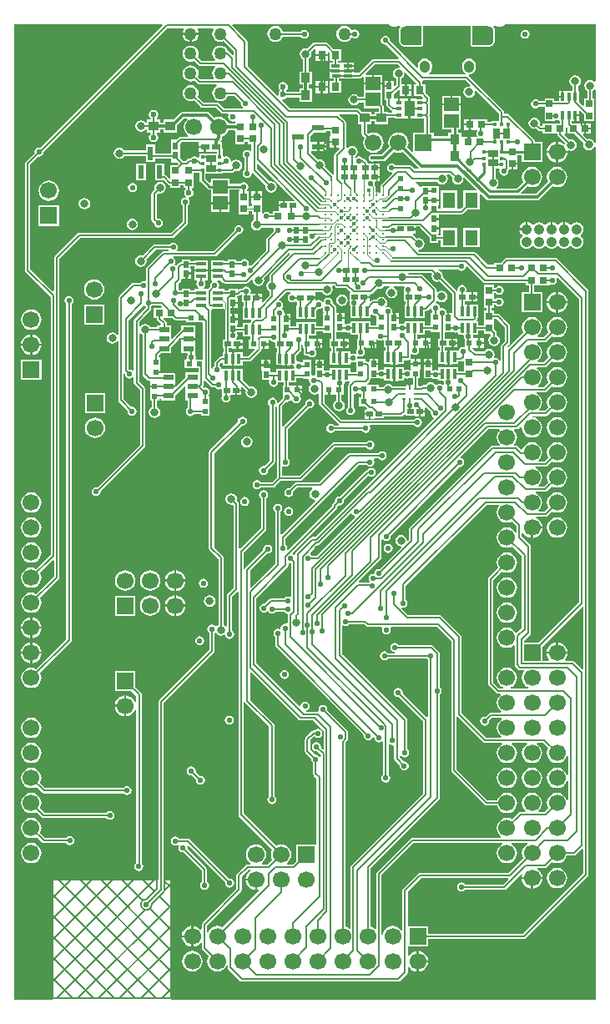
<source format=gbl>
G04 Layer_Physical_Order=4*
G04 Layer_Color=16711680*
%FSLAX43Y43*%
%MOMM*%
G71*
G01*
G75*
%ADD10R,0.950X1.000*%
%ADD13C,1.270*%
%ADD28R,0.700X0.700*%
%ADD32R,1.500X1.350*%
%ADD33R,0.900X0.600*%
%ADD35R,1.000X0.950*%
%ADD36R,0.650X0.800*%
%ADD37R,0.800X0.650*%
%ADD38R,0.550X0.600*%
%ADD39R,0.500X0.650*%
%ADD42R,0.600X0.550*%
%ADD44C,0.175*%
%ADD45C,0.300*%
%ADD46C,0.180*%
%ADD47C,0.200*%
%ADD48C,0.125*%
%ADD49C,0.150*%
%ADD50C,0.250*%
%ADD51R,0.300X0.900*%
%ADD53R,0.900X0.300*%
G04:AMPARAMS|DCode=54|XSize=1.05mm|YSize=1.25mm|CornerRadius=0.525mm|HoleSize=0mm|Usage=FLASHONLY|Rotation=180.000|XOffset=0mm|YOffset=0mm|HoleType=Round|Shape=RoundedRectangle|*
%AMROUNDEDRECTD54*
21,1,1.050,0.200,0,0,180.0*
21,1,0.000,1.250,0,0,180.0*
1,1,1.050,0.000,0.100*
1,1,1.050,0.000,0.100*
1,1,1.050,0.000,-0.100*
1,1,1.050,0.000,-0.100*
%
%ADD54ROUNDEDRECTD54*%
G04:AMPARAMS|DCode=55|XSize=1.05mm|YSize=1.25mm|CornerRadius=0.525mm|HoleSize=0mm|Usage=FLASHONLY|Rotation=180.000|XOffset=0mm|YOffset=0mm|HoleType=Round|Shape=RoundedRectangle|*
%AMROUNDEDRECTD55*
21,1,1.050,0.200,0,0,180.0*
21,1,0.000,1.250,0,0,180.0*
1,1,1.050,0.000,0.100*
1,1,1.050,0.000,0.100*
1,1,1.050,0.000,-0.100*
1,1,1.050,0.000,-0.100*
%
%ADD55ROUNDEDRECTD55*%
G04:AMPARAMS|DCode=56|XSize=2.1mm|YSize=1.9mm|CornerRadius=0.494mm|HoleSize=0mm|Usage=FLASHONLY|Rotation=180.000|XOffset=0mm|YOffset=0mm|HoleType=Round|Shape=RoundedRectangle|*
%AMROUNDEDRECTD56*
21,1,2.100,0.912,0,0,180.0*
21,1,1.112,1.900,0,0,180.0*
1,1,0.988,-0.556,0.456*
1,1,0.988,0.556,0.456*
1,1,0.988,0.556,-0.456*
1,1,0.988,-0.556,-0.456*
%
%ADD56ROUNDEDRECTD56*%
%ADD58R,1.700X1.700*%
%ADD59C,1.700*%
%ADD60C,1.700*%
%ADD61R,1.700X1.700*%
%ADD62C,1.050*%
%ADD63C,1.050*%
%ADD64R,1.700X1.700*%
%ADD65C,3.600*%
%ADD66C,0.550*%
%ADD67C,0.600*%
%ADD69C,0.400*%
%ADD70C,0.500*%
%ADD89R,1.300X1.600*%
%ADD90R,0.850X0.300*%
%ADD91R,0.950X0.300*%
%ADD92R,0.250X0.400*%
%ADD93R,0.400X0.250*%
%ADD94C,0.280*%
%ADD95R,0.400X1.000*%
%ADD96R,1.050X0.720*%
%ADD97R,0.300X0.350*%
%ADD98R,1.050X0.600*%
%ADD99R,1.300X0.600*%
%ADD100R,0.350X0.850*%
%ADD101R,0.600X1.400*%
%ADD102R,0.800X0.850*%
%ADD103R,0.650X0.500*%
%ADD104R,0.720X1.050*%
%ADD105R,0.350X0.300*%
%ADD106R,1.000X0.400*%
%ADD107C,0.800*%
%ADD108C,0.800*%
%ADD109R,1.000X1.600*%
%ADD110R,0.600X0.300*%
%ADD111C,0.800*%
G36*
X-10272Y-41745D02*
X-10413Y-41929D01*
X-10517Y-42178D01*
X-10552Y-42446D01*
X-10517Y-42714D01*
X-10413Y-42963D01*
X-10266Y-43155D01*
X-10301Y-43282D01*
X-10988D01*
X-11090Y-43303D01*
X-11177Y-43361D01*
X-19389Y-51573D01*
X-19447Y-51660D01*
X-19468Y-51763D01*
Y-52820D01*
X-19562Y-52914D01*
X-19683Y-52855D01*
X-19721Y-52663D01*
X-19848Y-52473D01*
X-20038Y-52346D01*
X-20263Y-52301D01*
X-20487Y-52346D01*
X-20677Y-52473D01*
X-20804Y-52663D01*
X-20849Y-52888D01*
X-20804Y-53112D01*
X-20677Y-53302D01*
X-20487Y-53429D01*
X-20295Y-53467D01*
X-20236Y-53588D01*
X-22448Y-55800D01*
X-22494Y-55791D01*
X-22670Y-55826D01*
X-22819Y-55926D01*
X-22918Y-56074D01*
X-22941Y-56188D01*
X-23064Y-56293D01*
X-23075Y-56291D01*
X-23251Y-56326D01*
X-23399Y-56426D01*
X-23499Y-56574D01*
X-23534Y-56750D01*
X-23499Y-56926D01*
X-23469Y-56971D01*
X-23476Y-57128D01*
X-23495Y-57157D01*
X-24461D01*
X-24513Y-57030D01*
X-22311Y-54828D01*
X-22253Y-54741D01*
X-22232Y-54638D01*
Y-52829D01*
X-22105Y-52791D01*
X-22099Y-52799D01*
X-21951Y-52899D01*
X-21775Y-52934D01*
X-21599Y-52899D01*
X-21451Y-52799D01*
X-21351Y-52651D01*
X-21316Y-52475D01*
X-21330Y-52408D01*
X-14354Y-45433D01*
X-14288Y-45446D01*
X-14112Y-45411D01*
X-13963Y-45312D01*
X-13864Y-45163D01*
X-13829Y-44987D01*
X-13864Y-44812D01*
X-13963Y-44663D01*
X-14112Y-44564D01*
X-14169Y-44552D01*
X-14211Y-44414D01*
X-11414Y-41618D01*
X-10315D01*
X-10272Y-41745D01*
D02*
G37*
G36*
X-529Y-7197D02*
Y-12498D01*
X-656Y-12510D01*
X-658Y-12501D01*
X-785Y-12310D01*
X-976Y-12183D01*
X-1200Y-12139D01*
X-1352Y-12169D01*
X-1779Y-11742D01*
X-1731Y-11625D01*
X-1700D01*
Y-11100D01*
Y-10575D01*
X-2200D01*
Y-10575D01*
X-2225Y-10600D01*
X-2921D01*
X-2957Y-10564D01*
Y-10474D01*
X-2950Y-10350D01*
X-2675D01*
Y-9725D01*
X-2575D01*
Y-9625D01*
X-2200D01*
Y-9344D01*
X-2083Y-9296D01*
X-1700Y-9679D01*
Y-10375D01*
X-700D01*
Y-9302D01*
X-700Y-9225D01*
X-700D01*
Y-9175D01*
X-700D01*
Y-8025D01*
X-807D01*
Y-7263D01*
X-660Y-7165D01*
X-656Y-7159D01*
X-529Y-7197D01*
D02*
G37*
G36*
X-25231Y-50177D02*
X-25149Y-50299D01*
X-25001Y-50399D01*
X-24974Y-50404D01*
X-24932Y-50542D01*
X-28797Y-54407D01*
X-29338D01*
X-29376Y-54351D01*
X-29463Y-54292D01*
X-29489Y-54139D01*
X-28728Y-53378D01*
X-28722D01*
X-28619Y-53357D01*
X-28532Y-53299D01*
X-25371Y-50138D01*
X-25231Y-50177D01*
D02*
G37*
G36*
X-44468Y-647D02*
X-56877Y-13056D01*
X-56975Y-13036D01*
X-57151Y-13071D01*
X-57299Y-13171D01*
X-57399Y-13319D01*
X-57434Y-13495D01*
X-57423Y-13547D01*
X-58336Y-14459D01*
X-58397Y-14550D01*
X-58418Y-14658D01*
Y-25450D01*
X-58397Y-25557D01*
X-58336Y-25648D01*
X-55805Y-28179D01*
Y-54301D01*
X-57274Y-55769D01*
X-57510Y-55671D01*
X-57778Y-55636D01*
X-58046Y-55671D01*
X-58295Y-55775D01*
X-58509Y-55939D01*
X-58673Y-56153D01*
X-58777Y-56402D01*
X-58812Y-56670D01*
X-58777Y-56938D01*
X-58673Y-57187D01*
X-58509Y-57401D01*
X-58295Y-57565D01*
X-58046Y-57669D01*
X-57778Y-57704D01*
X-57510Y-57669D01*
X-57261Y-57565D01*
X-57047Y-57401D01*
X-56883Y-57187D01*
X-56779Y-56938D01*
X-56744Y-56670D01*
X-56779Y-56402D01*
X-56877Y-56166D01*
X-55588Y-54876D01*
X-55470Y-54925D01*
Y-56506D01*
X-57274Y-58309D01*
X-57510Y-58211D01*
X-57778Y-58176D01*
X-58046Y-58211D01*
X-58295Y-58315D01*
X-58509Y-58479D01*
X-58673Y-58693D01*
X-58777Y-58942D01*
X-58812Y-59210D01*
X-58777Y-59478D01*
X-58673Y-59727D01*
X-58509Y-59941D01*
X-58295Y-60105D01*
X-58046Y-60209D01*
X-57778Y-60244D01*
X-57510Y-60209D01*
X-57261Y-60105D01*
X-57047Y-59941D01*
X-56883Y-59727D01*
X-56779Y-59478D01*
X-56744Y-59210D01*
X-56779Y-58942D01*
X-56877Y-58706D01*
X-54992Y-56820D01*
X-54931Y-56729D01*
X-54910Y-56622D01*
Y-24331D01*
X-52809Y-22230D01*
X-43463D01*
X-43355Y-22209D01*
X-43264Y-22148D01*
X-41952Y-20836D01*
X-41891Y-20745D01*
X-41870Y-20638D01*
Y-18929D01*
X-41826Y-18899D01*
X-41726Y-18751D01*
X-41691Y-18575D01*
X-41726Y-18399D01*
X-41826Y-18251D01*
X-41867Y-18223D01*
X-41817Y-18103D01*
X-41787Y-18109D01*
X-41602Y-18072D01*
X-41445Y-17967D01*
X-41340Y-17810D01*
X-41303Y-17625D01*
X-41340Y-17440D01*
X-41445Y-17283D01*
X-41468Y-17267D01*
X-41430Y-17140D01*
X-41287D01*
Y-16067D01*
X-41287Y-15990D01*
X-41287Y-15863D01*
Y-15570D01*
X-40725D01*
Y-15640D01*
X-40706D01*
Y-16287D01*
X-40706Y-16288D01*
X-40683Y-16405D01*
X-40616Y-16504D01*
X-39891Y-17229D01*
X-39792Y-17295D01*
X-39675Y-17318D01*
X-39537D01*
Y-17788D01*
X-39562D01*
Y-18562D01*
X-38612D01*
X-37662D01*
Y-17788D01*
X-37688D01*
Y-17318D01*
X-36664D01*
X-36656Y-17323D01*
X-36652Y-17337D01*
X-36700Y-17450D01*
X-36700D01*
Y-18523D01*
X-36700Y-18600D01*
X-36700Y-18727D01*
Y-19800D01*
X-35700D01*
Y-19467D01*
X-35400D01*
Y-19800D01*
X-35168D01*
Y-20337D01*
X-35315Y-20435D01*
X-35442Y-20626D01*
X-35486Y-20850D01*
X-35442Y-21074D01*
X-35315Y-21265D01*
X-35124Y-21392D01*
X-34900Y-21436D01*
X-34676Y-21392D01*
X-34485Y-21265D01*
X-34404Y-21143D01*
X-33239D01*
X-33178Y-21270D01*
X-33209Y-21425D01*
X-33195Y-21492D01*
X-33864Y-22161D01*
X-33922Y-22248D01*
X-33943Y-22350D01*
Y-23439D01*
X-35489Y-24985D01*
X-35624Y-24981D01*
X-35708Y-24883D01*
X-35691Y-24800D01*
X-35726Y-24624D01*
X-35826Y-24476D01*
X-35974Y-24376D01*
X-36150Y-24341D01*
X-36326Y-24376D01*
X-36474Y-24476D01*
X-36512Y-24532D01*
X-36950D01*
Y-24375D01*
X-37800D01*
Y-24557D01*
X-38175D01*
Y-24450D01*
X-39525D01*
Y-25075D01*
X-39550D01*
Y-25375D01*
X-38850D01*
Y-25575D01*
X-39550D01*
Y-25875D01*
X-39525D01*
Y-26500D01*
X-39440D01*
X-39402Y-26627D01*
X-39476Y-26677D01*
X-39576Y-26826D01*
X-39611Y-27001D01*
X-39597Y-27068D01*
X-39904Y-27375D01*
X-40260D01*
X-40298Y-27248D01*
X-40226Y-27199D01*
X-40126Y-27051D01*
X-40091Y-26875D01*
X-40126Y-26699D01*
X-40174Y-26627D01*
X-40107Y-26500D01*
X-39875D01*
Y-25875D01*
X-39850D01*
Y-25575D01*
X-40550D01*
X-41250D01*
Y-25875D01*
X-41225D01*
Y-26500D01*
X-40993D01*
X-40925Y-26627D01*
X-40974Y-26699D01*
X-41009Y-26875D01*
X-40974Y-27051D01*
X-40874Y-27199D01*
X-40802Y-27248D01*
X-40840Y-27375D01*
X-41225D01*
Y-27482D01*
X-41600D01*
Y-27325D01*
X-42450D01*
Y-27482D01*
X-42763D01*
X-42801Y-27426D01*
X-42857Y-27388D01*
Y-26836D01*
X-42611Y-26589D01*
X-42553Y-26502D01*
X-42547Y-26472D01*
X-42475Y-26375D01*
X-42125D01*
Y-25850D01*
X-42025D01*
Y-25750D01*
X-41575D01*
Y-25325D01*
X-41600D01*
Y-25093D01*
X-41250D01*
Y-25375D01*
X-40550D01*
X-39850D01*
Y-25075D01*
X-39875D01*
Y-24450D01*
X-41225D01*
Y-24557D01*
X-41600D01*
Y-24400D01*
X-42450D01*
Y-24632D01*
X-42575D01*
X-42677Y-24653D01*
X-42764Y-24711D01*
X-42989Y-24936D01*
X-43003Y-24956D01*
X-43114Y-24996D01*
X-43159Y-24978D01*
X-43264Y-24908D01*
X-43176Y-24776D01*
X-43141Y-24600D01*
X-43176Y-24424D01*
X-43276Y-24276D01*
X-43359Y-24220D01*
X-43321Y-24093D01*
X-39162D01*
X-39060Y-24072D01*
X-38973Y-24014D01*
X-36779Y-21820D01*
X-36713Y-21834D01*
X-36537Y-21799D01*
X-36388Y-21699D01*
X-36289Y-21551D01*
X-36254Y-21375D01*
X-36289Y-21199D01*
X-36388Y-21051D01*
X-36537Y-20951D01*
X-36713Y-20916D01*
X-36888Y-20951D01*
X-37037Y-21051D01*
X-37136Y-21199D01*
X-37171Y-21375D01*
X-37158Y-21442D01*
X-39273Y-23557D01*
X-42971D01*
X-43024Y-23430D01*
X-42951Y-23321D01*
X-42916Y-23145D01*
X-42951Y-22969D01*
X-43051Y-22821D01*
X-43199Y-22721D01*
X-43375Y-22686D01*
X-43551Y-22721D01*
X-43699Y-22821D01*
X-43737Y-22877D01*
X-45257D01*
X-45360Y-22898D01*
X-45447Y-22956D01*
X-46477Y-23986D01*
X-46650Y-23951D01*
X-46874Y-23996D01*
X-47065Y-24123D01*
X-47192Y-24313D01*
X-47236Y-24538D01*
X-47192Y-24762D01*
X-47065Y-24952D01*
X-46874Y-25079D01*
X-46650Y-25124D01*
X-46426Y-25079D01*
X-46235Y-24952D01*
X-46108Y-24762D01*
X-46064Y-24538D01*
X-46098Y-24364D01*
X-45147Y-23413D01*
X-43856D01*
X-43844Y-23430D01*
X-43912Y-23557D01*
X-44350D01*
X-44452Y-23578D01*
X-44539Y-23636D01*
X-46064Y-25161D01*
X-46122Y-25248D01*
X-46143Y-25350D01*
Y-26523D01*
X-46270Y-26612D01*
X-46375Y-26591D01*
X-46551Y-26626D01*
X-46699Y-26726D01*
X-46737Y-26782D01*
X-47425D01*
X-47527Y-26803D01*
X-47614Y-26861D01*
X-48864Y-28111D01*
X-48922Y-28198D01*
X-48943Y-28300D01*
Y-31990D01*
X-49070Y-32029D01*
X-49135Y-31930D01*
X-49326Y-31803D01*
X-49550Y-31759D01*
X-49774Y-31803D01*
X-49965Y-31930D01*
X-50092Y-32121D01*
X-50136Y-32345D01*
X-50092Y-32569D01*
X-49965Y-32760D01*
X-49774Y-32887D01*
X-49550Y-32931D01*
X-49326Y-32887D01*
X-49135Y-32760D01*
X-49070Y-32661D01*
X-48943Y-32700D01*
Y-38650D01*
X-48922Y-38752D01*
X-48864Y-38839D01*
X-47995Y-39708D01*
X-48009Y-39775D01*
X-47974Y-39951D01*
X-47874Y-40099D01*
X-47726Y-40199D01*
X-47550Y-40234D01*
X-47374Y-40199D01*
X-47226Y-40099D01*
X-47126Y-39951D01*
X-47091Y-39775D01*
X-47126Y-39599D01*
X-47226Y-39451D01*
X-47374Y-39351D01*
X-47550Y-39316D01*
X-47617Y-39330D01*
X-48407Y-38539D01*
Y-36030D01*
X-48280Y-36017D01*
X-48249Y-36176D01*
X-48149Y-36324D01*
X-48001Y-36424D01*
X-47825Y-36459D01*
X-47649Y-36424D01*
X-47501Y-36324D01*
X-47495Y-36316D01*
X-47368Y-36354D01*
Y-36888D01*
X-47347Y-36990D01*
X-47289Y-37077D01*
X-46743Y-37623D01*
Y-43164D01*
X-51066Y-47488D01*
X-51175Y-47466D01*
X-51351Y-47501D01*
X-51499Y-47601D01*
X-51599Y-47749D01*
X-51634Y-47925D01*
X-51599Y-48101D01*
X-51499Y-48249D01*
X-51351Y-48349D01*
X-51175Y-48384D01*
X-50999Y-48349D01*
X-50851Y-48249D01*
X-50751Y-48101D01*
X-50716Y-47925D01*
X-50721Y-47900D01*
X-46286Y-43464D01*
X-46228Y-43377D01*
X-46207Y-43275D01*
Y-37513D01*
X-46228Y-37410D01*
X-46286Y-37323D01*
X-46832Y-36777D01*
Y-31898D01*
X-46705Y-31860D01*
X-46652Y-31940D01*
X-46505Y-32038D01*
Y-35975D01*
X-46485Y-36077D01*
X-46427Y-36164D01*
X-46014Y-36577D01*
X-45927Y-36635D01*
X-45825Y-36655D01*
X-45815D01*
X-45737Y-36750D01*
X-45737Y-36782D01*
Y-37150D01*
X-45262D01*
Y-37350D01*
X-45737D01*
Y-37658D01*
X-45737Y-37750D01*
X-45713Y-37867D01*
Y-38725D01*
X-45530D01*
Y-39362D01*
X-45677Y-39460D01*
X-45804Y-39651D01*
X-45849Y-39875D01*
X-45804Y-40099D01*
X-45677Y-40290D01*
X-45487Y-40417D01*
X-45263Y-40461D01*
X-45038Y-40417D01*
X-44848Y-40290D01*
X-44721Y-40099D01*
X-44676Y-39875D01*
X-44721Y-39651D01*
X-44848Y-39460D01*
X-44995Y-39362D01*
Y-38725D01*
X-44812D01*
Y-38505D01*
X-44575D01*
Y-38700D01*
X-43175D01*
Y-38184D01*
X-42242Y-37251D01*
X-42125Y-37300D01*
Y-37750D01*
Y-38700D01*
X-41868D01*
Y-39425D01*
X-41962Y-39488D01*
X-42061Y-39637D01*
X-42096Y-39812D01*
X-42061Y-39988D01*
X-41962Y-40137D01*
X-41813Y-40236D01*
X-41638Y-40271D01*
X-41462Y-40236D01*
X-41313Y-40137D01*
X-41250Y-40043D01*
X-40575D01*
Y-40237D01*
X-39675D01*
Y-39287D01*
X-39675D01*
Y-39237D01*
X-39675D01*
Y-38287D01*
X-39760D01*
X-39801Y-38162D01*
X-39701Y-38013D01*
X-39666Y-37838D01*
X-39701Y-37662D01*
X-39801Y-37513D01*
X-39949Y-37414D01*
X-40125Y-37379D01*
X-40265Y-37407D01*
X-40396Y-37275D01*
X-40361Y-37239D01*
X-40303Y-37152D01*
X-40282Y-37050D01*
Y-36754D01*
X-40155Y-36702D01*
X-39568Y-37289D01*
X-39481Y-37347D01*
X-39379Y-37368D01*
X-39137D01*
X-39099Y-37424D01*
X-38951Y-37524D01*
X-38775Y-37559D01*
X-38599Y-37524D01*
X-38577Y-37509D01*
X-38450Y-37577D01*
Y-38100D01*
X-38450Y-38100D01*
X-38450D01*
X-38417Y-38227D01*
X-38449Y-38274D01*
X-38484Y-38450D01*
X-38449Y-38626D01*
X-38349Y-38774D01*
X-38201Y-38874D01*
X-38025Y-38909D01*
X-37849Y-38874D01*
X-37701Y-38774D01*
X-37601Y-38626D01*
X-37566Y-38450D01*
X-37601Y-38274D01*
X-37633Y-38227D01*
X-37620Y-38203D01*
X-37525Y-38125D01*
X-37100D01*
Y-37675D01*
X-37000D01*
Y-37575D01*
X-36475D01*
Y-37358D01*
X-36348Y-37306D01*
X-36002Y-37652D01*
X-36036Y-37825D01*
X-35992Y-38049D01*
X-35865Y-38240D01*
X-35674Y-38367D01*
X-35450Y-38411D01*
X-35226Y-38367D01*
X-35035Y-38240D01*
X-34908Y-38049D01*
X-34864Y-37825D01*
X-34908Y-37601D01*
X-35035Y-37410D01*
X-35226Y-37283D01*
X-35450Y-37239D01*
X-35623Y-37273D01*
X-36325Y-36571D01*
Y-35500D01*
X-36950D01*
Y-35475D01*
X-37250D01*
Y-36175D01*
X-37450D01*
Y-35475D01*
X-37750D01*
Y-35500D01*
X-38375D01*
X-38481Y-35450D01*
X-38501Y-35349D01*
X-38601Y-35201D01*
X-38657Y-35163D01*
Y-35011D01*
X-38502Y-34856D01*
X-38375Y-34908D01*
Y-35150D01*
X-37750D01*
Y-35175D01*
X-37450D01*
Y-34475D01*
Y-33775D01*
X-37732D01*
Y-33400D01*
X-37400D01*
Y-33425D01*
X-36975D01*
Y-32975D01*
X-36875D01*
Y-32875D01*
X-36350D01*
Y-32525D01*
X-36902D01*
X-36926Y-32492D01*
X-36958Y-32398D01*
X-36876Y-32276D01*
X-36841Y-32100D01*
X-36856Y-32024D01*
X-36862Y-31900D01*
X-36862Y-31900D01*
X-36862Y-31900D01*
Y-31743D01*
X-36325D01*
Y-32150D01*
X-35568D01*
Y-32525D01*
X-35675D01*
Y-33425D01*
X-35144D01*
X-35096Y-33542D01*
X-35761Y-34207D01*
X-36325D01*
Y-33800D01*
X-36950D01*
Y-33775D01*
X-37250D01*
Y-34475D01*
Y-35175D01*
X-36950D01*
Y-35150D01*
X-36325D01*
Y-34743D01*
X-35650D01*
X-35548Y-34722D01*
X-35461Y-34664D01*
X-34516Y-33719D01*
X-34458Y-33632D01*
X-34437Y-33530D01*
X-34372Y-33450D01*
X-34300D01*
Y-32975D01*
X-34200D01*
Y-32875D01*
X-33700D01*
Y-32543D01*
X-33579D01*
X-33524Y-32624D01*
X-33376Y-32724D01*
X-33200Y-32759D01*
X-33102Y-32739D01*
X-32975Y-32832D01*
Y-33375D01*
X-32818D01*
Y-33750D01*
X-32925D01*
Y-35100D01*
X-32300D01*
Y-35125D01*
X-32000D01*
Y-34425D01*
X-31800D01*
Y-35125D01*
X-31500D01*
Y-35100D01*
X-31189D01*
X-31108Y-35198D01*
X-31109Y-35200D01*
X-31084Y-35323D01*
X-31165Y-35450D01*
X-32925D01*
Y-35857D01*
X-33550D01*
Y-35625D01*
X-33525D01*
Y-35200D01*
X-33975D01*
X-34425D01*
Y-35625D01*
X-34400D01*
Y-36550D01*
X-33694D01*
X-33624Y-36674D01*
X-33624Y-36677D01*
X-33659Y-36850D01*
X-33624Y-37026D01*
X-33524Y-37174D01*
X-33376Y-37274D01*
X-33200Y-37309D01*
X-33024Y-37274D01*
X-32876Y-37174D01*
X-32776Y-37026D01*
X-32741Y-36850D01*
X-32700Y-36800D01*
X-32168D01*
Y-37175D01*
X-32275D01*
Y-38075D01*
X-32275D01*
X-32220Y-38178D01*
X-32224Y-38202D01*
X-32259Y-38375D01*
X-32245Y-38442D01*
X-32728Y-38925D01*
X-32845Y-38862D01*
X-32843Y-38850D01*
X-32878Y-38674D01*
X-32977Y-38526D01*
X-33126Y-38426D01*
X-33302Y-38391D01*
X-33477Y-38426D01*
X-33626Y-38526D01*
X-33726Y-38674D01*
X-33760Y-38850D01*
X-33726Y-39026D01*
X-33626Y-39174D01*
X-33569Y-39212D01*
Y-44766D01*
X-34133Y-45330D01*
X-34200Y-45316D01*
X-34376Y-45351D01*
X-34524Y-45451D01*
X-34624Y-45599D01*
X-34659Y-45775D01*
X-34624Y-45951D01*
X-34524Y-46099D01*
X-34376Y-46199D01*
X-34200Y-46234D01*
X-34024Y-46199D01*
X-33876Y-46099D01*
X-33776Y-45951D01*
X-33741Y-45775D01*
X-33755Y-45708D01*
X-33112Y-45066D01*
X-33054Y-44979D01*
X-33034Y-44877D01*
Y-39304D01*
X-32995Y-39269D01*
X-32879Y-39321D01*
X-32868Y-39335D01*
Y-46489D01*
X-33336Y-46957D01*
X-34513D01*
X-34551Y-46901D01*
X-34699Y-46801D01*
X-34875Y-46766D01*
X-35051Y-46801D01*
X-35199Y-46901D01*
X-35299Y-47049D01*
X-35334Y-47225D01*
X-35299Y-47401D01*
X-35199Y-47549D01*
X-35051Y-47649D01*
X-34875Y-47684D01*
X-34699Y-47649D01*
X-34551Y-47549D01*
X-34513Y-47493D01*
X-33225D01*
X-33123Y-47472D01*
X-33036Y-47414D01*
X-32489Y-46868D01*
X-30475D01*
X-30373Y-46847D01*
X-30286Y-46789D01*
X-26964Y-43468D01*
X-23762D01*
X-23724Y-43524D01*
X-23576Y-43624D01*
X-23400Y-43659D01*
X-23224Y-43624D01*
X-23076Y-43524D01*
X-22976Y-43376D01*
X-22941Y-43200D01*
X-22976Y-43024D01*
X-23076Y-42876D01*
X-23224Y-42776D01*
X-23400Y-42741D01*
X-23576Y-42776D01*
X-23724Y-42876D01*
X-23762Y-42932D01*
X-27075D01*
X-27177Y-42953D01*
X-27264Y-43011D01*
X-30586Y-46332D01*
X-32332D01*
Y-45422D01*
X-32205Y-45354D01*
X-32176Y-45374D01*
X-32000Y-45409D01*
X-31824Y-45374D01*
X-31676Y-45274D01*
X-31576Y-45126D01*
X-31541Y-44950D01*
X-31576Y-44774D01*
X-31676Y-44626D01*
X-31732Y-44588D01*
Y-41586D01*
X-29592Y-39445D01*
X-29525Y-39459D01*
X-29349Y-39424D01*
X-29201Y-39324D01*
X-29101Y-39176D01*
X-29066Y-39000D01*
X-29101Y-38824D01*
X-29201Y-38676D01*
X-29349Y-38576D01*
X-29525Y-38541D01*
X-29701Y-38576D01*
X-29849Y-38676D01*
X-29949Y-38824D01*
X-29984Y-39000D01*
X-29970Y-39067D01*
X-32189Y-41286D01*
X-32205Y-41310D01*
X-32332Y-41271D01*
Y-39286D01*
X-31867Y-38820D01*
X-31800Y-38834D01*
X-31624Y-38799D01*
X-31476Y-38699D01*
X-31436Y-38640D01*
X-31301Y-38666D01*
X-31299Y-38676D01*
X-31199Y-38824D01*
X-31051Y-38924D01*
X-30875Y-38959D01*
X-30699Y-38924D01*
X-30551Y-38824D01*
X-30451Y-38676D01*
X-30416Y-38500D01*
X-30451Y-38324D01*
X-30516Y-38227D01*
X-30452Y-38100D01*
X-30300D01*
Y-37725D01*
X-30800D01*
Y-37625D01*
X-30900D01*
Y-37150D01*
X-31300D01*
Y-37150D01*
X-31325Y-37175D01*
X-31632D01*
Y-36800D01*
X-30875D01*
Y-36393D01*
X-30250D01*
Y-36500D01*
X-29684D01*
X-29603Y-36598D01*
X-29609Y-36625D01*
X-29574Y-36801D01*
X-29474Y-36949D01*
X-29452Y-36964D01*
Y-36991D01*
X-29467Y-37107D01*
X-29579Y-37276D01*
X-29624Y-37500D01*
X-29579Y-37724D01*
X-29452Y-37915D01*
X-29262Y-38042D01*
X-29038Y-38086D01*
X-28813Y-38042D01*
X-28697Y-37964D01*
X-28570Y-38032D01*
Y-39022D01*
X-28550Y-39125D01*
X-28492Y-39212D01*
X-26598Y-41105D01*
X-26602Y-41143D01*
X-26641Y-41232D01*
X-27013D01*
X-27051Y-41176D01*
X-27199Y-41076D01*
X-27375Y-41041D01*
X-27551Y-41076D01*
X-27699Y-41176D01*
X-27799Y-41324D01*
X-27834Y-41500D01*
X-27799Y-41676D01*
X-27699Y-41824D01*
X-27551Y-41924D01*
X-27375Y-41959D01*
X-27199Y-41924D01*
X-27051Y-41824D01*
X-27013Y-41768D01*
X-24187D01*
X-24149Y-41824D01*
X-24001Y-41924D01*
X-23825Y-41959D01*
X-23649Y-41924D01*
X-23501Y-41824D01*
X-23401Y-41676D01*
X-23366Y-41500D01*
X-23401Y-41324D01*
X-23414Y-41305D01*
X-23354Y-41193D01*
X-18937D01*
X-18899Y-41249D01*
X-18751Y-41349D01*
X-18575Y-41384D01*
X-18399Y-41349D01*
X-18251Y-41249D01*
X-18151Y-41101D01*
X-18116Y-40925D01*
X-18151Y-40749D01*
X-18251Y-40601D01*
X-18399Y-40501D01*
X-18575Y-40466D01*
X-18751Y-40501D01*
X-18899Y-40601D01*
X-18937Y-40657D01*
X-26289D01*
X-28035Y-38912D01*
Y-38100D01*
X-27650D01*
Y-37625D01*
X-27450D01*
Y-38100D01*
X-27050D01*
Y-38100D01*
X-27025Y-38075D01*
X-26818D01*
Y-38687D01*
X-26965Y-38785D01*
X-27092Y-38976D01*
X-27136Y-39200D01*
X-27092Y-39424D01*
X-26965Y-39615D01*
X-26774Y-39742D01*
X-26550Y-39786D01*
X-26326Y-39742D01*
X-26135Y-39615D01*
X-26008Y-39424D01*
X-25964Y-39200D01*
X-26008Y-38976D01*
X-26135Y-38785D01*
X-26282Y-38687D01*
Y-38075D01*
X-26075D01*
Y-37199D01*
X-26026Y-37126D01*
X-25991Y-36950D01*
X-26006Y-36877D01*
X-25901Y-36750D01*
X-25496D01*
X-25443Y-36877D01*
X-25539Y-36973D01*
X-25597Y-37060D01*
X-25618Y-37162D01*
Y-39339D01*
X-25676Y-39378D01*
X-25775Y-39526D01*
X-25810Y-39702D01*
X-25775Y-39878D01*
X-25676Y-40026D01*
X-25527Y-40126D01*
X-25351Y-40161D01*
X-25176Y-40126D01*
X-25027Y-40026D01*
X-24927Y-39878D01*
X-24892Y-39702D01*
X-24927Y-39526D01*
X-25027Y-39378D01*
X-25082Y-39340D01*
Y-38077D01*
X-24955Y-37988D01*
X-24850Y-38009D01*
X-24674Y-37974D01*
X-24602Y-37925D01*
X-24475Y-37993D01*
Y-38000D01*
X-24268D01*
Y-38375D01*
X-24500D01*
Y-39275D01*
X-23954D01*
X-23731Y-39498D01*
X-23783Y-39625D01*
X-23975D01*
Y-39975D01*
X-23450D01*
Y-40075D01*
X-23350D01*
Y-40525D01*
X-22925D01*
Y-40500D01*
X-22000D01*
Y-40343D01*
X-20275D01*
X-20173Y-40322D01*
X-20086Y-40264D01*
X-19917Y-40096D01*
X-19800Y-40144D01*
Y-40250D01*
X-18875D01*
Y-40275D01*
X-18450D01*
Y-39825D01*
X-18350D01*
Y-39725D01*
X-17825D01*
Y-39458D01*
X-17698Y-39406D01*
X-17216Y-39887D01*
X-17234Y-39975D01*
X-17199Y-40151D01*
X-17099Y-40299D01*
X-16984Y-40376D01*
X-16948Y-40519D01*
X-28961Y-52532D01*
X-29250D01*
X-29352Y-52553D01*
X-29439Y-52611D01*
X-30939Y-54111D01*
X-30997Y-54198D01*
X-31016Y-54290D01*
X-31061Y-54318D01*
X-31137Y-54351D01*
X-31211Y-54304D01*
X-31228Y-54178D01*
X-26786Y-49736D01*
X-26728Y-49649D01*
X-26707Y-49546D01*
Y-49436D01*
X-26592Y-49320D01*
X-26525Y-49334D01*
X-26349Y-49299D01*
X-26201Y-49199D01*
X-26101Y-49051D01*
X-26066Y-48875D01*
X-26080Y-48808D01*
X-23582Y-46311D01*
X-23451Y-46399D01*
X-23275Y-46434D01*
X-23099Y-46399D01*
X-22951Y-46299D01*
X-22851Y-46151D01*
X-22816Y-45975D01*
X-22851Y-45799D01*
X-22951Y-45651D01*
X-23099Y-45551D01*
X-23275Y-45516D01*
X-23451Y-45551D01*
X-23599Y-45651D01*
X-23639Y-45710D01*
X-23727Y-45728D01*
X-23814Y-45786D01*
X-26458Y-48430D01*
X-26525Y-48416D01*
X-26701Y-48451D01*
X-26849Y-48551D01*
X-26949Y-48699D01*
X-26984Y-48875D01*
X-26970Y-48942D01*
X-27164Y-49136D01*
X-27222Y-49223D01*
X-27243Y-49325D01*
Y-49436D01*
X-31699Y-53892D01*
X-31816Y-53830D01*
X-31791Y-53703D01*
X-31826Y-53527D01*
X-31926Y-53378D01*
X-31982Y-53340D01*
Y-52661D01*
X-24514Y-45193D01*
X-23762D01*
X-23724Y-45249D01*
X-23576Y-45349D01*
X-23400Y-45384D01*
X-23224Y-45349D01*
X-23076Y-45249D01*
X-22976Y-45101D01*
X-22941Y-44925D01*
X-22976Y-44749D01*
X-23013Y-44695D01*
X-22945Y-44568D01*
X-22537D01*
X-22499Y-44624D01*
X-22351Y-44724D01*
X-22175Y-44759D01*
X-21999Y-44724D01*
X-21851Y-44624D01*
X-21751Y-44476D01*
X-21716Y-44300D01*
X-21751Y-44124D01*
X-21851Y-43976D01*
X-21999Y-43876D01*
X-22175Y-43841D01*
X-22351Y-43876D01*
X-22499Y-43976D01*
X-22537Y-44032D01*
X-25475D01*
X-25577Y-44053D01*
X-25664Y-44111D01*
X-28561Y-47007D01*
X-30875D01*
X-30977Y-47028D01*
X-31064Y-47086D01*
X-31583Y-47605D01*
X-31650Y-47591D01*
X-31826Y-47626D01*
X-31974Y-47726D01*
X-32074Y-47874D01*
X-32109Y-48050D01*
X-32074Y-48226D01*
X-31974Y-48374D01*
X-31826Y-48474D01*
X-31650Y-48509D01*
X-31474Y-48474D01*
X-31326Y-48374D01*
X-31226Y-48226D01*
X-31191Y-48050D01*
X-31205Y-47983D01*
X-30764Y-47543D01*
X-29280D01*
X-29241Y-47670D01*
X-29377Y-47760D01*
X-29504Y-47951D01*
X-29549Y-48175D01*
X-29504Y-48399D01*
X-29377Y-48590D01*
X-29187Y-48717D01*
X-29010Y-48752D01*
X-28959Y-48880D01*
X-32365Y-52287D01*
X-32492Y-52234D01*
Y-49987D01*
X-32436Y-49949D01*
X-32336Y-49801D01*
X-32301Y-49625D01*
X-32336Y-49449D01*
X-32436Y-49301D01*
X-32584Y-49201D01*
X-32760Y-49166D01*
X-32936Y-49201D01*
X-33084Y-49301D01*
X-33184Y-49449D01*
X-33219Y-49625D01*
X-33184Y-49801D01*
X-33084Y-49949D01*
X-33028Y-49987D01*
Y-55242D01*
X-35470Y-57684D01*
X-35587Y-57636D01*
Y-55966D01*
X-33842Y-54220D01*
X-33775Y-54234D01*
X-33599Y-54199D01*
X-33451Y-54099D01*
X-33351Y-53951D01*
X-33316Y-53775D01*
X-33351Y-53599D01*
X-33451Y-53451D01*
X-33599Y-53351D01*
X-33775Y-53316D01*
X-33951Y-53351D01*
X-34099Y-53451D01*
X-34199Y-53599D01*
X-34234Y-53775D01*
X-34220Y-53842D01*
X-36044Y-55666D01*
X-36102Y-55753D01*
X-36105Y-55768D01*
X-36232Y-55756D01*
Y-54136D01*
X-34011Y-51914D01*
X-33953Y-51827D01*
X-33932Y-51725D01*
Y-48612D01*
X-33876Y-48574D01*
X-33776Y-48426D01*
X-33741Y-48250D01*
X-33776Y-48074D01*
X-33876Y-47926D01*
X-34024Y-47826D01*
X-34200Y-47791D01*
X-34376Y-47826D01*
X-34524Y-47926D01*
X-34624Y-48074D01*
X-34659Y-48250D01*
X-34624Y-48426D01*
X-34524Y-48574D01*
X-34468Y-48612D01*
Y-51614D01*
X-36580Y-53727D01*
X-36707Y-53674D01*
Y-49175D01*
X-36728Y-49073D01*
X-36786Y-48986D01*
X-36911Y-48861D01*
X-36876Y-48688D01*
X-36921Y-48463D01*
X-37048Y-48273D01*
X-37238Y-48146D01*
X-37463Y-48101D01*
X-37687Y-48146D01*
X-37877Y-48273D01*
X-38004Y-48463D01*
X-38049Y-48688D01*
X-38004Y-48912D01*
X-37877Y-49102D01*
X-37687Y-49229D01*
X-37463Y-49274D01*
X-37356Y-49253D01*
X-37243Y-49349D01*
Y-57693D01*
X-37839Y-58290D01*
X-37897Y-58377D01*
X-37918Y-58479D01*
Y-61595D01*
X-38045Y-61634D01*
X-38110Y-61535D01*
X-38257Y-61437D01*
Y-54638D01*
X-38278Y-54535D01*
X-38336Y-54448D01*
X-39220Y-53564D01*
Y-44023D01*
X-36417Y-41220D01*
X-36350Y-41234D01*
X-36174Y-41199D01*
X-36026Y-41099D01*
X-35926Y-40951D01*
X-35891Y-40775D01*
X-35926Y-40599D01*
X-36026Y-40451D01*
X-36174Y-40351D01*
X-36350Y-40316D01*
X-36526Y-40351D01*
X-36674Y-40451D01*
X-36774Y-40599D01*
X-36809Y-40775D01*
X-36795Y-40842D01*
X-39677Y-43723D01*
X-39735Y-43810D01*
X-39755Y-43912D01*
Y-53675D01*
X-39735Y-53777D01*
X-39677Y-53864D01*
X-38793Y-54748D01*
Y-61437D01*
X-38940Y-61535D01*
X-38974Y-61587D01*
X-39101D01*
X-39126Y-61551D01*
X-39274Y-61451D01*
X-39450Y-61416D01*
X-39626Y-61451D01*
X-39774Y-61551D01*
X-39874Y-61699D01*
X-39909Y-61875D01*
X-39874Y-62051D01*
X-39774Y-62199D01*
X-39718Y-62237D01*
Y-63964D01*
X-44814Y-69061D01*
X-44872Y-69148D01*
X-44893Y-69250D01*
Y-87325D01*
X-55600D01*
Y-99471D01*
X-59471D01*
Y-529D01*
X-44517D01*
X-44468Y-647D01*
D02*
G37*
G36*
X-9718Y-31236D02*
Y-32689D01*
X-10064Y-33036D01*
X-10122Y-33123D01*
X-10143Y-33225D01*
Y-34558D01*
X-10270Y-34597D01*
X-10326Y-34513D01*
X-10474Y-34414D01*
X-10650Y-34379D01*
X-10780Y-34405D01*
X-10860Y-34296D01*
X-10821Y-34237D01*
X-10776Y-34013D01*
X-10821Y-33788D01*
X-10948Y-33598D01*
X-11138Y-33471D01*
X-11363Y-33426D01*
X-11587Y-33471D01*
X-11777Y-33598D01*
X-11875Y-33745D01*
X-12702D01*
X-13019Y-33427D01*
X-12967Y-33300D01*
X-12942D01*
X-12825Y-33325D01*
X-12733Y-33325D01*
X-12425D01*
Y-32850D01*
Y-32375D01*
X-12733D01*
X-12825Y-32375D01*
X-12886Y-32388D01*
X-12981Y-32273D01*
X-12966Y-32200D01*
X-12981Y-32123D01*
X-12901Y-32025D01*
X-12400D01*
Y-31618D01*
X-11825D01*
Y-31925D01*
X-11223D01*
X-11167Y-31984D01*
X-11184Y-32140D01*
X-11215Y-32160D01*
X-11342Y-32351D01*
X-11386Y-32575D01*
X-11342Y-32799D01*
X-11215Y-32990D01*
X-11024Y-33117D01*
X-10800Y-33161D01*
X-10576Y-33117D01*
X-10385Y-32990D01*
X-10258Y-32799D01*
X-10214Y-32575D01*
X-10258Y-32351D01*
X-10385Y-32160D01*
X-10532Y-32062D01*
Y-31875D01*
X-10553Y-31773D01*
X-10611Y-31686D01*
X-10825Y-31471D01*
Y-30775D01*
X-10825D01*
Y-30725D01*
X-10825D01*
Y-30418D01*
X-10536D01*
X-9718Y-31236D01*
D02*
G37*
G36*
X-30692Y-71037D02*
X-30605Y-71095D01*
X-30503Y-71115D01*
X-29163D01*
X-28068Y-72211D01*
Y-74063D01*
X-28185Y-74112D01*
X-28405Y-73892D01*
X-28391Y-73825D01*
X-28426Y-73649D01*
X-28526Y-73501D01*
X-28674Y-73401D01*
X-28850Y-73366D01*
X-29026Y-73401D01*
X-29174Y-73501D01*
X-29274Y-73649D01*
X-29309Y-73825D01*
X-29274Y-74001D01*
X-29174Y-74149D01*
X-29026Y-74249D01*
X-28850Y-74284D01*
X-28783Y-74270D01*
X-28390Y-74663D01*
Y-74799D01*
X-28517Y-74838D01*
X-28576Y-74751D01*
X-28724Y-74651D01*
X-28900Y-74616D01*
X-28967Y-74630D01*
X-29482Y-74114D01*
Y-73161D01*
X-29090Y-72768D01*
X-29024Y-72774D01*
X-28876Y-72874D01*
X-28700Y-72909D01*
X-28524Y-72874D01*
X-28376Y-72774D01*
X-28276Y-72626D01*
X-28241Y-72450D01*
X-28276Y-72274D01*
X-28376Y-72126D01*
X-28524Y-72026D01*
X-28700Y-71991D01*
X-28876Y-72026D01*
X-29024Y-72126D01*
X-29062Y-72182D01*
X-29150D01*
X-29252Y-72203D01*
X-29339Y-72261D01*
X-29939Y-72861D01*
X-29997Y-72948D01*
X-30018Y-73050D01*
Y-74225D01*
X-29997Y-74327D01*
X-29939Y-74414D01*
X-29345Y-75008D01*
X-29359Y-75075D01*
X-29324Y-75251D01*
X-29224Y-75399D01*
X-29168Y-75437D01*
Y-76575D01*
X-29147Y-76677D01*
X-29089Y-76764D01*
X-28818Y-77036D01*
Y-83617D01*
X-28864Y-83725D01*
X-30914D01*
Y-85396D01*
X-31250Y-85732D01*
X-31817D01*
X-31860Y-85605D01*
X-31698Y-85481D01*
X-31533Y-85267D01*
X-31430Y-85017D01*
X-31395Y-84750D01*
X-31430Y-84482D01*
X-31533Y-84233D01*
X-31698Y-84019D01*
X-31912Y-83854D01*
X-32161Y-83751D01*
X-32429Y-83716D01*
X-32696Y-83751D01*
X-32946Y-83854D01*
X-36232Y-80568D01*
Y-69269D01*
X-36105Y-69257D01*
X-36102Y-69272D01*
X-36044Y-69359D01*
X-33643Y-71761D01*
Y-78838D01*
X-33699Y-78876D01*
X-33799Y-79024D01*
X-33834Y-79200D01*
X-33799Y-79376D01*
X-33699Y-79524D01*
X-33551Y-79624D01*
X-33375Y-79659D01*
X-33199Y-79624D01*
X-33051Y-79524D01*
X-32951Y-79376D01*
X-32916Y-79200D01*
X-32951Y-79024D01*
X-33051Y-78876D01*
X-33107Y-78838D01*
Y-71650D01*
X-33128Y-71548D01*
X-33186Y-71461D01*
X-35587Y-69059D01*
Y-66307D01*
X-35470Y-66258D01*
X-30692Y-71037D01*
D02*
G37*
G36*
X-1768Y-84212D02*
Y-86639D01*
X-7891Y-92762D01*
X-17545D01*
Y-92005D01*
X-19582D01*
Y-88498D01*
X-18227Y-87143D01*
X-9412D01*
X-9363Y-87260D01*
X-9886Y-87782D01*
X-13763D01*
X-13801Y-87726D01*
X-13949Y-87626D01*
X-14125Y-87591D01*
X-14301Y-87626D01*
X-14449Y-87726D01*
X-14549Y-87874D01*
X-14584Y-88050D01*
X-14549Y-88226D01*
X-14449Y-88374D01*
X-14301Y-88474D01*
X-14125Y-88509D01*
X-13949Y-88474D01*
X-13801Y-88374D01*
X-13763Y-88318D01*
X-9775D01*
X-9673Y-88297D01*
X-9586Y-88239D01*
X-8065Y-86719D01*
X-7958Y-86791D01*
X-7993Y-86876D01*
X-8016Y-87050D01*
X-6970D01*
X-5924D01*
X-5947Y-86876D01*
X-6053Y-86620D01*
X-6221Y-86401D01*
X-6425Y-86245D01*
X-6422Y-86190D01*
X-6390Y-86118D01*
X-5670D01*
X-5568Y-86097D01*
X-5481Y-86039D01*
X-4947Y-85505D01*
X-4698Y-85609D01*
X-4430Y-85644D01*
X-4162Y-85609D01*
X-3913Y-85505D01*
X-3699Y-85341D01*
X-3535Y-85127D01*
X-3431Y-84878D01*
X-2710D01*
X-2608Y-84857D01*
X-2521Y-84799D01*
X-1885Y-84163D01*
X-1768Y-84212D01*
D02*
G37*
G36*
X-17121Y-25858D02*
X-17161Y-26062D01*
X-17117Y-26287D01*
X-16990Y-26477D01*
X-16799Y-26604D01*
X-16575Y-26649D01*
X-16370Y-26608D01*
X-15093Y-27886D01*
Y-29800D01*
X-15400D01*
Y-30325D01*
X-15600D01*
Y-29800D01*
X-15621D01*
X-15641Y-29775D01*
X-15676Y-29599D01*
X-15776Y-29451D01*
X-15924Y-29351D01*
X-16100Y-29316D01*
X-16194Y-29335D01*
X-16297Y-29305D01*
X-16328Y-29242D01*
X-16351Y-29124D01*
X-16451Y-28976D01*
X-16599Y-28876D01*
X-16677Y-28861D01*
X-16719Y-28723D01*
X-16711Y-28714D01*
X-16653Y-28627D01*
X-16648Y-28605D01*
X-16613Y-28584D01*
X-16510Y-28559D01*
X-16349Y-28667D01*
X-16125Y-28711D01*
X-15901Y-28667D01*
X-15710Y-28540D01*
X-15583Y-28349D01*
X-15539Y-28125D01*
X-15583Y-27901D01*
X-15710Y-27710D01*
X-15901Y-27583D01*
X-16125Y-27539D01*
X-16349Y-27583D01*
X-16505Y-27688D01*
X-16632Y-27638D01*
Y-27475D01*
X-16653Y-27373D01*
X-16711Y-27286D01*
X-18036Y-25961D01*
X-18123Y-25903D01*
X-18225Y-25882D01*
X-19527D01*
X-19534Y-25870D01*
X-19462Y-25743D01*
X-17236D01*
X-17121Y-25858D01*
D02*
G37*
G36*
X-18711Y-6485D02*
X-18764Y-6613D01*
X-18938D01*
Y-7812D01*
X-18222D01*
X-18039Y-7995D01*
X-18087Y-8113D01*
X-18712D01*
Y-8087D01*
X-19312D01*
Y-9087D01*
Y-10087D01*
X-18712D01*
Y-10062D01*
X-17905D01*
Y-11500D01*
X-19010D01*
Y-13392D01*
X-19137Y-13444D01*
X-19603Y-12978D01*
X-19526Y-12793D01*
X-19491Y-12525D01*
X-19526Y-12257D01*
X-19630Y-12008D01*
X-19794Y-11794D01*
X-20008Y-11630D01*
X-20257Y-11526D01*
X-20525Y-11491D01*
X-20793Y-11526D01*
X-21042Y-11630D01*
X-21256Y-11794D01*
X-21420Y-12008D01*
X-21524Y-12257D01*
X-21559Y-12525D01*
X-21524Y-12793D01*
X-21447Y-12978D01*
X-22212Y-13744D01*
X-22996D01*
X-23029Y-13722D01*
X-23175Y-13693D01*
X-23321Y-13722D01*
X-23445Y-13805D01*
X-23528Y-13929D01*
X-23557Y-14075D01*
X-23528Y-14221D01*
X-23445Y-14345D01*
X-23321Y-14428D01*
X-23175Y-14457D01*
X-23029Y-14428D01*
X-22996Y-14406D01*
X-22075D01*
X-21948Y-14381D01*
X-21841Y-14309D01*
X-20978Y-13447D01*
X-20793Y-13524D01*
X-20525Y-13559D01*
X-20257Y-13524D01*
X-20072Y-13447D01*
X-18451Y-15068D01*
X-18503Y-15195D01*
X-18864D01*
X-19173Y-14886D01*
X-19260Y-14828D01*
X-19362Y-14807D01*
X-20838D01*
X-20876Y-14751D01*
X-21024Y-14651D01*
X-21200Y-14616D01*
X-21376Y-14651D01*
X-21524Y-14751D01*
X-21624Y-14899D01*
X-21659Y-15075D01*
X-21624Y-15251D01*
X-21524Y-15399D01*
X-21376Y-15499D01*
X-21235Y-15527D01*
X-21177Y-15649D01*
X-22289Y-16761D01*
X-22347Y-16848D01*
X-22368Y-16950D01*
X-22347Y-17052D01*
X-22342Y-17060D01*
Y-17620D01*
X-22469Y-17658D01*
X-22505Y-17605D01*
X-22617Y-17530D01*
X-22750Y-17503D01*
X-22833Y-17435D01*
Y-17025D01*
X-22833Y-17025D01*
X-22851Y-16932D01*
X-22904Y-16854D01*
X-22935Y-16822D01*
X-22916Y-16725D01*
X-22946Y-16577D01*
X-22876Y-16450D01*
X-22400D01*
Y-16100D01*
X-22925D01*
Y-15900D01*
X-22400D01*
Y-15677D01*
X-22400Y-15550D01*
X-22400D01*
Y-15550D01*
X-22400D01*
Y-15200D01*
X-22925D01*
Y-15100D01*
X-23025D01*
Y-14650D01*
X-23450D01*
Y-14675D01*
X-23607D01*
X-23628Y-14573D01*
X-23686Y-14486D01*
X-23986Y-14186D01*
X-24073Y-14128D01*
X-24132Y-14116D01*
X-24176Y-14051D01*
X-24324Y-13951D01*
X-24500Y-13916D01*
X-24676Y-13951D01*
X-24824Y-14051D01*
X-24835Y-14067D01*
X-24961Y-14027D01*
X-24965Y-13939D01*
X-24835Y-13852D01*
X-24708Y-13662D01*
X-24664Y-13438D01*
X-24708Y-13213D01*
X-24835Y-13023D01*
X-25026Y-12896D01*
X-25250Y-12851D01*
X-25474Y-12896D01*
X-25665Y-13023D01*
X-25705Y-13084D01*
X-25832Y-13045D01*
Y-10525D01*
X-25853Y-10423D01*
X-25911Y-10336D01*
X-26489Y-9757D01*
X-26469Y-9673D01*
X-26440Y-9630D01*
X-24791D01*
X-24638Y-9784D01*
Y-10663D01*
X-24243D01*
Y-11627D01*
X-24222Y-11735D01*
X-24161Y-11826D01*
X-23966Y-12021D01*
X-24064Y-12257D01*
X-24099Y-12525D01*
X-24064Y-12793D01*
X-23960Y-13042D01*
X-23796Y-13256D01*
X-23582Y-13420D01*
X-23333Y-13524D01*
X-23065Y-13559D01*
X-22797Y-13524D01*
X-22548Y-13420D01*
X-22334Y-13256D01*
X-22170Y-13042D01*
X-22066Y-12793D01*
X-22031Y-12525D01*
X-22066Y-12257D01*
X-22170Y-12008D01*
X-22334Y-11794D01*
X-22548Y-11630D01*
X-22797Y-11526D01*
X-23065Y-11491D01*
X-23333Y-11526D01*
X-23569Y-11624D01*
X-23682Y-11511D01*
Y-10663D01*
X-23288D01*
Y-10341D01*
X-22938D01*
Y-10663D01*
X-21587D01*
Y-10005D01*
X-20938D01*
Y-10062D01*
X-20112D01*
Y-10087D01*
X-19513D01*
Y-9087D01*
Y-8087D01*
X-19962D01*
Y-8087D01*
X-20363D01*
Y-8437D01*
X-20563D01*
Y-8087D01*
X-20962D01*
X-21025Y-7986D01*
Y-7679D01*
X-20480Y-7133D01*
X-20362Y-7182D01*
Y-7838D01*
X-19862D01*
Y-7213D01*
Y-6588D01*
X-20232D01*
Y-6038D01*
X-20085Y-5940D01*
X-19958Y-5749D01*
X-19914Y-5525D01*
X-19929Y-5447D01*
X-19812Y-5384D01*
X-18711Y-6485D01*
D02*
G37*
G36*
X-37100Y-11371D02*
X-37100Y-11525D01*
X-37100Y-11652D01*
Y-12725D01*
X-36100D01*
Y-12430D01*
X-35825D01*
Y-12725D01*
X-35434D01*
Y-13346D01*
X-35510Y-13382D01*
X-35561Y-13394D01*
X-35699Y-13301D01*
X-35875Y-13266D01*
X-36051Y-13301D01*
X-36199Y-13401D01*
X-36299Y-13549D01*
X-36334Y-13725D01*
X-36299Y-13901D01*
X-36199Y-14049D01*
X-36143Y-14087D01*
Y-15321D01*
X-36187Y-15351D01*
X-36286Y-15499D01*
X-36321Y-15675D01*
X-36286Y-15851D01*
X-36187Y-15999D01*
X-36038Y-16099D01*
X-35862Y-16134D01*
X-35687Y-16099D01*
X-35538Y-15999D01*
X-35439Y-15851D01*
X-35404Y-15675D01*
X-35417Y-15609D01*
X-35300Y-15547D01*
X-33980Y-16867D01*
X-34011Y-17025D01*
X-33967Y-17249D01*
X-33840Y-17440D01*
X-33649Y-17567D01*
X-33425Y-17611D01*
X-33201Y-17567D01*
X-33010Y-17440D01*
X-32883Y-17249D01*
X-32839Y-17025D01*
X-32883Y-16801D01*
X-33010Y-16610D01*
X-33201Y-16483D01*
X-33425Y-16439D01*
X-33583Y-16470D01*
X-34873Y-15180D01*
Y-14725D01*
X-34756Y-14676D01*
X-31074Y-18358D01*
X-31123Y-18475D01*
X-31625D01*
Y-18450D01*
X-32050D01*
Y-18900D01*
X-32150D01*
Y-19000D01*
X-32675D01*
Y-19348D01*
X-32675Y-19350D01*
X-32680Y-19475D01*
X-33300D01*
Y-19732D01*
X-33538D01*
X-33576Y-19676D01*
X-33724Y-19576D01*
X-33900Y-19541D01*
X-34076Y-19576D01*
X-34224Y-19676D01*
X-34273Y-19748D01*
X-34400Y-19710D01*
Y-18742D01*
X-34375Y-18625D01*
X-34375Y-18533D01*
Y-18125D01*
X-34900D01*
X-35425D01*
Y-18533D01*
X-35425Y-18625D01*
X-35400Y-18742D01*
Y-18983D01*
X-35610D01*
X-35700Y-18893D01*
X-35700Y-18650D01*
X-35700Y-18523D01*
Y-17450D01*
X-35816D01*
X-35850Y-17385D01*
X-35866Y-17323D01*
X-35776Y-17188D01*
X-35741Y-17013D01*
X-35776Y-16837D01*
X-35876Y-16688D01*
X-36024Y-16589D01*
X-36200Y-16554D01*
X-36376Y-16589D01*
X-36524Y-16688D01*
X-36537Y-16707D01*
X-37688D01*
Y-16163D01*
X-39537D01*
Y-16538D01*
X-39665Y-16590D01*
X-40094Y-16161D01*
Y-15665D01*
X-38825D01*
Y-15640D01*
X-38325D01*
Y-15570D01*
X-37415D01*
X-37308Y-15549D01*
X-37217Y-15488D01*
X-37133Y-15405D01*
X-36975Y-15436D01*
X-36751Y-15392D01*
X-36560Y-15265D01*
X-36433Y-15074D01*
X-36389Y-14850D01*
X-36433Y-14626D01*
X-36560Y-14435D01*
X-36751Y-14308D01*
X-36975Y-14264D01*
X-37199Y-14308D01*
X-37390Y-14435D01*
X-37403Y-14455D01*
X-37522Y-14405D01*
X-37516Y-14375D01*
X-37551Y-14199D01*
X-37651Y-14051D01*
X-37799Y-13951D01*
X-37975Y-13916D01*
X-38151Y-13951D01*
X-38198Y-13983D01*
X-38325Y-13915D01*
Y-13640D01*
X-38370D01*
Y-13113D01*
X-38391Y-13005D01*
X-38425Y-12954D01*
Y-12490D01*
X-38543D01*
X-38592Y-12373D01*
X-38496Y-12277D01*
X-38424Y-12169D01*
X-38399Y-12042D01*
Y-11922D01*
X-38213Y-11845D01*
X-37999Y-11681D01*
X-37835Y-11467D01*
X-37758Y-11281D01*
X-37190D01*
X-37100Y-11371D01*
D02*
G37*
G36*
X-43252Y-30464D02*
X-43165Y-30522D01*
X-43062Y-30543D01*
X-42025D01*
Y-30725D01*
X-41075D01*
X-41075Y-30725D01*
X-41025D01*
Y-30725D01*
X-40948Y-30725D01*
X-40451D01*
X-40340Y-30836D01*
Y-34525D01*
X-41035D01*
X-41116Y-34398D01*
X-41091Y-34275D01*
X-41126Y-34099D01*
X-41174Y-34027D01*
X-41150Y-33900D01*
X-41150Y-33900D01*
Y-32975D01*
X-41125D01*
Y-32575D01*
X-41850D01*
Y-32375D01*
X-41125D01*
Y-31975D01*
X-41150D01*
Y-31050D01*
X-42550D01*
Y-31486D01*
X-43483Y-32419D01*
X-43600Y-32370D01*
Y-31050D01*
X-44032D01*
Y-30850D01*
X-44053Y-30748D01*
X-44111Y-30661D01*
X-44379Y-30392D01*
X-44331Y-30275D01*
X-44200D01*
X-44200Y-30275D01*
X-44150D01*
Y-30275D01*
X-44073Y-30275D01*
X-43441D01*
X-43252Y-30464D01*
D02*
G37*
G36*
X-31443Y-27820D02*
X-31476Y-27826D01*
X-31624Y-27926D01*
X-31724Y-28074D01*
X-31759Y-28250D01*
X-31724Y-28426D01*
X-31624Y-28574D01*
X-31476Y-28674D01*
X-31300Y-28709D01*
X-31124Y-28674D01*
X-31052Y-28625D01*
X-30925Y-28675D01*
Y-28675D01*
X-30768D01*
Y-29050D01*
X-30875D01*
Y-30400D01*
X-30250D01*
Y-30425D01*
X-29950D01*
Y-29725D01*
X-29750D01*
Y-30425D01*
X-29450D01*
Y-30400D01*
X-28825D01*
Y-29529D01*
X-28671Y-29375D01*
X-28625Y-29384D01*
X-28449Y-29349D01*
X-28304Y-29252D01*
X-28289Y-29255D01*
X-28185Y-29305D01*
X-28209Y-29425D01*
X-28174Y-29601D01*
X-28092Y-29723D01*
X-28124Y-29817D01*
X-28148Y-29850D01*
X-28200D01*
Y-30800D01*
X-28200D01*
Y-30850D01*
X-28200D01*
Y-31157D01*
X-28825D01*
Y-30750D01*
X-30875D01*
Y-31157D01*
X-31500D01*
Y-30925D01*
X-31475D01*
Y-30500D01*
X-31925D01*
Y-30400D01*
X-32025D01*
Y-29875D01*
X-32075D01*
X-32116Y-29825D01*
X-32151Y-29649D01*
X-32251Y-29501D01*
X-32318Y-29455D01*
X-32350Y-29325D01*
X-32336Y-29302D01*
X-32251Y-29176D01*
X-32216Y-29000D01*
X-32251Y-28824D01*
X-32351Y-28676D01*
X-32499Y-28576D01*
X-32598Y-28556D01*
X-32640Y-28419D01*
X-31914Y-27693D01*
X-31456D01*
X-31443Y-27820D01*
D02*
G37*
G36*
X-15052Y-16027D02*
X-15086Y-16200D01*
X-15042Y-16424D01*
X-14915Y-16615D01*
X-14724Y-16742D01*
X-14500Y-16786D01*
X-14276Y-16742D01*
X-14085Y-16615D01*
X-13958Y-16424D01*
X-13914Y-16200D01*
X-13930Y-16118D01*
X-13813Y-16056D01*
X-12611Y-17258D01*
X-12660Y-17375D01*
X-13925D01*
Y-18946D01*
X-14236Y-19257D01*
X-14575D01*
Y-17375D01*
X-16225D01*
Y-19257D01*
X-16475D01*
Y-18900D01*
X-16425D01*
Y-18500D01*
X-16900D01*
Y-18300D01*
X-16425D01*
Y-17900D01*
X-16425D01*
X-16450Y-17875D01*
Y-16925D01*
X-17350D01*
Y-16925D01*
X-17375D01*
Y-16925D01*
X-18225D01*
Y-17015D01*
X-18352Y-17040D01*
X-18386Y-16959D01*
X-18526Y-16776D01*
X-18709Y-16636D01*
X-18778Y-16607D01*
X-18752Y-16480D01*
X-16613D01*
X-16515Y-16627D01*
X-16324Y-16754D01*
X-16100Y-16799D01*
X-15876Y-16754D01*
X-15685Y-16627D01*
X-15558Y-16437D01*
X-15514Y-16213D01*
X-15558Y-15988D01*
X-15646Y-15857D01*
X-15578Y-15730D01*
X-15348D01*
X-15052Y-16027D01*
D02*
G37*
G36*
X-27450Y-11746D02*
X-27475Y-11863D01*
X-27475Y-11954D01*
Y-12363D01*
X-26950D01*
Y-12462D01*
X-26850D01*
Y-13062D01*
X-26558D01*
X-26506Y-13189D01*
X-26964Y-13648D01*
X-27022Y-13735D01*
X-27043Y-13837D01*
Y-15716D01*
X-27170Y-15769D01*
X-27978Y-14961D01*
X-27943Y-14788D01*
X-27988Y-14563D01*
X-28115Y-14373D01*
X-28305Y-14246D01*
X-28529Y-14201D01*
X-28703Y-14236D01*
X-29386Y-13552D01*
X-29339Y-13425D01*
X-28750D01*
Y-12925D01*
Y-12425D01*
X-29420D01*
Y-11823D01*
X-29097Y-11500D01*
X-27825D01*
Y-11343D01*
X-27450D01*
Y-11746D01*
D02*
G37*
G36*
X-36375Y-27983D02*
Y-28725D01*
X-36218D01*
Y-29100D01*
X-36325D01*
Y-30450D01*
X-35700D01*
Y-30475D01*
X-35494D01*
X-35446Y-30592D01*
X-35489Y-30636D01*
X-35547Y-30723D01*
X-35563Y-30800D01*
X-36325D01*
Y-31207D01*
X-36862D01*
Y-30975D01*
X-36838D01*
Y-30550D01*
X-37288D01*
Y-30450D01*
X-37388D01*
Y-29925D01*
X-37537D01*
Y-29300D01*
X-37400D01*
Y-28775D01*
X-37300D01*
Y-28675D01*
X-36850D01*
Y-28250D01*
X-36875D01*
Y-28093D01*
X-36775D01*
X-36673Y-28072D01*
X-36586Y-28014D01*
X-36502Y-27931D01*
X-36375Y-27983D01*
D02*
G37*
G36*
X-1768Y-59632D02*
Y-65913D01*
X-1885Y-65962D01*
X-2673Y-65173D01*
X-2760Y-65115D01*
X-2862Y-65095D01*
X-3564D01*
X-3627Y-64968D01*
X-3513Y-64820D01*
X-3407Y-64564D01*
X-3384Y-64390D01*
X-4430D01*
X-5476D01*
X-5453Y-64564D01*
X-5347Y-64820D01*
X-5233Y-64968D01*
X-5296Y-65095D01*
X-5945D01*
Y-63644D01*
X-1885Y-59583D01*
X-1768Y-59632D01*
D02*
G37*
G36*
X-10295Y-49395D02*
X-10413Y-49549D01*
X-10517Y-49798D01*
X-10552Y-50066D01*
X-10517Y-50334D01*
X-10413Y-50583D01*
X-10249Y-50797D01*
X-10035Y-50961D01*
X-9786Y-51065D01*
X-9518Y-51100D01*
X-9250Y-51065D01*
X-9001Y-50961D01*
X-8530Y-51432D01*
Y-52001D01*
X-8657Y-52044D01*
X-8787Y-51875D01*
X-9001Y-51711D01*
X-9250Y-51607D01*
X-9518Y-51572D01*
X-9786Y-51607D01*
X-10035Y-51711D01*
X-10249Y-51875D01*
X-10413Y-52089D01*
X-10517Y-52338D01*
X-10552Y-52606D01*
X-10517Y-52874D01*
X-10413Y-53123D01*
X-10249Y-53337D01*
X-10035Y-53501D01*
X-9786Y-53605D01*
X-9518Y-53640D01*
X-9250Y-53605D01*
X-9001Y-53501D01*
X-7993Y-54510D01*
Y-61764D01*
X-8500Y-62272D01*
X-8638Y-62230D01*
X-8787Y-62035D01*
X-9001Y-61871D01*
X-9250Y-61767D01*
X-9518Y-61732D01*
X-9786Y-61767D01*
X-10035Y-61871D01*
X-10249Y-62035D01*
X-10413Y-62249D01*
X-10517Y-62498D01*
X-10552Y-62766D01*
X-10517Y-63034D01*
X-10413Y-63283D01*
X-10249Y-63497D01*
X-10035Y-63661D01*
X-9786Y-63765D01*
X-9518Y-63800D01*
X-9250Y-63765D01*
X-9001Y-63661D01*
X-8840Y-63538D01*
X-8713Y-63600D01*
Y-64742D01*
X-8715Y-64753D01*
Y-65479D01*
X-8695Y-65582D01*
X-8637Y-65668D01*
X-8358Y-65947D01*
X-8272Y-66005D01*
X-8169Y-66025D01*
X-7804D01*
X-7742Y-66152D01*
X-7865Y-66313D01*
X-7969Y-66562D01*
X-8004Y-66830D01*
X-7969Y-67098D01*
X-7865Y-67347D01*
X-7701Y-67561D01*
X-7487Y-67725D01*
X-7354Y-67780D01*
X-7379Y-67907D01*
X-9109D01*
X-9134Y-67780D01*
X-9001Y-67725D01*
X-8787Y-67561D01*
X-8623Y-67347D01*
X-8519Y-67098D01*
X-8484Y-66830D01*
X-8519Y-66562D01*
X-8623Y-66313D01*
X-8787Y-66099D01*
X-9001Y-65935D01*
X-9250Y-65831D01*
X-9518Y-65796D01*
X-9786Y-65831D01*
X-10035Y-65935D01*
X-10249Y-66099D01*
X-10413Y-66313D01*
X-10517Y-66562D01*
X-10552Y-66830D01*
X-10517Y-67098D01*
X-10413Y-67347D01*
X-10249Y-67561D01*
X-10035Y-67725D01*
X-9902Y-67780D01*
X-9927Y-67907D01*
X-10277D01*
X-10895Y-67289D01*
Y-56901D01*
X-10035Y-56041D01*
X-9786Y-56145D01*
X-9518Y-56180D01*
X-9250Y-56145D01*
X-9001Y-56041D01*
X-8787Y-55877D01*
X-8623Y-55663D01*
X-8519Y-55414D01*
X-8484Y-55146D01*
X-8519Y-54878D01*
X-8623Y-54629D01*
X-8787Y-54415D01*
X-9001Y-54251D01*
X-9250Y-54147D01*
X-9518Y-54112D01*
X-9786Y-54147D01*
X-10035Y-54251D01*
X-10249Y-54415D01*
X-10413Y-54629D01*
X-10517Y-54878D01*
X-10552Y-55146D01*
X-10517Y-55414D01*
X-10413Y-55663D01*
X-11352Y-56601D01*
X-11410Y-56688D01*
X-11430Y-56791D01*
Y-67400D01*
X-11410Y-67502D01*
X-11352Y-67589D01*
X-10577Y-68364D01*
X-10490Y-68422D01*
X-10387Y-68443D01*
X-10202D01*
X-10159Y-68570D01*
X-10249Y-68639D01*
X-10413Y-68853D01*
X-10517Y-69102D01*
X-10552Y-69370D01*
X-10517Y-69638D01*
X-10413Y-69887D01*
X-10249Y-70101D01*
X-10081Y-70230D01*
X-10124Y-70357D01*
X-11175D01*
X-11277Y-70378D01*
X-11364Y-70436D01*
X-11708Y-70780D01*
X-11775Y-70766D01*
X-11951Y-70801D01*
X-12099Y-70901D01*
X-12199Y-71049D01*
X-12234Y-71225D01*
X-12199Y-71401D01*
X-12099Y-71549D01*
X-11951Y-71649D01*
X-11775Y-71684D01*
X-11599Y-71649D01*
X-11451Y-71549D01*
X-11351Y-71401D01*
X-11316Y-71225D01*
X-11330Y-71158D01*
X-11064Y-70893D01*
X-10094D01*
X-10041Y-71007D01*
X-10041Y-71020D01*
X-10249Y-71179D01*
X-10413Y-71393D01*
X-10517Y-71642D01*
X-10552Y-71910D01*
X-10517Y-72178D01*
X-10413Y-72427D01*
X-10249Y-72641D01*
X-10100Y-72755D01*
X-10143Y-72882D01*
X-11614D01*
X-14107Y-70389D01*
Y-62662D01*
X-14128Y-62560D01*
X-14186Y-62473D01*
X-16123Y-60536D01*
X-16210Y-60478D01*
X-16312Y-60457D01*
X-19539D01*
X-20185Y-59811D01*
X-20122Y-59694D01*
X-20050Y-59709D01*
X-19874Y-59674D01*
X-19726Y-59574D01*
X-19626Y-59426D01*
X-19591Y-59250D01*
X-19626Y-59074D01*
X-19726Y-58926D01*
X-19782Y-58888D01*
Y-57461D01*
X-11589Y-49268D01*
X-10357D01*
X-10295Y-49395D01*
D02*
G37*
G36*
X-44558Y-29158D02*
X-44607Y-29275D01*
X-45350D01*
Y-30275D01*
X-45043D01*
Y-30375D01*
X-45022Y-30477D01*
X-44964Y-30564D01*
X-44605Y-30923D01*
X-44658Y-31050D01*
X-45000D01*
Y-31257D01*
X-45725D01*
X-45823Y-31110D01*
X-46013Y-30983D01*
X-46237Y-30939D01*
X-46462Y-30983D01*
X-46652Y-31110D01*
X-46705Y-31190D01*
X-46832Y-31152D01*
Y-30736D01*
X-45686Y-29589D01*
X-45628Y-29502D01*
X-45607Y-29400D01*
Y-29137D01*
X-45551Y-29099D01*
X-45513Y-29043D01*
X-44673D01*
X-44558Y-29158D01*
D02*
G37*
G36*
X-40800Y-12465D02*
Y-12865D01*
X-40150D01*
Y-12965D01*
X-40050D01*
Y-13465D01*
X-39500D01*
Y-13440D01*
X-38930D01*
Y-13615D01*
X-40225D01*
Y-13640D01*
X-40725D01*
Y-13943D01*
X-40843Y-14058D01*
X-40908Y-14058D01*
X-41065Y-13953D01*
X-41250Y-13916D01*
X-41435Y-13953D01*
X-41592Y-14058D01*
X-41642Y-14132D01*
X-41750D01*
X-41852Y-14153D01*
X-41939Y-14211D01*
X-42101Y-14372D01*
X-42377D01*
X-42662Y-14086D01*
Y-13438D01*
Y-12604D01*
X-42514Y-12455D01*
X-40923D01*
X-40800Y-12465D01*
D02*
G37*
G36*
X-28900Y-3058D02*
Y-3538D01*
X-28300D01*
X-27700D01*
Y-3382D01*
D01*
X-27583Y-3333D01*
X-27475Y-3441D01*
Y-4238D01*
X-27155D01*
Y-4400D01*
X-27487D01*
Y-4875D01*
X-27513D01*
Y-5125D01*
X-26888D01*
Y-5325D01*
X-27513D01*
Y-5575D01*
X-27487D01*
Y-6050D01*
X-27118D01*
Y-6287D01*
X-27475D01*
Y-7488D01*
X-26325D01*
Y-6287D01*
X-26557D01*
Y-6050D01*
X-25038D01*
Y-6005D01*
X-24438D01*
X-24330Y-5984D01*
X-24239Y-5923D01*
X-24167Y-5851D01*
X-24050Y-5900D01*
Y-6425D01*
X-23200D01*
Y-5650D01*
X-23800D01*
X-23849Y-5533D01*
X-22934Y-4618D01*
X-20579D01*
X-20359Y-4837D01*
X-20422Y-4954D01*
X-20500Y-4939D01*
X-20724Y-4983D01*
X-20915Y-5110D01*
X-21042Y-5301D01*
X-21086Y-5525D01*
X-21042Y-5749D01*
X-20915Y-5940D01*
X-20768Y-6038D01*
Y-6664D01*
X-20883Y-6779D01*
X-21000Y-6731D01*
Y-6250D01*
X-21350D01*
Y-6775D01*
X-21450D01*
Y-6875D01*
X-21900D01*
Y-7300D01*
X-21875D01*
Y-8225D01*
X-21718D01*
Y-8625D01*
X-21710Y-8663D01*
X-21718Y-8700D01*
X-21697Y-8802D01*
X-21639Y-8889D01*
X-21252Y-9277D01*
X-21165Y-9335D01*
X-21124Y-9343D01*
X-21137Y-9470D01*
X-21587D01*
Y-9363D01*
X-21995D01*
Y-8938D01*
X-22015Y-8835D01*
X-22073Y-8748D01*
X-22175Y-8646D01*
Y-7400D01*
X-22150D01*
Y-6625D01*
X-24050D01*
Y-7400D01*
X-24025D01*
Y-7907D01*
X-24500D01*
X-24598Y-7760D01*
X-24788Y-7633D01*
X-25013Y-7589D01*
X-25013D01*
X-25237Y-7633D01*
X-25427Y-7760D01*
X-25554Y-7951D01*
X-25599Y-8175D01*
X-25554Y-8399D01*
X-25427Y-8590D01*
X-25237Y-8717D01*
X-25013Y-8761D01*
X-25013D01*
X-24788Y-8717D01*
X-24598Y-8590D01*
X-24500Y-8443D01*
X-24025D01*
Y-9025D01*
X-22553D01*
X-22530Y-9048D01*
Y-9363D01*
X-22938D01*
Y-9684D01*
X-23288D01*
Y-9363D01*
X-24266D01*
X-24477Y-9152D01*
X-24568Y-9091D01*
X-24675Y-9070D01*
X-31509D01*
X-32332Y-8246D01*
X-32270Y-8129D01*
X-32213Y-8141D01*
X-32027Y-8104D01*
X-31870Y-7999D01*
X-31820Y-7924D01*
X-30575D01*
Y-8350D01*
X-29275D01*
Y-7000D01*
X-29597D01*
Y-6650D01*
X-29275D01*
Y-5300D01*
X-29657D01*
Y-4038D01*
X-29510Y-3940D01*
X-29383Y-3749D01*
X-29339Y-3525D01*
X-29373Y-3352D01*
X-29022Y-3001D01*
X-28900Y-3058D01*
D02*
G37*
G36*
X-11939Y-26689D02*
X-11852Y-26747D01*
X-11750Y-26768D01*
X-7575D01*
Y-27000D01*
X-7268D01*
Y-27705D01*
X-7995D01*
Y-29755D01*
X-5945D01*
Y-27705D01*
X-6732D01*
Y-27000D01*
X-6425D01*
X-6425Y-27000D01*
X-6375D01*
Y-27000D01*
X-6298Y-27000D01*
X-5225D01*
Y-26977D01*
X-5098Y-26909D01*
X-5076Y-26924D01*
X-4900Y-26959D01*
X-4724Y-26924D01*
X-4576Y-26824D01*
X-4476Y-26676D01*
X-4441Y-26500D01*
X-4476Y-26324D01*
X-4511Y-26272D01*
X-4413Y-26191D01*
X-2186Y-28418D01*
Y-59127D01*
X-6324Y-63265D01*
X-7782D01*
Y-63061D01*
X-7136Y-62414D01*
X-7078Y-62327D01*
X-7057Y-62225D01*
Y-53529D01*
X-7078Y-53427D01*
X-7136Y-53340D01*
X-7995Y-52481D01*
Y-52178D01*
X-7975Y-52167D01*
X-7868Y-52145D01*
X-7719Y-52339D01*
X-7500Y-52507D01*
X-7244Y-52613D01*
X-7070Y-52636D01*
Y-51590D01*
X-6970D01*
Y-51490D01*
X-5924D01*
X-5947Y-51316D01*
X-6053Y-51060D01*
X-6221Y-50841D01*
X-6440Y-50673D01*
X-6569Y-50620D01*
X-6544Y-50493D01*
X-5605D01*
X-5503Y-50472D01*
X-5416Y-50414D01*
X-4947Y-49945D01*
X-4698Y-50049D01*
X-4430Y-50084D01*
X-4162Y-50049D01*
X-3913Y-49945D01*
X-3699Y-49781D01*
X-3535Y-49567D01*
X-3431Y-49318D01*
X-3396Y-49050D01*
X-3431Y-48782D01*
X-3535Y-48533D01*
X-3699Y-48319D01*
X-3913Y-48155D01*
X-4162Y-48051D01*
X-4430Y-48016D01*
X-4698Y-48051D01*
X-4947Y-48155D01*
X-5161Y-48319D01*
X-5325Y-48533D01*
X-5429Y-48782D01*
X-5464Y-49050D01*
X-5429Y-49318D01*
X-5325Y-49567D01*
X-5716Y-49957D01*
X-6260D01*
X-6303Y-49830D01*
X-6239Y-49781D01*
X-6075Y-49567D01*
X-5971Y-49318D01*
X-5936Y-49050D01*
X-5971Y-48782D01*
X-6075Y-48533D01*
X-6239Y-48319D01*
X-6453Y-48155D01*
X-6598Y-48095D01*
X-6573Y-47968D01*
X-5620D01*
X-5518Y-47947D01*
X-5431Y-47889D01*
X-4947Y-47405D01*
X-4698Y-47509D01*
X-4430Y-47544D01*
X-4162Y-47509D01*
X-3913Y-47405D01*
X-3699Y-47241D01*
X-3535Y-47027D01*
X-3431Y-46778D01*
X-3396Y-46510D01*
X-3431Y-46242D01*
X-3535Y-45993D01*
X-3699Y-45779D01*
X-3913Y-45615D01*
X-4162Y-45511D01*
X-4430Y-45476D01*
X-4698Y-45511D01*
X-4947Y-45615D01*
X-5161Y-45779D01*
X-5325Y-45993D01*
X-5429Y-46242D01*
X-5464Y-46510D01*
X-5429Y-46778D01*
X-5325Y-47027D01*
X-5731Y-47432D01*
X-6280D01*
X-6323Y-47305D01*
X-6239Y-47241D01*
X-6075Y-47027D01*
X-5971Y-46778D01*
X-5936Y-46510D01*
X-5971Y-46242D01*
X-6075Y-45993D01*
X-6239Y-45779D01*
X-6453Y-45615D01*
X-6622Y-45545D01*
X-6597Y-45418D01*
X-5610D01*
X-5508Y-45397D01*
X-5421Y-45339D01*
X-4947Y-44865D01*
X-4698Y-44969D01*
X-4430Y-45004D01*
X-4162Y-44969D01*
X-3913Y-44865D01*
X-3699Y-44701D01*
X-3535Y-44487D01*
X-3431Y-44238D01*
X-3396Y-43970D01*
X-3431Y-43702D01*
X-3535Y-43453D01*
X-3699Y-43239D01*
X-3913Y-43075D01*
X-4162Y-42971D01*
X-4430Y-42936D01*
X-4698Y-42971D01*
X-4947Y-43075D01*
X-5161Y-43239D01*
X-5325Y-43453D01*
X-5429Y-43702D01*
X-5464Y-43970D01*
X-5429Y-44238D01*
X-5325Y-44487D01*
X-5721Y-44882D01*
X-6267D01*
X-6310Y-44755D01*
X-6239Y-44701D01*
X-6075Y-44487D01*
X-5971Y-44238D01*
X-5936Y-43970D01*
X-5971Y-43702D01*
X-6075Y-43453D01*
X-6239Y-43239D01*
X-6453Y-43075D01*
X-6702Y-42971D01*
X-6970Y-42936D01*
X-7238Y-42971D01*
X-7487Y-43075D01*
X-7701Y-43239D01*
X-7865Y-43453D01*
X-7942Y-43638D01*
X-8085Y-43673D01*
X-8087Y-43672D01*
X-8398Y-43361D01*
X-8485Y-43303D01*
X-8587Y-43282D01*
X-8735D01*
X-8770Y-43155D01*
X-8623Y-42963D01*
X-8519Y-42714D01*
X-8484Y-42446D01*
X-8519Y-42178D01*
X-8623Y-41929D01*
X-8764Y-41745D01*
X-8721Y-41618D01*
X-8525D01*
X-8423Y-41597D01*
X-8336Y-41539D01*
X-8110Y-41313D01*
X-7996Y-41369D01*
X-8004Y-41430D01*
X-7969Y-41698D01*
X-7865Y-41947D01*
X-7701Y-42161D01*
X-7487Y-42325D01*
X-7238Y-42429D01*
X-6970Y-42464D01*
X-6702Y-42429D01*
X-6453Y-42325D01*
X-6239Y-42161D01*
X-6075Y-41947D01*
X-5971Y-41698D01*
X-5936Y-41430D01*
X-5971Y-41162D01*
X-6075Y-40913D01*
X-6239Y-40699D01*
X-6453Y-40535D01*
X-6702Y-40431D01*
X-6893Y-40406D01*
X-6959Y-40272D01*
X-6956Y-40268D01*
X-5540D01*
X-5438Y-40247D01*
X-5351Y-40189D01*
X-4947Y-39785D01*
X-4698Y-39889D01*
X-4430Y-39924D01*
X-4162Y-39889D01*
X-3913Y-39785D01*
X-3699Y-39621D01*
X-3535Y-39407D01*
X-3431Y-39158D01*
X-3396Y-38890D01*
X-3431Y-38622D01*
X-3535Y-38373D01*
X-3699Y-38159D01*
X-3913Y-37995D01*
X-4162Y-37891D01*
X-4430Y-37856D01*
X-4698Y-37891D01*
X-4947Y-37995D01*
X-5161Y-38159D01*
X-5325Y-38373D01*
X-5429Y-38622D01*
X-5464Y-38890D01*
X-5429Y-39158D01*
X-5325Y-39407D01*
X-5651Y-39732D01*
X-6197D01*
X-6227Y-39605D01*
X-6075Y-39407D01*
X-5971Y-39158D01*
X-5936Y-38890D01*
X-5971Y-38622D01*
X-6075Y-38373D01*
X-6239Y-38159D01*
X-6453Y-37995D01*
X-6513Y-37970D01*
X-6488Y-37843D01*
X-5655D01*
X-5553Y-37822D01*
X-5466Y-37764D01*
X-4947Y-37245D01*
X-4698Y-37349D01*
X-4430Y-37384D01*
X-4162Y-37349D01*
X-3913Y-37245D01*
X-3699Y-37081D01*
X-3535Y-36867D01*
X-3431Y-36618D01*
X-3396Y-36350D01*
X-3431Y-36082D01*
X-3535Y-35833D01*
X-3699Y-35619D01*
X-3913Y-35455D01*
X-4162Y-35351D01*
X-4430Y-35316D01*
X-4698Y-35351D01*
X-4947Y-35455D01*
X-5161Y-35619D01*
X-5325Y-35833D01*
X-5429Y-36082D01*
X-5464Y-36350D01*
X-5429Y-36618D01*
X-5325Y-36867D01*
X-5766Y-37307D01*
X-6325D01*
X-6368Y-37180D01*
X-6239Y-37081D01*
X-6075Y-36867D01*
X-5971Y-36618D01*
X-5936Y-36350D01*
X-5971Y-36082D01*
X-6075Y-35833D01*
X-6239Y-35619D01*
X-6453Y-35455D01*
X-6477Y-35445D01*
X-6452Y-35318D01*
X-5670D01*
X-5568Y-35297D01*
X-5481Y-35239D01*
X-4947Y-34705D01*
X-4698Y-34809D01*
X-4430Y-34844D01*
X-4162Y-34809D01*
X-3913Y-34705D01*
X-3699Y-34541D01*
X-3535Y-34327D01*
X-3431Y-34078D01*
X-3396Y-33810D01*
X-3431Y-33542D01*
X-3535Y-33293D01*
X-3699Y-33079D01*
X-3913Y-32915D01*
X-4162Y-32811D01*
X-4430Y-32776D01*
X-4698Y-32811D01*
X-4947Y-32915D01*
X-5161Y-33079D01*
X-5325Y-33293D01*
X-5429Y-33542D01*
X-5464Y-33810D01*
X-5429Y-34078D01*
X-5325Y-34327D01*
X-5781Y-34782D01*
X-6345D01*
X-6388Y-34655D01*
X-6239Y-34541D01*
X-6075Y-34327D01*
X-5971Y-34078D01*
X-5936Y-33810D01*
X-5971Y-33542D01*
X-6075Y-33293D01*
X-6239Y-33079D01*
X-6447Y-32920D01*
X-6447Y-32907D01*
X-6394Y-32793D01*
X-5685D01*
X-5583Y-32772D01*
X-5496Y-32714D01*
X-4947Y-32165D01*
X-4698Y-32269D01*
X-4430Y-32304D01*
X-4162Y-32269D01*
X-3913Y-32165D01*
X-3699Y-32001D01*
X-3535Y-31787D01*
X-3431Y-31538D01*
X-3396Y-31270D01*
X-3431Y-31002D01*
X-3535Y-30753D01*
X-3699Y-30539D01*
X-3913Y-30375D01*
X-4162Y-30271D01*
X-4430Y-30236D01*
X-4698Y-30271D01*
X-4947Y-30375D01*
X-5161Y-30539D01*
X-5325Y-30753D01*
X-5429Y-31002D01*
X-5464Y-31270D01*
X-5429Y-31538D01*
X-5325Y-31787D01*
X-5796Y-32257D01*
X-6364D01*
X-6407Y-32130D01*
X-6239Y-32001D01*
X-6075Y-31787D01*
X-5971Y-31538D01*
X-5936Y-31270D01*
X-5971Y-31002D01*
X-6075Y-30753D01*
X-6239Y-30539D01*
X-6453Y-30375D01*
X-6702Y-30271D01*
X-6970Y-30236D01*
X-7238Y-30271D01*
X-7487Y-30375D01*
X-7701Y-30539D01*
X-7865Y-30753D01*
X-7969Y-31002D01*
X-8004Y-31270D01*
X-7969Y-31538D01*
X-7865Y-31787D01*
X-9381Y-33302D01*
X-9520Y-33261D01*
X-9522Y-33250D01*
X-9261Y-32989D01*
X-9203Y-32902D01*
X-9182Y-32800D01*
Y-31125D01*
X-9203Y-31023D01*
X-9261Y-30936D01*
X-10236Y-29961D01*
X-10323Y-29903D01*
X-10425Y-29882D01*
X-10825D01*
Y-29575D01*
X-11057D01*
Y-29288D01*
X-10800D01*
Y-28980D01*
X-10650D01*
X-10612Y-29037D01*
X-10463Y-29136D01*
X-10288Y-29171D01*
X-10112Y-29136D01*
X-9963Y-29037D01*
X-9864Y-28888D01*
X-9829Y-28712D01*
X-9864Y-28537D01*
X-9963Y-28388D01*
X-10112Y-28289D01*
X-10288Y-28254D01*
X-10463Y-28289D01*
X-10612Y-28388D01*
X-10760Y-28395D01*
X-10800Y-28355D01*
X-10800Y-28138D01*
X-10800Y-28010D01*
Y-27780D01*
X-10637D01*
X-10599Y-27837D01*
X-10451Y-27936D01*
X-10275Y-27971D01*
X-10099Y-27936D01*
X-9951Y-27837D01*
X-9851Y-27688D01*
X-9816Y-27513D01*
X-9851Y-27337D01*
X-9951Y-27188D01*
X-10099Y-27089D01*
X-10275Y-27054D01*
X-10451Y-27089D01*
X-10599Y-27188D01*
X-10637Y-27245D01*
X-10800D01*
Y-26938D01*
X-11800D01*
Y-28010D01*
X-11800Y-28087D01*
X-11800Y-28215D01*
Y-29288D01*
X-11593D01*
Y-29575D01*
X-11825D01*
Y-30725D01*
X-11825D01*
Y-30775D01*
X-11825D01*
Y-31082D01*
X-12400D01*
Y-30675D01*
X-12540D01*
X-12541Y-30672D01*
X-12575Y-30548D01*
X-12528Y-30477D01*
X-12507Y-30375D01*
Y-30325D01*
X-12400D01*
Y-28975D01*
X-13025D01*
Y-28950D01*
X-13325D01*
Y-29650D01*
X-13525D01*
Y-28950D01*
X-13807D01*
Y-28600D01*
X-13575D01*
Y-28625D01*
X-13150D01*
Y-28175D01*
Y-27725D01*
X-13575D01*
X-13661Y-27633D01*
X-13666Y-27623D01*
X-13651Y-27601D01*
X-13616Y-27425D01*
X-13651Y-27249D01*
X-13751Y-27101D01*
X-13899Y-27001D01*
X-14075Y-26966D01*
X-14251Y-27001D01*
X-14399Y-27101D01*
X-14499Y-27249D01*
X-14534Y-27425D01*
X-14510Y-27546D01*
X-14629Y-27595D01*
X-14636Y-27586D01*
X-16017Y-26205D01*
X-15989Y-26062D01*
X-16033Y-25838D01*
X-16160Y-25648D01*
X-16351Y-25521D01*
X-16482Y-25495D01*
X-16470Y-25368D01*
X-14487D01*
X-14449Y-25424D01*
X-14301Y-25524D01*
X-14125Y-25559D01*
X-13949Y-25524D01*
X-13801Y-25424D01*
X-13701Y-25276D01*
X-13673Y-25135D01*
X-13551Y-25077D01*
X-11939Y-26689D01*
D02*
G37*
G36*
X-31450Y-55184D02*
X-31393Y-55231D01*
Y-58570D01*
X-31520Y-58638D01*
X-31574Y-58601D01*
X-31750Y-58566D01*
X-31926Y-58601D01*
X-32074Y-58701D01*
X-32121Y-58770D01*
X-33425D01*
X-33523Y-58790D01*
X-33605Y-58845D01*
X-34068Y-59307D01*
X-34150Y-59291D01*
X-34326Y-59326D01*
X-34474Y-59426D01*
X-34574Y-59574D01*
X-34609Y-59750D01*
X-34574Y-59926D01*
X-34474Y-60074D01*
X-34326Y-60174D01*
X-34150Y-60209D01*
X-33974Y-60174D01*
X-33826Y-60074D01*
X-33686Y-60094D01*
X-33649Y-60149D01*
X-33501Y-60249D01*
X-33325Y-60284D01*
X-33149Y-60249D01*
X-33001Y-60149D01*
X-32954Y-60080D01*
X-32121D01*
X-32074Y-60149D01*
X-31926Y-60249D01*
X-31815Y-60271D01*
X-31750Y-60393D01*
X-31749Y-60402D01*
X-31749Y-60404D01*
X-31768Y-60500D01*
Y-61248D01*
X-31895Y-61337D01*
X-32000Y-61316D01*
X-32176Y-61351D01*
X-32324Y-61451D01*
X-32424Y-61599D01*
X-32459Y-61775D01*
X-32453Y-61805D01*
X-32567Y-61881D01*
X-32574Y-61876D01*
X-32750Y-61841D01*
X-32926Y-61876D01*
X-33074Y-61976D01*
X-33174Y-62124D01*
X-33209Y-62300D01*
X-33174Y-62476D01*
X-33074Y-62624D01*
X-33018Y-62662D01*
Y-63525D01*
X-32997Y-63627D01*
X-32939Y-63714D01*
X-24020Y-72633D01*
X-24034Y-72700D01*
X-23999Y-72876D01*
X-23899Y-73024D01*
X-23751Y-73124D01*
X-23575Y-73159D01*
X-23399Y-73124D01*
X-23251Y-73024D01*
X-23154Y-72881D01*
X-23139Y-72873D01*
X-23023Y-72844D01*
X-22955Y-72908D01*
X-22959Y-72925D01*
X-22924Y-73101D01*
X-22824Y-73249D01*
X-22676Y-73349D01*
X-22500Y-73384D01*
X-22324Y-73349D01*
X-22187Y-73257D01*
X-22132Y-73270D01*
X-22060Y-73305D01*
Y-76638D01*
X-22117Y-76676D01*
X-22216Y-76824D01*
X-22251Y-77000D01*
X-22216Y-77176D01*
X-22117Y-77324D01*
X-21968Y-77424D01*
X-21792Y-77459D01*
X-21617Y-77424D01*
X-21468Y-77324D01*
X-21369Y-77176D01*
X-21334Y-77000D01*
X-21369Y-76824D01*
X-21468Y-76676D01*
X-21525Y-76638D01*
Y-73623D01*
X-21398Y-73559D01*
X-21301Y-73624D01*
X-21125Y-73659D01*
X-21070Y-73648D01*
X-20943Y-73752D01*
Y-75000D01*
X-20922Y-75102D01*
X-20864Y-75189D01*
X-20370Y-75683D01*
X-20384Y-75750D01*
X-20349Y-75926D01*
X-20249Y-76074D01*
X-20101Y-76174D01*
X-19925Y-76209D01*
X-19749Y-76174D01*
X-19601Y-76074D01*
X-19501Y-75926D01*
X-19466Y-75750D01*
X-19501Y-75574D01*
X-19601Y-75426D01*
X-19749Y-75326D01*
X-19925Y-75291D01*
X-19992Y-75305D01*
X-20407Y-74889D01*
Y-74729D01*
X-20280Y-74691D01*
X-20224Y-74774D01*
X-20076Y-74874D01*
X-19900Y-74909D01*
X-19724Y-74874D01*
X-19576Y-74774D01*
X-19476Y-74626D01*
X-19441Y-74450D01*
X-19476Y-74274D01*
X-19576Y-74126D01*
X-19632Y-74088D01*
Y-71100D01*
X-19653Y-70998D01*
X-19711Y-70911D01*
X-26207Y-64414D01*
Y-61571D01*
X-26095Y-61511D01*
X-26076Y-61524D01*
X-25900Y-61559D01*
X-25724Y-61524D01*
X-25576Y-61424D01*
X-25538Y-61368D01*
X-24036D01*
X-23814Y-61589D01*
X-23727Y-61647D01*
X-23625Y-61668D01*
X-22212D01*
X-22152Y-61780D01*
X-22166Y-61800D01*
X-22201Y-61976D01*
X-22166Y-62152D01*
X-22067Y-62300D01*
X-21918Y-62400D01*
X-21742Y-62435D01*
X-21567Y-62400D01*
X-21418Y-62300D01*
X-21319Y-62152D01*
X-21284Y-61976D01*
X-21319Y-61800D01*
X-21332Y-61780D01*
X-21273Y-61668D01*
X-16611D01*
X-15168Y-63111D01*
Y-76200D01*
X-15147Y-76302D01*
X-15089Y-76389D01*
X-11759Y-79719D01*
X-11672Y-79777D01*
X-11570Y-79798D01*
X-10517D01*
X-10413Y-80047D01*
X-10249Y-80261D01*
X-10035Y-80425D01*
X-9786Y-80529D01*
X-9518Y-80564D01*
X-9250Y-80529D01*
X-9001Y-80425D01*
X-8787Y-80261D01*
X-8623Y-80047D01*
X-8519Y-79798D01*
X-8484Y-79530D01*
X-8519Y-79262D01*
X-8623Y-79013D01*
X-8787Y-78799D01*
X-9001Y-78635D01*
X-9250Y-78531D01*
X-9518Y-78496D01*
X-9786Y-78531D01*
X-10035Y-78635D01*
X-10249Y-78799D01*
X-10413Y-79013D01*
X-10517Y-79262D01*
X-11459D01*
X-14632Y-76089D01*
Y-70801D01*
X-14505Y-70748D01*
X-11914Y-73339D01*
X-11827Y-73397D01*
X-11725Y-73418D01*
X-10036D01*
X-10011Y-73545D01*
X-10035Y-73555D01*
X-10249Y-73719D01*
X-10413Y-73933D01*
X-10517Y-74182D01*
X-10552Y-74450D01*
X-10517Y-74718D01*
X-10413Y-74967D01*
X-10249Y-75181D01*
X-10035Y-75345D01*
X-9786Y-75449D01*
X-9518Y-75484D01*
X-9250Y-75449D01*
X-9001Y-75345D01*
X-8787Y-75181D01*
X-8623Y-74967D01*
X-8519Y-74718D01*
X-8484Y-74450D01*
X-8519Y-74182D01*
X-8623Y-73933D01*
X-8787Y-73719D01*
X-9001Y-73555D01*
X-9025Y-73545D01*
X-9000Y-73418D01*
X-7488D01*
X-7463Y-73545D01*
X-7487Y-73555D01*
X-7701Y-73719D01*
X-7865Y-73933D01*
X-7969Y-74182D01*
X-8004Y-74450D01*
X-7969Y-74718D01*
X-7865Y-74967D01*
X-7701Y-75181D01*
X-7487Y-75345D01*
X-7238Y-75449D01*
X-6970Y-75484D01*
X-6702Y-75449D01*
X-6453Y-75345D01*
X-6239Y-75181D01*
X-6075Y-74967D01*
X-5971Y-74718D01*
X-5936Y-74450D01*
X-5971Y-74182D01*
X-6075Y-73933D01*
X-6239Y-73719D01*
X-6453Y-73555D01*
X-6477Y-73545D01*
X-6452Y-73418D01*
X-5841D01*
X-5325Y-73933D01*
X-5429Y-74182D01*
X-5464Y-74450D01*
X-5429Y-74718D01*
X-5325Y-74967D01*
X-5161Y-75181D01*
X-4947Y-75345D01*
X-4698Y-75449D01*
X-4430Y-75484D01*
X-4162Y-75449D01*
X-3913Y-75345D01*
X-3699Y-75181D01*
X-3535Y-74967D01*
X-3445Y-74750D01*
X-3318Y-74775D01*
Y-76665D01*
X-3445Y-76690D01*
X-3535Y-76473D01*
X-3699Y-76259D01*
X-3913Y-76095D01*
X-4162Y-75991D01*
X-4430Y-75956D01*
X-4698Y-75991D01*
X-4947Y-76095D01*
X-5161Y-76259D01*
X-5325Y-76473D01*
X-5429Y-76722D01*
X-5464Y-76990D01*
X-5429Y-77258D01*
X-5325Y-77507D01*
X-5161Y-77721D01*
X-4947Y-77885D01*
X-4698Y-77989D01*
X-4430Y-78024D01*
X-4162Y-77989D01*
X-3913Y-77885D01*
X-3699Y-77721D01*
X-3535Y-77507D01*
X-3445Y-77290D01*
X-3318Y-77315D01*
Y-79205D01*
X-3445Y-79230D01*
X-3535Y-79013D01*
X-3699Y-78799D01*
X-3913Y-78635D01*
X-4162Y-78531D01*
X-4430Y-78496D01*
X-4698Y-78531D01*
X-4947Y-78635D01*
X-5161Y-78799D01*
X-5325Y-79013D01*
X-5429Y-79262D01*
X-5464Y-79530D01*
X-5429Y-79798D01*
X-5325Y-80047D01*
X-5711Y-80432D01*
X-6254D01*
X-6297Y-80305D01*
X-6239Y-80261D01*
X-6075Y-80047D01*
X-5971Y-79798D01*
X-5936Y-79530D01*
X-5971Y-79262D01*
X-6075Y-79013D01*
X-6239Y-78799D01*
X-6453Y-78635D01*
X-6702Y-78531D01*
X-6970Y-78496D01*
X-7238Y-78531D01*
X-7487Y-78635D01*
X-7701Y-78799D01*
X-7865Y-79013D01*
X-7969Y-79262D01*
X-8004Y-79530D01*
X-7969Y-79798D01*
X-7865Y-80047D01*
X-7701Y-80261D01*
X-7643Y-80305D01*
X-7686Y-80432D01*
X-8148D01*
X-8250Y-80453D01*
X-8337Y-80511D01*
X-9001Y-81175D01*
X-9250Y-81071D01*
X-9518Y-81036D01*
X-9786Y-81071D01*
X-10035Y-81175D01*
X-10249Y-81339D01*
X-10413Y-81553D01*
X-10517Y-81802D01*
X-10552Y-82070D01*
X-10517Y-82338D01*
X-10413Y-82587D01*
X-10249Y-82801D01*
X-10113Y-82905D01*
X-10156Y-83032D01*
X-19138D01*
X-19240Y-83053D01*
X-19327Y-83111D01*
X-22714Y-86498D01*
X-22772Y-86585D01*
X-22793Y-86688D01*
Y-92266D01*
X-22913Y-92307D01*
X-22919Y-92299D01*
X-23133Y-92135D01*
X-23382Y-92031D01*
Y-86148D01*
X-16411Y-79177D01*
X-16353Y-79090D01*
X-16332Y-78988D01*
Y-68487D01*
X-16276Y-68449D01*
X-16176Y-68301D01*
X-16141Y-68125D01*
X-16176Y-67949D01*
X-16276Y-67801D01*
X-16332Y-67763D01*
Y-64350D01*
X-16353Y-64248D01*
X-16411Y-64161D01*
X-17011Y-63561D01*
X-17098Y-63503D01*
X-17200Y-63482D01*
X-20538D01*
X-20576Y-63426D01*
X-20724Y-63326D01*
X-20900Y-63291D01*
X-21076Y-63326D01*
X-21224Y-63426D01*
X-21324Y-63574D01*
X-21359Y-63750D01*
X-21324Y-63926D01*
X-21224Y-64074D01*
X-21076Y-64174D01*
X-20917Y-64205D01*
X-20930Y-64332D01*
X-21588D01*
X-21626Y-64276D01*
X-21774Y-64176D01*
X-21950Y-64141D01*
X-22126Y-64176D01*
X-22274Y-64276D01*
X-22374Y-64424D01*
X-22409Y-64600D01*
X-22374Y-64776D01*
X-22274Y-64924D01*
X-22126Y-65024D01*
X-21950Y-65059D01*
X-21774Y-65024D01*
X-21626Y-64924D01*
X-21588Y-64868D01*
X-17637D01*
X-17599Y-64924D01*
X-17543Y-64962D01*
Y-70774D01*
X-17670Y-70827D01*
X-20105Y-68392D01*
X-20091Y-68325D01*
X-20126Y-68149D01*
X-20226Y-68001D01*
X-20374Y-67901D01*
X-20550Y-67866D01*
X-20726Y-67901D01*
X-20874Y-68001D01*
X-20974Y-68149D01*
X-21009Y-68325D01*
X-20974Y-68501D01*
X-20874Y-68649D01*
X-20726Y-68749D01*
X-20550Y-68784D01*
X-20483Y-68770D01*
X-18043Y-71211D01*
Y-78589D01*
X-25307Y-85853D01*
X-25365Y-85940D01*
X-25385Y-86043D01*
Y-92196D01*
X-25512Y-92258D01*
X-25673Y-92135D01*
X-25922Y-92031D01*
Y-73429D01*
X-25688Y-73195D01*
X-25630Y-73108D01*
X-25610Y-73006D01*
Y-72323D01*
X-25630Y-72220D01*
X-25688Y-72133D01*
X-27730Y-70092D01*
X-27716Y-70025D01*
X-27751Y-69849D01*
X-27851Y-69701D01*
X-27999Y-69601D01*
X-28175Y-69566D01*
X-28351Y-69601D01*
X-28499Y-69701D01*
X-28599Y-69849D01*
X-28634Y-70025D01*
X-28610Y-70146D01*
X-28695Y-70251D01*
X-28707Y-70257D01*
X-29844D01*
X-29857Y-70130D01*
X-29824Y-70124D01*
X-29676Y-70024D01*
X-29576Y-69876D01*
X-29541Y-69700D01*
X-29576Y-69524D01*
X-29676Y-69376D01*
X-29824Y-69276D01*
X-30000Y-69241D01*
X-30176Y-69276D01*
X-30324Y-69376D01*
X-30424Y-69524D01*
X-30452Y-69665D01*
X-30574Y-69723D01*
X-34945Y-65352D01*
Y-58795D01*
X-31758Y-55608D01*
X-31700Y-55521D01*
X-31680Y-55419D01*
Y-55254D01*
X-31553Y-55163D01*
X-31450Y-55184D01*
D02*
G37*
G36*
X-28200Y-31800D02*
X-27368D01*
Y-32475D01*
X-27525D01*
Y-33325D01*
X-27368D01*
Y-33700D01*
X-27475D01*
Y-35050D01*
X-26850D01*
Y-35075D01*
X-26550D01*
Y-34375D01*
Y-33675D01*
X-26832D01*
Y-33325D01*
X-26600D01*
Y-33350D01*
X-26175D01*
Y-32900D01*
Y-32450D01*
X-26600D01*
Y-32475D01*
X-26832D01*
Y-31775D01*
X-26025D01*
X-26025Y-31775D01*
Y-31775D01*
X-25898Y-31742D01*
X-25851Y-31774D01*
X-25675Y-31809D01*
X-25527Y-31779D01*
X-25400Y-31849D01*
Y-32025D01*
X-24643D01*
Y-32400D01*
X-24750D01*
Y-33300D01*
X-24740D01*
X-24699Y-33426D01*
X-24799Y-33574D01*
X-24834Y-33750D01*
X-24801Y-33914D01*
X-24826Y-33945D01*
X-24902Y-33999D01*
X-24974Y-33951D01*
X-25150Y-33916D01*
X-25298Y-33946D01*
X-25425Y-33876D01*
Y-33700D01*
X-26050D01*
Y-33675D01*
X-26350D01*
Y-34375D01*
Y-35075D01*
X-26050D01*
Y-35050D01*
X-25425D01*
Y-34874D01*
X-25298Y-34804D01*
X-25150Y-34834D01*
X-24974Y-34799D01*
X-24927Y-34767D01*
X-24800Y-34835D01*
Y-35450D01*
X-24800D01*
Y-35500D01*
X-24800D01*
Y-35807D01*
X-25425D01*
Y-35400D01*
X-27475D01*
Y-35576D01*
X-27602Y-35646D01*
X-27750Y-35616D01*
X-27926Y-35651D01*
X-27973Y-35683D01*
X-27997Y-35670D01*
X-28075Y-35575D01*
Y-35150D01*
X-28525D01*
X-28975D01*
Y-35575D01*
X-28950D01*
Y-36076D01*
X-29077Y-36181D01*
X-29150Y-36166D01*
X-29223Y-36181D01*
X-29350Y-36076D01*
Y-35550D01*
X-29350D01*
Y-35500D01*
X-29350D01*
Y-34550D01*
X-30250D01*
Y-34777D01*
X-30377Y-34841D01*
X-30474Y-34776D01*
X-30650Y-34741D01*
X-30748Y-34761D01*
X-30875Y-34668D01*
Y-34129D01*
X-30436Y-33689D01*
X-30378Y-33602D01*
X-30357Y-33500D01*
Y-33023D01*
X-30352Y-33020D01*
X-30225Y-33091D01*
Y-33375D01*
X-30118D01*
Y-33875D01*
X-30097Y-33977D01*
X-30039Y-34064D01*
X-29952Y-34122D01*
X-29850Y-34143D01*
X-29662D01*
X-29624Y-34199D01*
X-29476Y-34299D01*
X-29300Y-34334D01*
X-29124Y-34299D01*
X-28976Y-34199D01*
X-28876Y-34051D01*
X-28841Y-33875D01*
X-28876Y-33699D01*
X-28976Y-33551D01*
X-29011Y-33527D01*
X-28972Y-33400D01*
X-28850D01*
Y-32925D01*
Y-32450D01*
X-29158D01*
X-29250Y-32450D01*
X-29367Y-32475D01*
X-29493D01*
X-29582Y-32385D01*
Y-32100D01*
X-28825D01*
Y-31693D01*
X-28200D01*
Y-31800D01*
D02*
G37*
G36*
X-46257Y-29013D02*
X-46199Y-29099D01*
X-46143Y-29137D01*
Y-29289D01*
X-47289Y-30436D01*
X-47347Y-30523D01*
X-47368Y-30625D01*
Y-35646D01*
X-47495Y-35684D01*
X-47501Y-35676D01*
X-47649Y-35576D01*
X-47825Y-35541D01*
X-47932Y-35440D01*
Y-30536D01*
X-46411Y-29014D01*
X-46407Y-29009D01*
X-46257Y-29013D01*
D02*
G37*
G36*
X-35527Y-86395D02*
X-35718Y-86541D01*
X-35886Y-86760D01*
X-35992Y-87016D01*
X-36015Y-87190D01*
X-34969D01*
Y-87290D01*
X-34869D01*
Y-88336D01*
X-34736Y-88318D01*
X-34676Y-88437D01*
X-38373Y-92135D01*
X-38622Y-92031D01*
X-38890Y-91996D01*
X-39158Y-92031D01*
X-39407Y-92135D01*
X-39621Y-92299D01*
X-39785Y-92513D01*
X-39830Y-92622D01*
X-39957Y-92596D01*
Y-91986D01*
X-36511Y-88539D01*
X-36453Y-88452D01*
X-36432Y-88350D01*
Y-87011D01*
X-35689Y-86268D01*
X-35560D01*
X-35527Y-86395D01*
D02*
G37*
G36*
X-18200Y-2625D02*
X-19800D01*
X-19848Y-2621D01*
X-19901Y-2614D01*
X-19954Y-2599D01*
X-19997Y-2583D01*
X-20039Y-2563D01*
X-20083Y-2535D01*
X-20121Y-2506D01*
X-20160Y-2472D01*
X-20189Y-2436D01*
X-20217Y-2399D01*
X-20241Y-2358D01*
X-20261Y-2316D01*
X-20277Y-2274D01*
X-20289Y-2223D01*
X-20296Y-2178D01*
X-20300Y-2125D01*
Y-1225D01*
X-20296Y-1170D01*
X-20288Y-1125D01*
X-20276Y-1075D01*
X-20260Y-1035D01*
X-20247Y-1002D01*
X-20222Y-959D01*
X-20196Y-922D01*
X-20165Y-884D01*
X-20120Y-843D01*
X-20080Y-813D01*
X-20034Y-784D01*
X-19981Y-760D01*
X-19894Y-734D01*
X-19800Y-725D01*
X-18200D01*
Y-2625D01*
D02*
G37*
G36*
X-38175Y-29425D02*
X-38073Y-29485D01*
Y-32550D01*
X-38325D01*
Y-33400D01*
X-38268D01*
Y-33800D01*
X-38375D01*
Y-34207D01*
X-38500D01*
X-38602Y-34228D01*
X-38689Y-34286D01*
X-39114Y-34711D01*
X-39172Y-34798D01*
X-39193Y-34900D01*
Y-35163D01*
X-39249Y-35201D01*
X-39349Y-35349D01*
X-39368Y-35445D01*
X-39495Y-35432D01*
Y-29587D01*
X-39502Y-29552D01*
X-39430Y-29438D01*
X-39408Y-29425D01*
X-38175D01*
D02*
G37*
G36*
X-11352Y-729D02*
X-11299Y-736D01*
X-11246Y-751D01*
X-11203Y-767D01*
X-11161Y-787D01*
X-11117Y-815D01*
X-11079Y-844D01*
X-11040Y-878D01*
X-11011Y-914D01*
X-10983Y-951D01*
X-10959Y-992D01*
X-10939Y-1034D01*
X-10923Y-1076D01*
X-10911Y-1127D01*
X-10904Y-1172D01*
X-10900Y-1225D01*
Y-2125D01*
X-10904Y-2180D01*
X-10912Y-2225D01*
X-10924Y-2275D01*
X-10940Y-2315D01*
X-10953Y-2348D01*
X-10978Y-2391D01*
X-11004Y-2428D01*
X-11035Y-2466D01*
X-11080Y-2507D01*
X-11120Y-2537D01*
X-11166Y-2566D01*
X-11219Y-2590D01*
X-11306Y-2616D01*
X-11400Y-2625D01*
X-13000D01*
Y-725D01*
X-11400D01*
X-11352Y-729D01*
D02*
G37*
G36*
X-31606Y-23748D02*
X-31564Y-23886D01*
X-33514Y-25836D01*
X-33572Y-25923D01*
X-33593Y-26025D01*
Y-26562D01*
X-33740Y-26660D01*
X-33867Y-26851D01*
X-33911Y-27075D01*
X-33867Y-27299D01*
X-33740Y-27490D01*
X-33593Y-27588D01*
Y-28014D01*
X-34273Y-28694D01*
X-34400Y-28642D01*
Y-28400D01*
X-34925D01*
Y-28300D01*
X-35025D01*
Y-27850D01*
X-35423D01*
X-35456Y-27826D01*
X-35513Y-27763D01*
X-35521Y-27748D01*
X-35491Y-27600D01*
X-35526Y-27424D01*
X-35626Y-27276D01*
X-35774Y-27176D01*
X-35950Y-27141D01*
X-36126Y-27176D01*
X-36274Y-27276D01*
X-36312Y-27332D01*
X-36550D01*
X-36652Y-27353D01*
X-36739Y-27411D01*
X-36758Y-27429D01*
X-36875Y-27381D01*
Y-27325D01*
X-37725D01*
Y-27482D01*
X-38175D01*
Y-27375D01*
X-38708D01*
X-38776Y-27248D01*
X-38728Y-27177D01*
X-38693Y-27001D01*
X-38728Y-26826D01*
X-38827Y-26677D01*
X-38902Y-26627D01*
X-38864Y-26500D01*
X-38554D01*
X-38312Y-26742D01*
X-38225Y-26800D01*
X-38123Y-26820D01*
X-35928D01*
X-35825Y-26800D01*
X-35738Y-26742D01*
X-35421Y-26424D01*
X-35308Y-26491D01*
X-35267Y-26699D01*
X-35140Y-26890D01*
X-34949Y-27017D01*
X-34725Y-27061D01*
X-34501Y-27017D01*
X-34310Y-26890D01*
X-34183Y-26699D01*
X-34139Y-26475D01*
X-34173Y-26302D01*
X-31617Y-23746D01*
X-31606Y-23748D01*
D02*
G37*
G36*
X-13178Y-6718D02*
X-13241Y-6835D01*
X-13350Y-6814D01*
X-13574Y-6858D01*
X-13765Y-6985D01*
X-13892Y-7176D01*
X-13936Y-7400D01*
X-13892Y-7624D01*
X-13765Y-7815D01*
X-13574Y-7942D01*
X-13350Y-7986D01*
X-13126Y-7942D01*
X-12935Y-7815D01*
X-12808Y-7624D01*
X-12764Y-7400D01*
X-12785Y-7291D01*
X-12668Y-7228D01*
X-10355Y-9541D01*
Y-10375D01*
X-11075D01*
Y-10432D01*
X-11500D01*
Y-10200D01*
X-12558D01*
X-12675Y-10175D01*
X-12767Y-10175D01*
X-13175D01*
Y-10700D01*
Y-11225D01*
X-12767D01*
X-12675Y-11225D01*
X-12612Y-11212D01*
X-12550Y-11327D01*
X-12599Y-11399D01*
X-12634Y-11575D01*
X-12599Y-11751D01*
X-12550Y-11823D01*
X-12618Y-11950D01*
X-12708D01*
X-12825Y-11925D01*
Y-11925D01*
X-12825Y-11925D01*
X-13325D01*
Y-12450D01*
X-13525D01*
Y-11925D01*
X-14025D01*
Y-11925D01*
X-14150Y-11920D01*
Y-11488D01*
X-14494D01*
Y-11150D01*
X-14200D01*
Y-9525D01*
X-14175D01*
Y-8750D01*
X-16075D01*
Y-9525D01*
X-16050D01*
Y-11150D01*
X-15106D01*
Y-11488D01*
X-15450D01*
Y-11882D01*
X-16960D01*
Y-11500D01*
X-17345D01*
Y-9913D01*
X-17366Y-9805D01*
X-17411Y-9738D01*
X-17366Y-9670D01*
X-17345Y-9562D01*
Y-8613D01*
X-17366Y-8505D01*
X-17411Y-8438D01*
X-17366Y-8370D01*
X-17345Y-8262D01*
Y-8012D01*
X-17366Y-7905D01*
X-17427Y-7814D01*
X-17788Y-7453D01*
Y-6613D01*
X-18082D01*
Y-6438D01*
X-18103Y-6330D01*
X-18112Y-6317D01*
X-18106Y-6288D01*
X-18042Y-6193D01*
X-13704D01*
X-13178Y-6718D01*
D02*
G37*
G36*
X-17225Y-31725D02*
X-16368D01*
Y-32425D01*
X-16525D01*
Y-33275D01*
X-16368D01*
Y-33650D01*
X-16475D01*
Y-35000D01*
X-15850D01*
Y-35025D01*
X-15550D01*
Y-34325D01*
Y-33625D01*
X-15832D01*
Y-33275D01*
X-15600D01*
Y-33300D01*
X-15175D01*
Y-32850D01*
Y-32400D01*
X-15600D01*
Y-32425D01*
X-15832D01*
Y-31775D01*
X-15075D01*
X-15075Y-31775D01*
Y-31775D01*
X-14948Y-31759D01*
X-14926Y-31774D01*
X-14750Y-31809D01*
X-14577Y-31774D01*
X-14554Y-31770D01*
X-14450Y-31842D01*
Y-32025D01*
X-13949D01*
X-13869Y-32123D01*
X-13884Y-32200D01*
X-13849Y-32376D01*
X-13800Y-32449D01*
Y-33196D01*
X-13898Y-33276D01*
X-13950Y-33266D01*
X-14126Y-33301D01*
X-14274Y-33401D01*
X-14374Y-33549D01*
X-14425Y-33650D01*
X-14508Y-33650D01*
X-15050D01*
Y-33625D01*
X-15350D01*
Y-34325D01*
Y-35025D01*
X-15050D01*
Y-35000D01*
X-14425D01*
Y-34755D01*
X-14175D01*
X-14073Y-34735D01*
X-13986Y-34677D01*
X-13967Y-34658D01*
X-13850Y-34707D01*
Y-35400D01*
X-13850Y-35400D01*
Y-35450D01*
X-13850D01*
X-13850Y-35527D01*
Y-35757D01*
X-14425D01*
Y-35350D01*
X-16475D01*
Y-35558D01*
X-16579Y-35630D01*
X-16602Y-35626D01*
X-16775Y-35591D01*
X-16951Y-35626D01*
X-16973Y-35641D01*
X-17006Y-35623D01*
X-17075Y-35525D01*
Y-35100D01*
X-17525D01*
X-17975D01*
Y-35525D01*
X-17950D01*
Y-36450D01*
X-17100D01*
X-17100Y-36450D01*
Y-36450D01*
X-16976Y-36457D01*
X-16951Y-36474D01*
X-16775Y-36509D01*
X-16602Y-36474D01*
X-16579Y-36470D01*
X-16475Y-36542D01*
Y-36700D01*
X-15979D01*
X-15899Y-36798D01*
X-15909Y-36850D01*
X-15874Y-37026D01*
X-15884Y-37046D01*
X-15888Y-37050D01*
X-16043Y-37081D01*
X-16124Y-37026D01*
X-16300Y-36991D01*
X-16476Y-37026D01*
X-16608Y-37115D01*
X-16626Y-37125D01*
X-16759Y-37099D01*
X-16835Y-36985D01*
X-17026Y-36858D01*
X-17250Y-36814D01*
X-17474Y-36858D01*
X-17665Y-36985D01*
X-17763Y-37132D01*
X-18035D01*
X-18137Y-37153D01*
X-18224Y-37211D01*
X-18268Y-37255D01*
X-18395Y-37250D01*
X-18395D01*
X-18502Y-37203D01*
Y-36450D01*
X-18325D01*
Y-35592D01*
X-18300Y-35475D01*
X-18300Y-35383D01*
Y-35075D01*
X-18775D01*
X-19250D01*
Y-35383D01*
X-19250Y-35475D01*
X-19227Y-35583D01*
X-19352Y-35650D01*
X-19424Y-35601D01*
X-19600Y-35566D01*
X-19776Y-35601D01*
X-19798Y-35616D01*
X-19925Y-35548D01*
Y-35350D01*
X-20550D01*
Y-35325D01*
X-20850D01*
Y-36025D01*
Y-36725D01*
X-20550D01*
Y-36700D01*
X-19925D01*
Y-36502D01*
X-19798Y-36434D01*
X-19776Y-36449D01*
X-19600Y-36484D01*
X-19424Y-36449D01*
X-19352Y-36401D01*
X-19225Y-36450D01*
Y-36450D01*
X-19038D01*
Y-36928D01*
X-19050Y-37050D01*
X-19275D01*
Y-37450D01*
X-19475D01*
Y-37050D01*
X-19700D01*
Y-37250D01*
X-20355D01*
Y-37282D01*
X-21042D01*
X-21123Y-37160D01*
X-21313Y-37033D01*
X-21538Y-36989D01*
X-21762Y-37033D01*
X-21952Y-37160D01*
X-22050Y-37307D01*
X-22525D01*
Y-37100D01*
X-23475D01*
Y-37100D01*
X-23525D01*
Y-37100D01*
X-23685D01*
X-23724Y-36973D01*
X-23711Y-36964D01*
X-23461Y-36714D01*
X-23403Y-36627D01*
X-23382Y-36525D01*
Y-36450D01*
X-22600D01*
X-22600Y-36450D01*
Y-36450D01*
X-22473Y-36417D01*
X-22426Y-36449D01*
X-22250Y-36484D01*
X-22102Y-36454D01*
X-21975Y-36524D01*
Y-36700D01*
X-21350D01*
Y-36725D01*
X-21050D01*
Y-36025D01*
Y-35325D01*
X-21350D01*
Y-35350D01*
X-21975D01*
Y-35526D01*
X-22102Y-35596D01*
X-22250Y-35566D01*
X-22426Y-35601D01*
X-22473Y-35633D01*
X-22497Y-35620D01*
X-22575Y-35525D01*
Y-35100D01*
X-23025D01*
Y-35000D01*
X-23125D01*
Y-34475D01*
X-23475D01*
Y-34756D01*
X-23592Y-34804D01*
X-23611Y-34786D01*
X-23698Y-34728D01*
X-23800Y-34707D01*
X-23900D01*
Y-34500D01*
X-24616D01*
X-24697Y-34402D01*
X-24691Y-34375D01*
X-24724Y-34211D01*
X-24699Y-34180D01*
X-24623Y-34126D01*
X-24551Y-34174D01*
X-24375Y-34209D01*
X-24199Y-34174D01*
X-24051Y-34074D01*
X-23951Y-33926D01*
X-23916Y-33750D01*
X-23951Y-33574D01*
X-24051Y-33426D01*
X-24010Y-33300D01*
X-23892D01*
X-23775Y-33325D01*
X-23683Y-33325D01*
X-23375D01*
Y-32850D01*
X-23275D01*
Y-32750D01*
X-22775D01*
Y-32548D01*
X-22742Y-32524D01*
X-22648Y-32492D01*
X-22526Y-32574D01*
X-22350Y-32609D01*
X-22174Y-32574D01*
X-22152Y-32559D01*
X-22025Y-32627D01*
Y-33275D01*
X-21868D01*
Y-33650D01*
X-21975D01*
Y-35000D01*
X-21350D01*
Y-35025D01*
X-21050D01*
Y-34325D01*
X-20850D01*
Y-35025D01*
X-20550D01*
Y-35000D01*
X-19925D01*
Y-34593D01*
X-19538D01*
X-19435Y-34572D01*
X-19377Y-34533D01*
X-19277Y-34569D01*
X-19250Y-34590D01*
Y-34875D01*
X-18875D01*
Y-34475D01*
X-19180D01*
X-19181Y-34474D01*
X-19277Y-34359D01*
X-19270Y-34325D01*
Y-34055D01*
X-19143Y-33987D01*
X-19051Y-34049D01*
X-18875Y-34084D01*
X-18699Y-34049D01*
X-18551Y-33949D01*
X-18451Y-33801D01*
X-18416Y-33625D01*
X-18451Y-33449D01*
X-18466Y-33427D01*
X-18398Y-33300D01*
X-18392D01*
X-18275Y-33325D01*
X-18183Y-33325D01*
X-17875D01*
Y-32850D01*
Y-32375D01*
X-18183D01*
X-18275Y-32375D01*
X-18392Y-32400D01*
X-18518D01*
X-18607Y-32310D01*
Y-32025D01*
X-17850D01*
Y-31618D01*
X-17225D01*
Y-31725D01*
D02*
G37*
G36*
X-7439Y-83695D02*
X-7487Y-83715D01*
X-7701Y-83879D01*
X-7865Y-84093D01*
X-7969Y-84342D01*
X-8004Y-84610D01*
X-7969Y-84878D01*
X-7865Y-85127D01*
X-9346Y-86607D01*
X-18337D01*
X-18440Y-86628D01*
X-18527Y-86686D01*
X-20039Y-88198D01*
X-20097Y-88285D01*
X-20118Y-88387D01*
Y-92431D01*
X-20245Y-92474D01*
X-20379Y-92299D01*
X-20593Y-92135D01*
X-20842Y-92031D01*
X-21110Y-91996D01*
X-21378Y-92031D01*
X-21627Y-92135D01*
X-21841Y-92299D01*
X-22005Y-92513D01*
X-22109Y-92762D01*
X-22130Y-92928D01*
X-22257Y-92919D01*
Y-86798D01*
X-19027Y-83568D01*
X-10012D01*
X-9987Y-83695D01*
X-10035Y-83715D01*
X-10249Y-83879D01*
X-10413Y-84093D01*
X-10517Y-84342D01*
X-10552Y-84610D01*
X-10517Y-84878D01*
X-10413Y-85127D01*
X-10249Y-85341D01*
X-10035Y-85505D01*
X-9786Y-85609D01*
X-9518Y-85644D01*
X-9250Y-85609D01*
X-9001Y-85505D01*
X-8787Y-85341D01*
X-8623Y-85127D01*
X-8519Y-84878D01*
X-8484Y-84610D01*
X-8519Y-84342D01*
X-8623Y-84093D01*
X-8787Y-83879D01*
X-9001Y-83715D01*
X-9049Y-83695D01*
X-9024Y-83568D01*
X-7464D01*
X-7439Y-83695D01*
D02*
G37*
G36*
X-529Y-6303D02*
X-656Y-6341D01*
X-660Y-6335D01*
X-851Y-6208D01*
X-1075Y-6164D01*
X-1299Y-6208D01*
X-1490Y-6335D01*
X-1617Y-6526D01*
X-1661Y-6750D01*
X-1617Y-6974D01*
X-1490Y-7165D01*
X-1343Y-7263D01*
Y-8025D01*
X-1700D01*
Y-8756D01*
X-1817Y-8804D01*
X-2225Y-8396D01*
Y-7275D01*
X-2307D01*
Y-6813D01*
X-2160Y-6715D01*
X-2033Y-6524D01*
X-1989Y-6300D01*
X-2033Y-6076D01*
X-2160Y-5885D01*
X-2351Y-5758D01*
X-2575Y-5714D01*
X-2799Y-5758D01*
X-2990Y-5885D01*
X-3117Y-6076D01*
X-3161Y-6300D01*
X-3117Y-6524D01*
X-2990Y-6715D01*
X-2843Y-6813D01*
Y-7275D01*
X-3500D01*
Y-7250D01*
X-3775D01*
Y-7875D01*
X-3875D01*
Y-7975D01*
X-4250D01*
Y-8332D01*
X-4700D01*
Y-8025D01*
X-5700D01*
Y-8332D01*
X-6263D01*
X-6301Y-8276D01*
X-6449Y-8176D01*
X-6625Y-8141D01*
X-6801Y-8176D01*
X-6949Y-8276D01*
X-7049Y-8424D01*
X-7084Y-8600D01*
X-7049Y-8776D01*
X-6949Y-8924D01*
X-6801Y-9024D01*
X-6625Y-9059D01*
X-6449Y-9024D01*
X-6301Y-8924D01*
X-6263Y-8868D01*
X-5700D01*
Y-9175D01*
X-5700D01*
Y-9225D01*
X-5700D01*
Y-10375D01*
X-4700D01*
Y-10329D01*
X-4602Y-10249D01*
X-4550Y-10259D01*
X-4374Y-10224D01*
X-4352Y-10209D01*
X-4225Y-10277D01*
Y-10325D01*
X-4143D01*
Y-10600D01*
X-4598D01*
X-4675Y-10600D01*
X-4802Y-10600D01*
X-5875D01*
Y-10832D01*
X-6064D01*
X-6173Y-10723D01*
X-6139Y-10550D01*
X-6183Y-10326D01*
X-6310Y-10135D01*
X-6501Y-10008D01*
X-6725Y-9964D01*
X-6949Y-10008D01*
X-7140Y-10135D01*
X-7267Y-10326D01*
X-7311Y-10550D01*
X-7267Y-10774D01*
X-7140Y-10965D01*
X-6949Y-11092D01*
X-6725Y-11136D01*
X-6552Y-11102D01*
X-6364Y-11289D01*
X-6277Y-11347D01*
X-6175Y-11368D01*
X-5875D01*
Y-11600D01*
X-4802D01*
X-4725Y-11600D01*
X-4598Y-11600D01*
X-4368D01*
Y-11675D01*
X-4347Y-11777D01*
X-4289Y-11864D01*
X-3589Y-12565D01*
X-3605Y-12662D01*
X-3733Y-12702D01*
X-3900Y-12573D01*
X-4156Y-12467D01*
X-4330Y-12444D01*
Y-13390D01*
X-3384D01*
X-3388Y-13360D01*
X-3270Y-13286D01*
X-3224Y-13317D01*
X-3000Y-13361D01*
X-2776Y-13317D01*
X-2585Y-13190D01*
X-2458Y-12999D01*
X-2414Y-12775D01*
X-2458Y-12551D01*
X-2585Y-12360D01*
X-2776Y-12233D01*
X-3000Y-12189D01*
X-3173Y-12223D01*
X-3679Y-11717D01*
X-3631Y-11600D01*
X-3525D01*
Y-11043D01*
X-3465Y-10991D01*
X-3398Y-10976D01*
X-3375Y-11005D01*
Y-11600D01*
X-2679D01*
X-1748Y-12531D01*
X-1786Y-12725D01*
X-1742Y-12949D01*
X-1615Y-13140D01*
X-1424Y-13267D01*
X-1200Y-13311D01*
X-976Y-13267D01*
X-785Y-13140D01*
X-658Y-12949D01*
X-656Y-12940D01*
X-529Y-12952D01*
Y-99471D01*
X-43600D01*
Y-87325D01*
X-44357D01*
Y-69361D01*
X-39261Y-64264D01*
X-39203Y-64177D01*
X-39182Y-64075D01*
Y-62309D01*
X-39057Y-62234D01*
X-39011Y-62257D01*
X-38940Y-62365D01*
X-38749Y-62492D01*
X-38525Y-62536D01*
X-38301Y-62492D01*
X-38233Y-62446D01*
X-38093Y-62506D01*
X-38074Y-62601D01*
X-37974Y-62749D01*
X-37826Y-62849D01*
X-37650Y-62884D01*
X-37474Y-62849D01*
X-37326Y-62749D01*
X-37226Y-62601D01*
X-37191Y-62425D01*
X-37226Y-62249D01*
X-37326Y-62101D01*
X-37382Y-62063D01*
Y-58590D01*
X-36895Y-58102D01*
X-36768Y-58155D01*
Y-80678D01*
X-36747Y-80781D01*
X-36689Y-80868D01*
X-33324Y-84233D01*
X-33427Y-84482D01*
X-33463Y-84750D01*
X-33427Y-85017D01*
X-33324Y-85267D01*
X-33790Y-85732D01*
X-34357D01*
X-34400Y-85605D01*
X-34238Y-85481D01*
X-34073Y-85267D01*
X-33970Y-85017D01*
X-33935Y-84750D01*
X-33970Y-84482D01*
X-34073Y-84233D01*
X-34238Y-84019D01*
X-34452Y-83854D01*
X-34701Y-83751D01*
X-34969Y-83716D01*
X-35236Y-83751D01*
X-35486Y-83854D01*
X-35700Y-84019D01*
X-35864Y-84233D01*
X-35967Y-84482D01*
X-36003Y-84750D01*
X-35967Y-85017D01*
X-35864Y-85267D01*
X-35700Y-85481D01*
X-35537Y-85605D01*
X-35581Y-85732D01*
X-35800D01*
X-35902Y-85753D01*
X-35989Y-85811D01*
X-36889Y-86711D01*
X-36947Y-86798D01*
X-36968Y-86900D01*
Y-88239D01*
X-40414Y-91686D01*
X-40472Y-91773D01*
X-40493Y-91875D01*
Y-92318D01*
X-40620Y-92361D01*
X-40681Y-92281D01*
X-40900Y-92113D01*
X-41156Y-92007D01*
X-41330Y-91984D01*
Y-93030D01*
Y-94076D01*
X-41156Y-94053D01*
X-40900Y-93947D01*
X-40681Y-93779D01*
X-40620Y-93699D01*
X-40493Y-93742D01*
Y-94235D01*
X-40472Y-94337D01*
X-40414Y-94424D01*
X-39785Y-95053D01*
X-39889Y-95302D01*
X-39924Y-95570D01*
X-39889Y-95838D01*
X-39785Y-96087D01*
X-39621Y-96301D01*
X-39407Y-96465D01*
X-39158Y-96569D01*
X-38890Y-96604D01*
X-38622Y-96569D01*
X-38373Y-96465D01*
X-38159Y-96301D01*
X-37995Y-96087D01*
X-37970Y-96027D01*
X-37843Y-96052D01*
Y-96225D01*
X-37822Y-96327D01*
X-37764Y-96414D01*
X-36589Y-97589D01*
X-36502Y-97647D01*
X-36400Y-97668D01*
X-20538D01*
X-20436Y-97647D01*
X-20349Y-97589D01*
X-19661Y-96901D01*
X-19603Y-96814D01*
X-19582Y-96712D01*
Y-96184D01*
X-19455Y-96141D01*
X-19319Y-96319D01*
X-19100Y-96487D01*
X-18844Y-96593D01*
X-18670Y-96616D01*
Y-95570D01*
Y-94524D01*
X-18844Y-94547D01*
X-19100Y-94653D01*
X-19319Y-94821D01*
X-19455Y-94999D01*
X-19582Y-94956D01*
Y-94055D01*
X-17545D01*
Y-93298D01*
X-7780D01*
X-7678Y-93277D01*
X-7591Y-93219D01*
X-1311Y-86939D01*
X-1253Y-86852D01*
X-1232Y-86750D01*
Y-27575D01*
X-1253Y-27473D01*
X-1311Y-27386D01*
X-4386Y-24311D01*
X-4473Y-24253D01*
X-4575Y-24232D01*
X-9538D01*
X-9640Y-24253D01*
X-9727Y-24311D01*
X-10116Y-24700D01*
X-10812D01*
Y-24932D01*
X-11439D01*
X-12661Y-23711D01*
X-12748Y-23653D01*
X-12850Y-23632D01*
X-18377D01*
X-18494Y-23515D01*
X-18438Y-23391D01*
X-18251Y-23354D01*
X-18060Y-23227D01*
X-17933Y-23037D01*
X-17889Y-22812D01*
X-17933Y-22588D01*
X-18060Y-22398D01*
X-18251Y-22271D01*
X-18475Y-22226D01*
X-18648Y-22261D01*
X-19023Y-21886D01*
X-19036Y-21877D01*
X-18998Y-21750D01*
X-18800D01*
Y-21400D01*
X-19325D01*
Y-21200D01*
X-18800D01*
Y-21070D01*
X-18366D01*
X-17325Y-22110D01*
Y-22675D01*
X-16475D01*
Y-22443D01*
X-16225D01*
Y-23125D01*
X-14575D01*
Y-21175D01*
X-16225D01*
Y-21907D01*
X-16475D01*
Y-21750D01*
X-16450D01*
Y-21325D01*
X-16900D01*
Y-21125D01*
X-16450D01*
Y-20800D01*
Y-20375D01*
X-16900D01*
Y-20175D01*
X-16450D01*
Y-19793D01*
X-14125D01*
X-14023Y-19772D01*
X-13936Y-19714D01*
X-13546Y-19325D01*
X-12275D01*
Y-17760D01*
X-12158Y-17711D01*
X-11597Y-18272D01*
X-11489Y-18344D01*
X-11363Y-18369D01*
X-6438D01*
X-6311Y-18344D01*
X-6203Y-18272D01*
X-4883Y-16952D01*
X-4698Y-17029D01*
X-4430Y-17064D01*
X-4162Y-17029D01*
X-3913Y-16925D01*
X-3699Y-16761D01*
X-3535Y-16547D01*
X-3431Y-16298D01*
X-3396Y-16030D01*
X-3431Y-15762D01*
X-3535Y-15513D01*
X-3699Y-15299D01*
X-3913Y-15135D01*
X-4162Y-15031D01*
X-4430Y-14996D01*
X-4698Y-15031D01*
X-4947Y-15135D01*
X-5161Y-15299D01*
X-5325Y-15513D01*
X-5429Y-15762D01*
X-5464Y-16030D01*
X-5429Y-16298D01*
X-5352Y-16483D01*
X-6575Y-17706D01*
X-8034D01*
X-8087Y-17579D01*
X-7449Y-16941D01*
X-7238Y-17029D01*
X-6970Y-17064D01*
X-6702Y-17029D01*
X-6453Y-16925D01*
X-6239Y-16761D01*
X-6075Y-16547D01*
X-5971Y-16298D01*
X-5936Y-16030D01*
X-5971Y-15762D01*
X-6075Y-15513D01*
X-6239Y-15299D01*
X-6453Y-15135D01*
X-6702Y-15031D01*
X-6970Y-14996D01*
X-7238Y-15031D01*
X-7487Y-15135D01*
X-7701Y-15299D01*
X-7865Y-15513D01*
X-7969Y-15762D01*
X-8004Y-16030D01*
X-7969Y-16298D01*
X-7881Y-16509D01*
X-8554Y-17182D01*
X-10557D01*
X-10595Y-17055D01*
X-10535Y-17015D01*
X-10408Y-16824D01*
X-10364Y-16600D01*
X-10408Y-16376D01*
X-10535Y-16185D01*
X-10682Y-16087D01*
Y-15135D01*
X-10308D01*
X-10237Y-15257D01*
X-10249Y-15274D01*
X-10284Y-15450D01*
X-10249Y-15626D01*
X-10149Y-15774D01*
X-10001Y-15874D01*
X-9825Y-15909D01*
X-9649Y-15874D01*
X-9501Y-15774D01*
X-9401Y-15626D01*
X-9366Y-15450D01*
X-9380Y-15383D01*
X-9361Y-15364D01*
X-9303Y-15277D01*
X-9302Y-15275D01*
X-9050D01*
Y-14675D01*
X-8950D01*
Y-14575D01*
X-8425D01*
Y-14075D01*
X-8425D01*
X-8450Y-14050D01*
Y-13781D01*
X-7995D01*
Y-14515D01*
X-5945D01*
Y-12465D01*
X-6690D01*
Y-12392D01*
X-6711Y-12285D01*
X-6772Y-12194D01*
X-9289Y-9677D01*
X-9380Y-9616D01*
X-9488Y-9595D01*
X-9795D01*
Y-9425D01*
X-9816Y-9318D01*
X-9877Y-9227D01*
X-13376Y-5728D01*
X-13376Y-5724D01*
X-13364Y-5664D01*
X-13331Y-5600D01*
X-13192Y-5582D01*
X-13022Y-5511D01*
X-12876Y-5399D01*
X-12764Y-5253D01*
X-12693Y-5083D01*
X-12669Y-4900D01*
Y-4700D01*
X-12693Y-4517D01*
X-12764Y-4347D01*
X-12876Y-4201D01*
X-13022Y-4089D01*
X-13192Y-4018D01*
X-13375Y-3994D01*
X-13558Y-4018D01*
X-13728Y-4089D01*
X-13874Y-4201D01*
X-13986Y-4347D01*
X-14057Y-4517D01*
X-14081Y-4700D01*
Y-4900D01*
X-14057Y-5083D01*
X-13986Y-5253D01*
X-13874Y-5399D01*
X-13736Y-5505D01*
X-13736Y-5519D01*
X-13805Y-5632D01*
X-17395D01*
X-17464Y-5519D01*
X-17464Y-5505D01*
X-17326Y-5399D01*
X-17214Y-5253D01*
X-17143Y-5083D01*
X-17119Y-4900D01*
Y-4700D01*
X-17143Y-4517D01*
X-17214Y-4347D01*
X-17326Y-4201D01*
X-17472Y-4089D01*
X-17642Y-4018D01*
X-17825Y-3994D01*
X-18008Y-4018D01*
X-18178Y-4089D01*
X-18324Y-4201D01*
X-18436Y-4347D01*
X-18507Y-4517D01*
X-18531Y-4700D01*
Y-4893D01*
X-18546Y-4906D01*
X-18652Y-4951D01*
X-21389Y-2214D01*
X-21379Y-2162D01*
X-21414Y-1987D01*
X-21513Y-1838D01*
X-21662Y-1739D01*
X-21837Y-1704D01*
X-22013Y-1739D01*
X-22162Y-1838D01*
X-22261Y-1987D01*
X-22296Y-2162D01*
X-22261Y-2338D01*
X-22162Y-2487D01*
X-22013Y-2586D01*
X-21837Y-2621D01*
X-21786Y-2611D01*
X-20466Y-3930D01*
X-20519Y-4057D01*
X-23050D01*
X-23157Y-4078D01*
X-23248Y-4139D01*
X-24554Y-5445D01*
X-25013D01*
Y-5325D01*
X-25638D01*
Y-5125D01*
X-25013D01*
Y-4825D01*
X-25638D01*
Y-4725D01*
X-25737D01*
Y-4375D01*
X-26263D01*
Y-4375D01*
X-26288Y-4400D01*
X-26620D01*
Y-4238D01*
X-26325D01*
Y-3037D01*
X-27121D01*
X-27686Y-2473D01*
X-27773Y-2415D01*
D01*
X-27839Y-2402D01*
D01*
X-27875Y-2395D01*
X-29062D01*
X-29165Y-2415D01*
X-29252Y-2473D01*
X-29752Y-2973D01*
X-29925Y-2939D01*
X-30149Y-2983D01*
X-30340Y-3110D01*
X-30467Y-3301D01*
X-30511Y-3525D01*
X-30467Y-3749D01*
X-30340Y-3940D01*
X-30193Y-4038D01*
Y-5300D01*
X-30575D01*
Y-6650D01*
X-30253D01*
Y-7000D01*
X-30575D01*
Y-7389D01*
X-31820D01*
X-31870Y-7314D01*
Y-7205D01*
X-31765Y-7048D01*
X-31728Y-6863D01*
X-31765Y-6677D01*
X-31870Y-6520D01*
X-32027Y-6415D01*
X-32213Y-6378D01*
X-32398Y-6415D01*
X-32555Y-6520D01*
X-32660Y-6677D01*
X-32697Y-6863D01*
X-32660Y-7048D01*
X-32555Y-7205D01*
Y-7314D01*
X-32660Y-7471D01*
X-32697Y-7656D01*
X-32685Y-7713D01*
X-32802Y-7776D01*
X-35832Y-4746D01*
Y-2300D01*
X-35853Y-2193D01*
X-35914Y-2102D01*
X-37369Y-647D01*
X-37321Y-529D01*
X-21483D01*
X-21478Y-535D01*
X-21315Y-661D01*
X-21125Y-739D01*
X-20921Y-766D01*
X-20717Y-739D01*
X-20529Y-661D01*
X-20378D01*
X-20319Y-788D01*
X-20390Y-882D01*
X-20458Y-1044D01*
X-20466Y-1107D01*
X-20472Y-1139D01*
X-20471Y-1148D01*
X-20474Y-1157D01*
X-20476Y-1180D01*
X-20481Y-1219D01*
Y-2131D01*
X-20475Y-2172D01*
X-20474Y-2191D01*
X-20472Y-2198D01*
X-20472Y-2205D01*
X-20465Y-2250D01*
X-20465Y-2252D01*
X-20458Y-2306D01*
X-20434Y-2363D01*
X-20428Y-2380D01*
X-20426Y-2382D01*
X-20423Y-2390D01*
X-20422Y-2393D01*
X-20419Y-2399D01*
X-20390Y-2468D01*
X-20283Y-2608D01*
X-20143Y-2715D01*
X-19981Y-2783D01*
X-19928Y-2790D01*
X-19924Y-2791D01*
X-19871Y-2798D01*
X-19868Y-2798D01*
X-19866Y-2798D01*
X-19863Y-2799D01*
X-19852Y-2800D01*
X-19806Y-2806D01*
X-18694D01*
X-18676Y-2803D01*
X-18200D01*
X-18132Y-2790D01*
X-18074Y-2751D01*
X-18035Y-2693D01*
X-18022Y-2625D01*
Y-2149D01*
X-18019Y-2131D01*
Y-1219D01*
X-18022Y-1201D01*
Y-725D01*
X-17969Y-661D01*
X-13231D01*
X-13178Y-725D01*
Y-1201D01*
X-13181Y-1219D01*
Y-2131D01*
X-13178Y-2149D01*
Y-2625D01*
X-13165Y-2693D01*
X-13126Y-2751D01*
X-13068Y-2790D01*
X-13000Y-2803D01*
X-12524D01*
X-12506Y-2806D01*
X-11394D01*
X-11335Y-2798D01*
X-11289Y-2794D01*
X-11279Y-2791D01*
X-11219Y-2783D01*
X-11148Y-2753D01*
X-11145Y-2753D01*
X-11135Y-2748D01*
X-11057Y-2715D01*
X-10917Y-2608D01*
X-10810Y-2468D01*
X-10742Y-2306D01*
X-10734Y-2243D01*
X-10728Y-2211D01*
X-10729Y-2202D01*
X-10726Y-2193D01*
X-10724Y-2170D01*
X-10719Y-2131D01*
Y-1219D01*
X-10725Y-1178D01*
X-10726Y-1159D01*
X-10728Y-1152D01*
X-10728Y-1145D01*
X-10735Y-1100D01*
X-10735Y-1098D01*
X-10742Y-1044D01*
X-10766Y-987D01*
X-10772Y-970D01*
X-10774Y-968D01*
X-10777Y-960D01*
X-10778Y-957D01*
X-10781Y-951D01*
X-10810Y-882D01*
X-10881Y-788D01*
X-10822Y-661D01*
X-10670D01*
X-10482Y-739D01*
X-10278Y-766D01*
X-10075Y-739D01*
X-9885Y-661D01*
X-9722Y-535D01*
X-9717Y-529D01*
X-529D01*
Y-6303D01*
D02*
G37*
G36*
X-19879Y-27195D02*
X-19949Y-27299D01*
X-19984Y-27475D01*
X-19954Y-27625D01*
X-19950Y-27750D01*
X-19950Y-27750D01*
X-19950Y-27750D01*
Y-28600D01*
X-19793D01*
Y-28975D01*
X-19900D01*
Y-30325D01*
X-19275D01*
Y-30350D01*
X-18975D01*
Y-29650D01*
X-18775D01*
Y-30350D01*
X-18475D01*
Y-30325D01*
X-17850D01*
Y-29618D01*
X-17725D01*
X-17623Y-29597D01*
X-17536Y-29539D01*
X-17352Y-29356D01*
X-17214Y-29398D01*
X-17199Y-29476D01*
X-17099Y-29624D01*
X-17064Y-29648D01*
X-17078Y-29775D01*
X-17225D01*
Y-30725D01*
X-17225D01*
Y-30775D01*
X-17225D01*
Y-31082D01*
X-17850D01*
Y-30675D01*
X-19900D01*
Y-30851D01*
X-20027Y-30921D01*
X-20175Y-30891D01*
X-20351Y-30926D01*
X-20398Y-30958D01*
X-20422Y-30945D01*
X-20500Y-30850D01*
Y-30425D01*
X-20950D01*
Y-30325D01*
X-21050D01*
Y-29800D01*
X-21066D01*
X-21147Y-29702D01*
X-21141Y-29675D01*
X-21176Y-29499D01*
X-21276Y-29351D01*
X-21424Y-29251D01*
X-21600Y-29216D01*
X-21727Y-29241D01*
X-21797Y-29126D01*
X-21696Y-28974D01*
X-21651Y-28750D01*
X-21696Y-28526D01*
X-21823Y-28335D01*
X-22013Y-28208D01*
X-22237Y-28164D01*
X-22462Y-28208D01*
X-22652Y-28335D01*
X-22750Y-28482D01*
X-23087D01*
X-23190Y-28503D01*
X-23277Y-28561D01*
X-23353Y-28637D01*
X-23475Y-28579D01*
Y-28275D01*
X-24000D01*
Y-28075D01*
X-23475D01*
Y-27918D01*
X-23350D01*
X-23248Y-27897D01*
X-23161Y-27839D01*
X-22673Y-27352D01*
X-22500Y-27386D01*
X-22276Y-27342D01*
X-22085Y-27215D01*
X-21987Y-27068D01*
X-21443D01*
X-21431Y-27195D01*
X-21437Y-27196D01*
X-21627Y-27323D01*
X-21754Y-27513D01*
X-21799Y-27737D01*
X-21754Y-27962D01*
X-21627Y-28152D01*
X-21437Y-28279D01*
X-21212Y-28324D01*
X-20988Y-28279D01*
X-20798Y-28152D01*
X-20671Y-27962D01*
X-20626Y-27737D01*
X-20671Y-27513D01*
X-20798Y-27323D01*
X-20988Y-27196D01*
X-20994Y-27195D01*
X-20982Y-27068D01*
X-19937D01*
X-19879Y-27195D01*
D02*
G37*
G36*
X-42575Y-32434D02*
Y-32975D01*
X-42550D01*
Y-33900D01*
X-41993D01*
X-41925Y-34027D01*
X-41974Y-34099D01*
X-42009Y-34275D01*
X-41984Y-34398D01*
X-42065Y-34525D01*
X-42225D01*
Y-35425D01*
X-41352D01*
X-41275Y-35425D01*
Y-35425D01*
X-41225D01*
Y-35425D01*
X-40818D01*
Y-35850D01*
X-42125D01*
Y-36341D01*
X-43033Y-37249D01*
X-43150Y-37200D01*
Y-36775D01*
X-43175D01*
Y-35850D01*
X-44575D01*
X-44650Y-35754D01*
Y-35287D01*
X-44650D01*
X-44675Y-35262D01*
Y-34312D01*
X-44857D01*
Y-34173D01*
X-44584Y-33900D01*
X-43600D01*
Y-33293D01*
X-42692Y-32386D01*
X-42575Y-32434D01*
D02*
G37*
G36*
X-39262Y-1032D02*
X-39308Y-1092D01*
X-39389Y-1289D01*
X-39417Y-1500D01*
X-39389Y-1711D01*
X-39308Y-1908D01*
X-39178Y-2078D01*
X-39008Y-2208D01*
X-38811Y-2289D01*
X-38600Y-2317D01*
X-38389Y-2289D01*
X-38248Y-2231D01*
X-37236Y-3243D01*
Y-3595D01*
X-37353Y-3643D01*
X-37686Y-3311D01*
X-37773Y-3253D01*
X-37830Y-3241D01*
X-37892Y-3092D01*
X-38022Y-2922D01*
X-38192Y-2792D01*
X-38389Y-2711D01*
X-38600Y-2683D01*
X-38811Y-2711D01*
X-39008Y-2792D01*
X-39178Y-2922D01*
X-39308Y-3092D01*
X-39389Y-3289D01*
X-39417Y-3500D01*
X-39389Y-3711D01*
X-39308Y-3908D01*
X-39178Y-4078D01*
X-39142Y-4105D01*
X-39185Y-4232D01*
X-40489D01*
X-40869Y-3852D01*
X-40811Y-3711D01*
X-40783Y-3500D01*
X-40811Y-3289D01*
X-40892Y-3092D01*
X-41022Y-2922D01*
X-41192Y-2792D01*
X-41389Y-2711D01*
X-41600Y-2683D01*
X-41811Y-2711D01*
X-42008Y-2792D01*
X-42178Y-2922D01*
X-42308Y-3092D01*
X-42389Y-3289D01*
X-42417Y-3500D01*
X-42389Y-3711D01*
X-42308Y-3908D01*
X-42178Y-4078D01*
X-42008Y-4208D01*
X-41811Y-4289D01*
X-41600Y-4317D01*
X-41389Y-4289D01*
X-41248Y-4231D01*
X-40789Y-4689D01*
X-40702Y-4747D01*
X-40600Y-4768D01*
X-39185D01*
X-39142Y-4895D01*
X-39178Y-4922D01*
X-39308Y-5091D01*
X-39389Y-5289D01*
X-39417Y-5500D01*
X-39389Y-5711D01*
X-39308Y-5908D01*
X-39252Y-5980D01*
X-39315Y-6107D01*
X-40614D01*
X-40869Y-5852D01*
X-40811Y-5711D01*
X-40783Y-5500D01*
X-40811Y-5289D01*
X-40892Y-5091D01*
X-41022Y-4922D01*
X-41192Y-4792D01*
X-41389Y-4711D01*
X-41600Y-4683D01*
X-41811Y-4711D01*
X-42008Y-4792D01*
X-42178Y-4922D01*
X-42308Y-5091D01*
X-42389Y-5289D01*
X-42417Y-5500D01*
X-42389Y-5711D01*
X-42308Y-5908D01*
X-42178Y-6078D01*
X-42008Y-6208D01*
X-41811Y-6289D01*
X-41600Y-6317D01*
X-41389Y-6289D01*
X-41248Y-6231D01*
X-40914Y-6564D01*
X-40827Y-6622D01*
X-40725Y-6643D01*
X-38979D01*
X-38953Y-6770D01*
X-39008Y-6792D01*
X-39178Y-6922D01*
X-39308Y-7091D01*
X-39389Y-7289D01*
X-39417Y-7500D01*
X-39389Y-7711D01*
X-39308Y-7909D01*
X-39178Y-8078D01*
X-39008Y-8208D01*
X-38811Y-8289D01*
X-38600Y-8317D01*
X-38389Y-8289D01*
X-38192Y-8208D01*
X-38022Y-8078D01*
X-37892Y-7909D01*
X-37834Y-7768D01*
X-37211D01*
X-36508Y-8471D01*
X-36521Y-8538D01*
X-36486Y-8713D01*
X-36387Y-8862D01*
X-36303Y-8918D01*
X-36342Y-9045D01*
X-38239D01*
X-38773Y-8511D01*
X-38860Y-8453D01*
X-38963Y-8432D01*
X-40289D01*
X-40869Y-7852D01*
X-40811Y-7711D01*
X-40783Y-7500D01*
X-40811Y-7289D01*
X-40892Y-7091D01*
X-41022Y-6922D01*
X-41192Y-6792D01*
X-41389Y-6711D01*
X-41600Y-6683D01*
X-41811Y-6711D01*
X-42008Y-6792D01*
X-42178Y-6922D01*
X-42308Y-7091D01*
X-42389Y-7289D01*
X-42417Y-7500D01*
X-42389Y-7711D01*
X-42308Y-7909D01*
X-42178Y-8078D01*
X-42008Y-8208D01*
X-41811Y-8289D01*
X-41600Y-8317D01*
X-41389Y-8289D01*
X-41248Y-8231D01*
X-40589Y-8889D01*
X-40502Y-8947D01*
X-40400Y-8968D01*
X-39073D01*
X-38539Y-9502D01*
X-38452Y-9560D01*
X-38350Y-9580D01*
X-37817D01*
X-37757Y-9692D01*
X-37772Y-9715D01*
X-37809Y-9900D01*
X-37772Y-10085D01*
X-37667Y-10242D01*
X-37510Y-10347D01*
X-37325Y-10384D01*
X-37222Y-10364D01*
X-37100Y-10462D01*
Y-10619D01*
X-37758D01*
X-37835Y-10433D01*
X-37999Y-10219D01*
X-38213Y-10055D01*
X-38462Y-9951D01*
X-38730Y-9916D01*
X-38998Y-9951D01*
X-39183Y-10028D01*
X-39733Y-9478D01*
X-39841Y-9406D01*
X-39967Y-9381D01*
X-42375D01*
X-42502Y-9406D01*
X-42609Y-9478D01*
X-43331Y-10200D01*
X-44338D01*
Y-10522D01*
X-44688D01*
Y-10200D01*
X-45034D01*
X-45066Y-10073D01*
X-45020Y-10042D01*
X-44915Y-9885D01*
X-44878Y-9700D01*
X-44915Y-9515D01*
X-45020Y-9358D01*
X-45177Y-9253D01*
X-45362Y-9216D01*
X-45548Y-9253D01*
X-45705Y-9358D01*
X-45810Y-9515D01*
X-45847Y-9700D01*
X-45810Y-9885D01*
X-45705Y-10042D01*
X-45659Y-10073D01*
X-45691Y-10200D01*
X-46037D01*
Y-10484D01*
X-46165Y-10523D01*
X-46223Y-10435D01*
X-46413Y-10308D01*
X-46638Y-10264D01*
X-46862Y-10308D01*
X-47052Y-10435D01*
X-47179Y-10626D01*
X-47224Y-10850D01*
X-47179Y-11074D01*
X-47052Y-11265D01*
X-46862Y-11392D01*
X-46638Y-11436D01*
X-46413Y-11392D01*
X-46223Y-11265D01*
X-46165Y-11177D01*
X-46037Y-11216D01*
Y-11500D01*
X-45691D01*
X-45659Y-11627D01*
X-45705Y-11658D01*
X-45810Y-11815D01*
X-45847Y-12000D01*
X-45810Y-12185D01*
X-45705Y-12342D01*
X-45548Y-12447D01*
X-45362Y-12484D01*
X-45177Y-12447D01*
X-45020Y-12342D01*
X-44915Y-12185D01*
X-44878Y-12000D01*
X-44915Y-11815D01*
X-45020Y-11658D01*
X-45066Y-11627D01*
X-45034Y-11500D01*
X-44688D01*
Y-11178D01*
X-44338D01*
Y-11500D01*
X-42987D01*
Y-10794D01*
X-42238Y-10044D01*
X-41981D01*
X-41938Y-10171D01*
X-42001Y-10219D01*
X-42165Y-10433D01*
X-42269Y-10682D01*
X-42304Y-10950D01*
X-42269Y-11218D01*
X-42165Y-11467D01*
X-42001Y-11681D01*
X-41855Y-11793D01*
X-41898Y-11920D01*
X-42625D01*
X-42727Y-11940D01*
X-42814Y-11998D01*
X-43004Y-12188D01*
X-43612D01*
Y-13645D01*
X-45213D01*
Y-12725D01*
X-46162D01*
Y-13332D01*
X-48312D01*
X-48410Y-13185D01*
X-48601Y-13058D01*
X-48825Y-13014D01*
X-49049Y-13058D01*
X-49240Y-13185D01*
X-49367Y-13376D01*
X-49411Y-13600D01*
X-49367Y-13824D01*
X-49240Y-14015D01*
X-49049Y-14142D01*
X-48825Y-14186D01*
X-48601Y-14142D01*
X-48410Y-14015D01*
X-48312Y-13868D01*
X-46162D01*
Y-14475D01*
X-45213D01*
Y-14180D01*
X-43612D01*
Y-14538D01*
X-42968D01*
X-42866Y-14640D01*
X-43016Y-14790D01*
X-43638D01*
Y-15863D01*
X-43638Y-15940D01*
X-43638Y-16118D01*
X-43755Y-16167D01*
X-44061Y-15861D01*
X-44148Y-15803D01*
X-44250Y-15782D01*
X-44263D01*
Y-14625D01*
X-45213D01*
Y-16375D01*
X-44304D01*
X-43924Y-16754D01*
X-43837Y-16812D01*
X-43735Y-16833D01*
X-43638D01*
Y-17140D01*
X-42638D01*
Y-16833D01*
X-42287D01*
Y-17140D01*
X-42145D01*
X-42107Y-17267D01*
X-42130Y-17283D01*
X-42235Y-17440D01*
X-42272Y-17625D01*
X-42235Y-17810D01*
X-42130Y-17967D01*
X-42080Y-18001D01*
X-42130Y-18120D01*
X-42150Y-18116D01*
X-42326Y-18151D01*
X-42474Y-18251D01*
X-42574Y-18399D01*
X-42609Y-18575D01*
X-42574Y-18751D01*
X-42474Y-18899D01*
X-42430Y-18929D01*
Y-20521D01*
X-43579Y-21670D01*
X-52925D01*
X-53032Y-21691D01*
X-53123Y-21752D01*
X-53123Y-21752D01*
X-55388Y-24017D01*
X-55449Y-24108D01*
X-55470Y-24215D01*
Y-27555D01*
X-55588Y-27603D01*
X-57857Y-25334D01*
Y-14774D01*
X-57027Y-13943D01*
X-56975Y-13954D01*
X-56799Y-13919D01*
X-56651Y-13819D01*
X-56551Y-13671D01*
X-56516Y-13495D01*
X-56517Y-13489D01*
X-43934Y-905D01*
X-42340D01*
X-42284Y-1019D01*
X-42329Y-1079D01*
X-42414Y-1282D01*
X-42429Y-1400D01*
X-41600D01*
X-40771D01*
X-40786Y-1282D01*
X-40871Y-1079D01*
X-40916Y-1019D01*
X-40860Y-905D01*
X-39325D01*
X-39262Y-1032D01*
D02*
G37*
G36*
X-26889Y-27189D02*
X-26802Y-27247D01*
X-26700Y-27268D01*
X-25798D01*
X-25411Y-27655D01*
X-25450Y-27750D01*
X-25450D01*
Y-28600D01*
X-25450Y-28600D01*
X-25468Y-28720D01*
X-25484Y-28800D01*
X-25449Y-28976D01*
X-25400Y-29049D01*
Y-30325D01*
X-24775D01*
Y-30350D01*
X-24475D01*
Y-29650D01*
X-24275D01*
Y-30350D01*
X-23975D01*
Y-30325D01*
X-23350D01*
Y-29981D01*
X-23223Y-29942D01*
X-23206Y-29968D01*
X-23057Y-30068D01*
X-22881Y-30103D01*
X-22814Y-30089D01*
X-22725Y-30178D01*
Y-30725D01*
X-22725D01*
Y-30775D01*
X-22725D01*
Y-31082D01*
X-23350D01*
Y-30675D01*
X-25400D01*
Y-30851D01*
X-25527Y-30921D01*
X-25675Y-30891D01*
X-25851Y-30926D01*
X-25898Y-30958D01*
X-25922Y-30945D01*
X-26000Y-30850D01*
Y-30425D01*
X-26450D01*
Y-30325D01*
X-26550D01*
Y-29800D01*
X-26832D01*
Y-29275D01*
X-26853Y-29173D01*
X-26911Y-29086D01*
X-27205Y-28792D01*
X-27191Y-28725D01*
X-27226Y-28549D01*
X-27326Y-28401D01*
X-27474Y-28301D01*
X-27650Y-28266D01*
X-27826Y-28301D01*
X-27974Y-28401D01*
X-28074Y-28549D01*
X-28099Y-28674D01*
X-28233Y-28702D01*
X-28301Y-28601D01*
X-28449Y-28501D01*
X-28625Y-28466D01*
X-28801Y-28501D01*
X-28823Y-28516D01*
X-28950Y-28448D01*
Y-28350D01*
X-29475D01*
Y-28150D01*
X-28950D01*
Y-27820D01*
X-28950Y-27800D01*
X-28903Y-27693D01*
X-28263D01*
X-28165Y-27840D01*
X-27974Y-27967D01*
X-27750Y-28011D01*
X-27526Y-27967D01*
X-27335Y-27840D01*
X-27208Y-27649D01*
X-27164Y-27425D01*
X-27208Y-27201D01*
X-27232Y-27165D01*
X-27173Y-27053D01*
X-27026D01*
X-26889Y-27189D01*
D02*
G37*
%LPC*%
G36*
X-5924Y-51690D02*
X-6870D01*
Y-52636D01*
X-6696Y-52613D01*
X-6440Y-52507D01*
X-6221Y-52339D01*
X-6053Y-52120D01*
X-5947Y-51864D01*
X-5924Y-51690D01*
D02*
G37*
G36*
X-45700Y-55926D02*
X-45968Y-55961D01*
X-46217Y-56065D01*
X-46431Y-56229D01*
X-46595Y-56443D01*
X-46699Y-56692D01*
X-46734Y-56960D01*
X-46699Y-57228D01*
X-46595Y-57477D01*
X-46431Y-57691D01*
X-46217Y-57855D01*
X-45968Y-57959D01*
X-45700Y-57994D01*
X-45432Y-57959D01*
X-45183Y-57855D01*
X-44969Y-57691D01*
X-44805Y-57477D01*
X-44701Y-57228D01*
X-44666Y-56960D01*
X-44701Y-56692D01*
X-44805Y-56443D01*
X-44969Y-56229D01*
X-45183Y-56065D01*
X-45432Y-55961D01*
X-45700Y-55926D01*
D02*
G37*
G36*
X-43260Y-57060D02*
X-44206D01*
X-44183Y-57234D01*
X-44077Y-57490D01*
X-43909Y-57709D01*
X-43690Y-57877D01*
X-43434Y-57983D01*
X-43260Y-58006D01*
Y-57060D01*
D02*
G37*
G36*
X-42114D02*
X-43060D01*
Y-58006D01*
X-42886Y-57983D01*
X-42630Y-57877D01*
X-42411Y-57709D01*
X-42243Y-57490D01*
X-42137Y-57234D01*
X-42114Y-57060D01*
D02*
G37*
G36*
X-48240Y-55926D02*
X-48508Y-55961D01*
X-48757Y-56065D01*
X-48971Y-56229D01*
X-49135Y-56443D01*
X-49239Y-56692D01*
X-49274Y-56960D01*
X-49239Y-57228D01*
X-49135Y-57477D01*
X-48971Y-57691D01*
X-48757Y-57855D01*
X-48508Y-57959D01*
X-48240Y-57994D01*
X-47972Y-57959D01*
X-47723Y-57855D01*
X-47509Y-57691D01*
X-47345Y-57477D01*
X-47241Y-57228D01*
X-47206Y-56960D01*
X-47241Y-56692D01*
X-47345Y-56443D01*
X-47509Y-56229D01*
X-47723Y-56065D01*
X-47972Y-55961D01*
X-48240Y-55926D01*
D02*
G37*
G36*
X-40325Y-56766D02*
X-40501Y-56801D01*
X-40649Y-56901D01*
X-40749Y-57049D01*
X-40784Y-57225D01*
X-40749Y-57401D01*
X-40649Y-57549D01*
X-40501Y-57649D01*
X-40325Y-57684D01*
X-40149Y-57649D01*
X-40001Y-57549D01*
X-39901Y-57401D01*
X-39866Y-57225D01*
X-39901Y-57049D01*
X-40001Y-56901D01*
X-40149Y-56801D01*
X-40325Y-56766D01*
D02*
G37*
G36*
X-57778Y-53096D02*
X-58046Y-53131D01*
X-58295Y-53235D01*
X-58509Y-53399D01*
X-58673Y-53613D01*
X-58777Y-53862D01*
X-58812Y-54130D01*
X-58777Y-54398D01*
X-58673Y-54647D01*
X-58509Y-54861D01*
X-58295Y-55025D01*
X-58046Y-55129D01*
X-57778Y-55164D01*
X-57510Y-55129D01*
X-57261Y-55025D01*
X-57047Y-54861D01*
X-56883Y-54647D01*
X-56779Y-54398D01*
X-56744Y-54130D01*
X-56779Y-53862D01*
X-56883Y-53613D01*
X-57047Y-53399D01*
X-57261Y-53235D01*
X-57510Y-53131D01*
X-57778Y-53096D01*
D02*
G37*
G36*
X-21562Y-53254D02*
X-21738Y-53289D01*
X-21887Y-53388D01*
X-21986Y-53537D01*
X-22021Y-53713D01*
X-21986Y-53888D01*
X-21887Y-54037D01*
X-21738Y-54136D01*
X-21562Y-54171D01*
X-21387Y-54136D01*
X-21238Y-54037D01*
X-21139Y-53888D01*
X-21104Y-53713D01*
X-21139Y-53537D01*
X-21238Y-53388D01*
X-21387Y-53289D01*
X-21562Y-53254D01*
D02*
G37*
G36*
X-43260Y-55914D02*
X-43434Y-55937D01*
X-43690Y-56043D01*
X-43909Y-56211D01*
X-44077Y-56430D01*
X-44183Y-56686D01*
X-44206Y-56860D01*
X-43260D01*
Y-55914D01*
D02*
G37*
G36*
X-43060D02*
Y-56860D01*
X-42114D01*
X-42137Y-56686D01*
X-42243Y-56430D01*
X-42411Y-56211D01*
X-42630Y-56043D01*
X-42886Y-55937D01*
X-43060Y-55914D01*
D02*
G37*
G36*
X-36475Y-37775D02*
X-36900D01*
Y-38125D01*
X-36475D01*
Y-37775D01*
D02*
G37*
G36*
X-30300Y-37150D02*
X-30700D01*
Y-37525D01*
X-30300D01*
Y-37150D01*
D02*
G37*
G36*
X-17825Y-39925D02*
X-18250D01*
Y-40275D01*
X-17825D01*
Y-39925D01*
D02*
G37*
G36*
X-50275Y-37900D02*
X-52325D01*
Y-39950D01*
X-50275D01*
Y-37900D01*
D02*
G37*
G36*
X-56753Y-34545D02*
X-58803D01*
Y-36595D01*
X-56753D01*
Y-34545D01*
D02*
G37*
G36*
X-28625Y-34525D02*
X-28975D01*
Y-34950D01*
X-28625D01*
Y-34525D01*
D02*
G37*
G36*
X-28075D02*
X-28425D01*
Y-34950D01*
X-28075D01*
Y-34525D01*
D02*
G37*
G36*
X-34075Y-34575D02*
X-34425D01*
Y-35000D01*
X-34075D01*
Y-34575D01*
D02*
G37*
G36*
X-33525D02*
X-33875D01*
Y-35000D01*
X-33525D01*
Y-34575D01*
D02*
G37*
G36*
X-31663Y-49466D02*
X-31838Y-49501D01*
X-31987Y-49601D01*
X-32086Y-49749D01*
X-32121Y-49925D01*
X-32086Y-50101D01*
X-31987Y-50249D01*
X-31838Y-50349D01*
X-31663Y-50384D01*
X-31487Y-50349D01*
X-31338Y-50249D01*
X-31239Y-50101D01*
X-31204Y-49925D01*
X-31239Y-49749D01*
X-31338Y-49601D01*
X-31487Y-49501D01*
X-31663Y-49466D01*
D02*
G37*
G36*
X-57778Y-48016D02*
X-58046Y-48051D01*
X-58295Y-48155D01*
X-58509Y-48319D01*
X-58673Y-48533D01*
X-58777Y-48782D01*
X-58812Y-49050D01*
X-58777Y-49318D01*
X-58673Y-49567D01*
X-58509Y-49781D01*
X-58295Y-49945D01*
X-58046Y-50049D01*
X-57778Y-50084D01*
X-57510Y-50049D01*
X-57261Y-49945D01*
X-57047Y-49781D01*
X-56883Y-49567D01*
X-56779Y-49318D01*
X-56744Y-49050D01*
X-56779Y-48782D01*
X-56883Y-48533D01*
X-57047Y-48319D01*
X-57261Y-48155D01*
X-57510Y-48051D01*
X-57778Y-48016D01*
D02*
G37*
G36*
X-4430Y-50556D02*
X-4698Y-50591D01*
X-4947Y-50695D01*
X-5161Y-50859D01*
X-5325Y-51073D01*
X-5429Y-51322D01*
X-5464Y-51590D01*
X-5429Y-51858D01*
X-5325Y-52107D01*
X-5161Y-52321D01*
X-4947Y-52485D01*
X-4698Y-52589D01*
X-4430Y-52624D01*
X-4162Y-52589D01*
X-3913Y-52485D01*
X-3699Y-52321D01*
X-3535Y-52107D01*
X-3431Y-51858D01*
X-3396Y-51590D01*
X-3431Y-51322D01*
X-3535Y-51073D01*
X-3699Y-50859D01*
X-3913Y-50695D01*
X-4162Y-50591D01*
X-4430Y-50556D01*
D02*
G37*
G36*
X-57778Y-50556D02*
X-58046Y-50591D01*
X-58295Y-50695D01*
X-58509Y-50859D01*
X-58673Y-51073D01*
X-58777Y-51322D01*
X-58812Y-51590D01*
X-58777Y-51858D01*
X-58673Y-52107D01*
X-58509Y-52321D01*
X-58295Y-52485D01*
X-58046Y-52589D01*
X-57778Y-52624D01*
X-57510Y-52589D01*
X-57261Y-52485D01*
X-57047Y-52321D01*
X-56883Y-52107D01*
X-56779Y-51858D01*
X-56744Y-51590D01*
X-56779Y-51322D01*
X-56883Y-51073D01*
X-57047Y-50859D01*
X-57261Y-50695D01*
X-57510Y-50591D01*
X-57778Y-50556D01*
D02*
G37*
G36*
X-36100Y-48466D02*
X-36276Y-48501D01*
X-36424Y-48601D01*
X-36524Y-48749D01*
X-36559Y-48925D01*
X-36524Y-49101D01*
X-36424Y-49249D01*
X-36276Y-49349D01*
X-36100Y-49384D01*
X-35924Y-49349D01*
X-35776Y-49249D01*
X-35676Y-49101D01*
X-35641Y-48925D01*
X-35676Y-48749D01*
X-35776Y-48601D01*
X-35924Y-48501D01*
X-36100Y-48466D01*
D02*
G37*
G36*
X-4430Y-40396D02*
X-4698Y-40431D01*
X-4947Y-40535D01*
X-5161Y-40699D01*
X-5325Y-40913D01*
X-5429Y-41162D01*
X-5464Y-41430D01*
X-5429Y-41698D01*
X-5325Y-41947D01*
X-5161Y-42161D01*
X-4947Y-42325D01*
X-4698Y-42429D01*
X-4430Y-42464D01*
X-4162Y-42429D01*
X-3913Y-42325D01*
X-3699Y-42161D01*
X-3535Y-41947D01*
X-3431Y-41698D01*
X-3396Y-41430D01*
X-3431Y-41162D01*
X-3535Y-40913D01*
X-3699Y-40699D01*
X-3913Y-40535D01*
X-4162Y-40431D01*
X-4430Y-40396D01*
D02*
G37*
G36*
X-23550Y-40175D02*
X-23975D01*
Y-40525D01*
X-23550D01*
Y-40175D01*
D02*
G37*
G36*
X-35912Y-42301D02*
X-36137Y-42346D01*
X-36327Y-42473D01*
X-36454Y-42663D01*
X-36499Y-42888D01*
X-36454Y-43112D01*
X-36327Y-43302D01*
X-36137Y-43429D01*
X-35912Y-43474D01*
X-35688Y-43429D01*
X-35498Y-43302D01*
X-35371Y-43112D01*
X-35326Y-42888D01*
X-35371Y-42663D01*
X-35498Y-42473D01*
X-35688Y-42346D01*
X-35912Y-42301D01*
D02*
G37*
G36*
X-51300Y-40431D02*
X-51568Y-40466D01*
X-51817Y-40570D01*
X-52031Y-40734D01*
X-52195Y-40948D01*
X-52299Y-41197D01*
X-52334Y-41465D01*
X-52299Y-41733D01*
X-52195Y-41982D01*
X-52031Y-42196D01*
X-51817Y-42360D01*
X-51568Y-42464D01*
X-51300Y-42499D01*
X-51032Y-42464D01*
X-50783Y-42360D01*
X-50569Y-42196D01*
X-50405Y-41982D01*
X-50301Y-41733D01*
X-50266Y-41465D01*
X-50301Y-41197D01*
X-50405Y-40948D01*
X-50569Y-40734D01*
X-50783Y-40570D01*
X-51032Y-40466D01*
X-51300Y-40431D01*
D02*
G37*
G36*
X-9518Y-56652D02*
X-9786Y-56687D01*
X-10035Y-56791D01*
X-10249Y-56955D01*
X-10413Y-57169D01*
X-10517Y-57418D01*
X-10552Y-57686D01*
X-10517Y-57954D01*
X-10413Y-58203D01*
X-10249Y-58417D01*
X-10035Y-58581D01*
X-9786Y-58685D01*
X-9518Y-58720D01*
X-9250Y-58685D01*
X-9001Y-58581D01*
X-8787Y-58417D01*
X-8623Y-58203D01*
X-8519Y-57954D01*
X-8484Y-57686D01*
X-8519Y-57418D01*
X-8623Y-57169D01*
X-8787Y-56955D01*
X-9001Y-56791D01*
X-9250Y-56687D01*
X-9518Y-56652D01*
D02*
G37*
G36*
Y-75956D02*
X-9786Y-75991D01*
X-10035Y-76095D01*
X-10249Y-76259D01*
X-10413Y-76473D01*
X-10517Y-76722D01*
X-10552Y-76990D01*
X-10517Y-77258D01*
X-10413Y-77507D01*
X-10249Y-77721D01*
X-10035Y-77885D01*
X-9786Y-77989D01*
X-9518Y-78024D01*
X-9250Y-77989D01*
X-9001Y-77885D01*
X-8787Y-77721D01*
X-8623Y-77507D01*
X-8519Y-77258D01*
X-8484Y-76990D01*
X-8519Y-76722D01*
X-8623Y-76473D01*
X-8787Y-76259D01*
X-9001Y-76095D01*
X-9250Y-75991D01*
X-9518Y-75956D01*
D02*
G37*
G36*
X-6970D02*
X-7238Y-75991D01*
X-7487Y-76095D01*
X-7701Y-76259D01*
X-7865Y-76473D01*
X-7969Y-76722D01*
X-8004Y-76990D01*
X-7969Y-77258D01*
X-7865Y-77507D01*
X-7701Y-77721D01*
X-7487Y-77885D01*
X-7238Y-77989D01*
X-6970Y-78024D01*
X-6702Y-77989D01*
X-6453Y-77885D01*
X-6239Y-77721D01*
X-6075Y-77507D01*
X-5971Y-77258D01*
X-5936Y-76990D01*
X-5971Y-76722D01*
X-6075Y-76473D01*
X-6239Y-76259D01*
X-6453Y-76095D01*
X-6702Y-75991D01*
X-6970Y-75956D01*
D02*
G37*
G36*
X-57778D02*
X-58046Y-75991D01*
X-58295Y-76095D01*
X-58509Y-76259D01*
X-58673Y-76473D01*
X-58777Y-76722D01*
X-58812Y-76990D01*
X-58777Y-77258D01*
X-58673Y-77507D01*
X-58509Y-77721D01*
X-58295Y-77885D01*
X-58046Y-77989D01*
X-57778Y-78024D01*
X-57510Y-77989D01*
X-57261Y-77885D01*
X-56682Y-78464D01*
X-56595Y-78522D01*
X-56493Y-78543D01*
X-48412D01*
X-48374Y-78599D01*
X-48226Y-78699D01*
X-48050Y-78734D01*
X-47874Y-78699D01*
X-47726Y-78599D01*
X-47626Y-78451D01*
X-47591Y-78275D01*
X-47626Y-78099D01*
X-47726Y-77951D01*
X-47874Y-77851D01*
X-48050Y-77816D01*
X-48226Y-77851D01*
X-48374Y-77951D01*
X-48412Y-78007D01*
X-56382D01*
X-56883Y-77507D01*
X-56779Y-77258D01*
X-56744Y-76990D01*
X-56779Y-76722D01*
X-56883Y-76473D01*
X-57047Y-76259D01*
X-57261Y-76095D01*
X-57510Y-75991D01*
X-57778Y-75956D01*
D02*
G37*
G36*
Y-81036D02*
X-58046Y-81071D01*
X-58295Y-81175D01*
X-58509Y-81339D01*
X-58673Y-81553D01*
X-58777Y-81802D01*
X-58812Y-82070D01*
X-58777Y-82338D01*
X-58673Y-82587D01*
X-58509Y-82801D01*
X-58295Y-82965D01*
X-58046Y-83069D01*
X-57778Y-83104D01*
X-57510Y-83069D01*
X-57261Y-82965D01*
X-57251Y-82958D01*
X-56678Y-83530D01*
X-56596Y-83585D01*
X-56498Y-83605D01*
X-54246D01*
X-54199Y-83674D01*
X-54051Y-83774D01*
X-53875Y-83809D01*
X-53699Y-83774D01*
X-53551Y-83674D01*
X-53451Y-83526D01*
X-53416Y-83350D01*
X-53451Y-83174D01*
X-53551Y-83026D01*
X-53699Y-82926D01*
X-53875Y-82891D01*
X-54051Y-82926D01*
X-54199Y-83026D01*
X-54246Y-83095D01*
X-56392D01*
X-56890Y-82597D01*
X-56883Y-82587D01*
X-56779Y-82338D01*
X-56744Y-82070D01*
X-56779Y-81802D01*
X-56883Y-81553D01*
X-57047Y-81339D01*
X-57261Y-81175D01*
X-57510Y-81071D01*
X-57778Y-81036D01*
D02*
G37*
G36*
Y-78496D02*
X-58046Y-78531D01*
X-58295Y-78635D01*
X-58509Y-78799D01*
X-58673Y-79013D01*
X-58777Y-79262D01*
X-58812Y-79530D01*
X-58777Y-79798D01*
X-58673Y-80047D01*
X-58509Y-80261D01*
X-58295Y-80425D01*
X-58046Y-80529D01*
X-57778Y-80564D01*
X-57510Y-80529D01*
X-57261Y-80425D01*
X-57251Y-80418D01*
X-56759Y-80910D01*
X-56722Y-80964D01*
X-56635Y-81022D01*
X-56533Y-81043D01*
X-50162D01*
X-50124Y-81099D01*
X-49976Y-81199D01*
X-49800Y-81234D01*
X-49624Y-81199D01*
X-49476Y-81099D01*
X-49376Y-80951D01*
X-49341Y-80775D01*
X-49376Y-80599D01*
X-49476Y-80451D01*
X-49624Y-80351D01*
X-49800Y-80316D01*
X-49976Y-80351D01*
X-50124Y-80451D01*
X-50162Y-80507D01*
X-56440D01*
X-56890Y-80057D01*
X-56883Y-80047D01*
X-56779Y-79798D01*
X-56744Y-79530D01*
X-56779Y-79262D01*
X-56883Y-79013D01*
X-57047Y-78799D01*
X-57261Y-78635D01*
X-57510Y-78531D01*
X-57778Y-78496D01*
D02*
G37*
G36*
X-41550Y-75816D02*
X-41726Y-75851D01*
X-41874Y-75951D01*
X-41974Y-76099D01*
X-42009Y-76275D01*
X-41974Y-76451D01*
X-41874Y-76599D01*
X-41726Y-76699D01*
X-41550Y-76734D01*
X-41483Y-76720D01*
X-41045Y-77158D01*
X-41059Y-77225D01*
X-41024Y-77401D01*
X-40924Y-77549D01*
X-40776Y-77649D01*
X-40600Y-77684D01*
X-40424Y-77649D01*
X-40276Y-77549D01*
X-40176Y-77401D01*
X-40141Y-77225D01*
X-40176Y-77049D01*
X-40276Y-76901D01*
X-40424Y-76801D01*
X-40600Y-76766D01*
X-40667Y-76780D01*
X-41105Y-76342D01*
X-41091Y-76275D01*
X-41126Y-76099D01*
X-41226Y-75951D01*
X-41374Y-75851D01*
X-41550Y-75816D01*
D02*
G37*
G36*
X-48340Y-69760D02*
X-49286D01*
X-49263Y-69934D01*
X-49157Y-70190D01*
X-48989Y-70409D01*
X-48770Y-70577D01*
X-48514Y-70683D01*
X-48340Y-70706D01*
Y-69760D01*
D02*
G37*
G36*
Y-68614D02*
X-48514Y-68637D01*
X-48770Y-68743D01*
X-48989Y-68911D01*
X-49157Y-69130D01*
X-49263Y-69386D01*
X-49286Y-69560D01*
X-48340D01*
Y-68614D01*
D02*
G37*
G36*
X-37675Y-70666D02*
X-37851Y-70701D01*
X-37999Y-70801D01*
X-38099Y-70949D01*
X-38134Y-71125D01*
X-38099Y-71301D01*
X-37999Y-71449D01*
X-37851Y-71549D01*
X-37675Y-71584D01*
X-37499Y-71549D01*
X-37351Y-71449D01*
X-37251Y-71301D01*
X-37216Y-71125D01*
X-37251Y-70949D01*
X-37351Y-70801D01*
X-37499Y-70701D01*
X-37675Y-70666D01*
D02*
G37*
G36*
X-57778Y-73416D02*
X-58046Y-73451D01*
X-58295Y-73555D01*
X-58509Y-73719D01*
X-58673Y-73933D01*
X-58777Y-74182D01*
X-58812Y-74450D01*
X-58777Y-74718D01*
X-58673Y-74967D01*
X-58509Y-75181D01*
X-58295Y-75345D01*
X-58046Y-75449D01*
X-57778Y-75484D01*
X-57510Y-75449D01*
X-57261Y-75345D01*
X-57047Y-75181D01*
X-56883Y-74967D01*
X-56779Y-74718D01*
X-56744Y-74450D01*
X-56779Y-74182D01*
X-56883Y-73933D01*
X-57047Y-73719D01*
X-57261Y-73555D01*
X-57510Y-73451D01*
X-57778Y-73416D01*
D02*
G37*
G36*
Y-70876D02*
X-58046Y-70911D01*
X-58295Y-71015D01*
X-58509Y-71179D01*
X-58673Y-71393D01*
X-58777Y-71642D01*
X-58812Y-71910D01*
X-58777Y-72178D01*
X-58673Y-72427D01*
X-58509Y-72641D01*
X-58295Y-72805D01*
X-58046Y-72909D01*
X-57778Y-72944D01*
X-57510Y-72909D01*
X-57261Y-72805D01*
X-57047Y-72641D01*
X-56883Y-72427D01*
X-56779Y-72178D01*
X-56744Y-71910D01*
X-56779Y-71642D01*
X-56883Y-71393D01*
X-57047Y-71179D01*
X-57261Y-71015D01*
X-57510Y-70911D01*
X-57778Y-70876D01*
D02*
G37*
G36*
X-41530Y-93130D02*
X-42476D01*
X-42453Y-93304D01*
X-42347Y-93560D01*
X-42179Y-93779D01*
X-41960Y-93947D01*
X-41704Y-94053D01*
X-41530Y-94076D01*
Y-93130D01*
D02*
G37*
G36*
Y-91984D02*
X-41704Y-92007D01*
X-41960Y-92113D01*
X-42179Y-92281D01*
X-42347Y-92500D01*
X-42453Y-92756D01*
X-42476Y-92930D01*
X-41530D01*
Y-91984D01*
D02*
G37*
G36*
X-18470Y-94524D02*
Y-95470D01*
X-17524D01*
X-17547Y-95296D01*
X-17653Y-95040D01*
X-17821Y-94821D01*
X-18040Y-94653D01*
X-18296Y-94547D01*
X-18470Y-94524D01*
D02*
G37*
G36*
X-17524Y-95670D02*
X-18470D01*
Y-96616D01*
X-18296Y-96593D01*
X-18040Y-96487D01*
X-17821Y-96319D01*
X-17653Y-96100D01*
X-17547Y-95844D01*
X-17524Y-95670D01*
D02*
G37*
G36*
X-41430Y-94536D02*
X-41698Y-94571D01*
X-41947Y-94675D01*
X-42161Y-94839D01*
X-42325Y-95053D01*
X-42429Y-95302D01*
X-42464Y-95570D01*
X-42429Y-95838D01*
X-42325Y-96087D01*
X-42161Y-96301D01*
X-41947Y-96465D01*
X-41698Y-96569D01*
X-41430Y-96604D01*
X-41162Y-96569D01*
X-40913Y-96465D01*
X-40699Y-96301D01*
X-40535Y-96087D01*
X-40431Y-95838D01*
X-40396Y-95570D01*
X-40431Y-95302D01*
X-40535Y-95053D01*
X-40699Y-94839D01*
X-40913Y-94675D01*
X-41162Y-94571D01*
X-41430Y-94536D01*
D02*
G37*
G36*
X-35069Y-87390D02*
X-36015D01*
X-35992Y-87564D01*
X-35886Y-87819D01*
X-35718Y-88039D01*
X-35498Y-88207D01*
X-35243Y-88313D01*
X-35069Y-88336D01*
Y-87390D01*
D02*
G37*
G36*
X-43150Y-82916D02*
X-43326Y-82951D01*
X-43474Y-83051D01*
X-43574Y-83199D01*
X-43609Y-83375D01*
X-43574Y-83551D01*
X-43474Y-83699D01*
X-43326Y-83799D01*
X-43150Y-83834D01*
X-42974Y-83799D01*
X-42865Y-83725D01*
X-42845Y-83721D01*
X-42834Y-83723D01*
X-42778Y-83864D01*
X-42780Y-83871D01*
X-42799Y-83899D01*
X-42834Y-84075D01*
X-42799Y-84251D01*
X-42699Y-84399D01*
X-42551Y-84499D01*
X-42375Y-84534D01*
X-42308Y-84520D01*
X-40455Y-86373D01*
Y-87513D01*
X-40512Y-87551D01*
X-40611Y-87699D01*
X-40646Y-87875D01*
X-40611Y-88051D01*
X-40512Y-88199D01*
X-40363Y-88299D01*
X-40188Y-88334D01*
X-40012Y-88299D01*
X-39863Y-88199D01*
X-39764Y-88051D01*
X-39729Y-87875D01*
X-39764Y-87699D01*
X-39863Y-87551D01*
X-39920Y-87513D01*
Y-86262D01*
X-39940Y-86160D01*
X-39998Y-86073D01*
X-41930Y-84142D01*
X-41916Y-84075D01*
X-41946Y-83924D01*
X-41870Y-83863D01*
X-41841Y-83850D01*
X-38095Y-87596D01*
X-38109Y-87662D01*
X-38074Y-87838D01*
X-37974Y-87987D01*
X-37826Y-88086D01*
X-37650Y-88121D01*
X-37474Y-88086D01*
X-37326Y-87987D01*
X-37226Y-87838D01*
X-37191Y-87662D01*
X-37226Y-87487D01*
X-37326Y-87338D01*
X-37474Y-87239D01*
X-37650Y-87204D01*
X-37717Y-87217D01*
X-41748Y-83186D01*
X-41835Y-83128D01*
X-41938Y-83107D01*
X-42788D01*
X-42826Y-83051D01*
X-42974Y-82951D01*
X-43150Y-82916D01*
D02*
G37*
G36*
X-57778Y-83576D02*
X-58046Y-83611D01*
X-58295Y-83715D01*
X-58509Y-83879D01*
X-58673Y-84093D01*
X-58777Y-84342D01*
X-58812Y-84610D01*
X-58777Y-84878D01*
X-58673Y-85127D01*
X-58509Y-85341D01*
X-58295Y-85505D01*
X-58046Y-85609D01*
X-57778Y-85644D01*
X-57510Y-85609D01*
X-57261Y-85505D01*
X-57047Y-85341D01*
X-56883Y-85127D01*
X-56779Y-84878D01*
X-56744Y-84610D01*
X-56779Y-84342D01*
X-56883Y-84093D01*
X-57047Y-83879D01*
X-57261Y-83715D01*
X-57510Y-83611D01*
X-57778Y-83576D01*
D02*
G37*
G36*
X-4430Y-86116D02*
X-4698Y-86151D01*
X-4947Y-86255D01*
X-5161Y-86419D01*
X-5325Y-86633D01*
X-5429Y-86882D01*
X-5464Y-87150D01*
X-5429Y-87418D01*
X-5325Y-87667D01*
X-5161Y-87881D01*
X-4947Y-88045D01*
X-4698Y-88149D01*
X-4430Y-88184D01*
X-4162Y-88149D01*
X-3913Y-88045D01*
X-3699Y-87881D01*
X-3535Y-87667D01*
X-3431Y-87418D01*
X-3396Y-87150D01*
X-3431Y-86882D01*
X-3535Y-86633D01*
X-3699Y-86419D01*
X-3913Y-86255D01*
X-4162Y-86151D01*
X-4430Y-86116D01*
D02*
G37*
G36*
X-5924Y-87250D02*
X-6870D01*
Y-88196D01*
X-6696Y-88173D01*
X-6440Y-88067D01*
X-6221Y-87899D01*
X-6053Y-87680D01*
X-5947Y-87424D01*
X-5924Y-87250D01*
D02*
G37*
G36*
X-7070D02*
X-8016D01*
X-7993Y-87424D01*
X-7887Y-87680D01*
X-7719Y-87899D01*
X-7500Y-88067D01*
X-7244Y-88173D01*
X-7070Y-88196D01*
Y-87250D01*
D02*
G37*
G36*
X-9518Y-59192D02*
X-9786Y-59227D01*
X-10035Y-59331D01*
X-10249Y-59495D01*
X-10413Y-59709D01*
X-10517Y-59958D01*
X-10552Y-60226D01*
X-10517Y-60494D01*
X-10413Y-60743D01*
X-10249Y-60957D01*
X-10035Y-61121D01*
X-9786Y-61225D01*
X-9518Y-61260D01*
X-9250Y-61225D01*
X-9001Y-61121D01*
X-8787Y-60957D01*
X-8623Y-60743D01*
X-8519Y-60494D01*
X-8484Y-60226D01*
X-8519Y-59958D01*
X-8623Y-59709D01*
X-8787Y-59495D01*
X-9001Y-59331D01*
X-9250Y-59227D01*
X-9518Y-59192D01*
D02*
G37*
G36*
X-43260Y-59600D02*
X-44206D01*
X-44183Y-59774D01*
X-44077Y-60030D01*
X-43909Y-60249D01*
X-43690Y-60417D01*
X-43434Y-60523D01*
X-43260Y-60546D01*
Y-59600D01*
D02*
G37*
G36*
X-57678Y-60704D02*
Y-61650D01*
X-56732D01*
X-56755Y-61476D01*
X-56861Y-61220D01*
X-57029Y-61001D01*
X-57248Y-60833D01*
X-57504Y-60727D01*
X-57678Y-60704D01*
D02*
G37*
G36*
X-56732Y-61850D02*
X-57678D01*
Y-62796D01*
X-57504Y-62773D01*
X-57248Y-62667D01*
X-57029Y-62499D01*
X-56861Y-62280D01*
X-56755Y-62024D01*
X-56732Y-61850D01*
D02*
G37*
G36*
X-57878Y-60704D02*
X-58052Y-60727D01*
X-58308Y-60833D01*
X-58527Y-61001D01*
X-58695Y-61220D01*
X-58801Y-61476D01*
X-58824Y-61650D01*
X-57878D01*
Y-60704D01*
D02*
G37*
G36*
X-42114Y-59600D02*
X-43060D01*
Y-60546D01*
X-42886Y-60523D01*
X-42630Y-60417D01*
X-42411Y-60249D01*
X-42243Y-60030D01*
X-42137Y-59774D01*
X-42114Y-59600D01*
D02*
G37*
G36*
X-43260Y-58454D02*
X-43434Y-58477D01*
X-43690Y-58583D01*
X-43909Y-58751D01*
X-44077Y-58970D01*
X-44183Y-59226D01*
X-44206Y-59400D01*
X-43260D01*
Y-58454D01*
D02*
G37*
G36*
X-43060D02*
Y-59400D01*
X-42114D01*
X-42137Y-59226D01*
X-42243Y-58970D01*
X-42411Y-58751D01*
X-42630Y-58583D01*
X-42886Y-58477D01*
X-43060Y-58454D01*
D02*
G37*
G36*
X-39675Y-58464D02*
X-39899Y-58508D01*
X-40090Y-58635D01*
X-40217Y-58826D01*
X-40261Y-59050D01*
X-40217Y-59274D01*
X-40090Y-59465D01*
X-39899Y-59592D01*
X-39675Y-59636D01*
X-39451Y-59592D01*
X-39260Y-59465D01*
X-39133Y-59274D01*
X-39089Y-59050D01*
X-39133Y-58826D01*
X-39260Y-58635D01*
X-39451Y-58508D01*
X-39675Y-58464D01*
D02*
G37*
G36*
X-45700Y-58466D02*
X-45968Y-58501D01*
X-46217Y-58605D01*
X-46431Y-58769D01*
X-46595Y-58983D01*
X-46699Y-59232D01*
X-46734Y-59500D01*
X-46699Y-59768D01*
X-46595Y-60017D01*
X-46431Y-60231D01*
X-46217Y-60395D01*
X-45968Y-60499D01*
X-45700Y-60534D01*
X-45432Y-60499D01*
X-45183Y-60395D01*
X-44969Y-60231D01*
X-44805Y-60017D01*
X-44701Y-59768D01*
X-44666Y-59500D01*
X-44701Y-59232D01*
X-44805Y-58983D01*
X-44969Y-58769D01*
X-45183Y-58605D01*
X-45432Y-58501D01*
X-45700Y-58466D01*
D02*
G37*
G36*
X-47215Y-58475D02*
X-49265D01*
Y-60525D01*
X-47215D01*
Y-58475D01*
D02*
G37*
G36*
X-57878Y-64390D02*
X-58824D01*
X-58801Y-64564D01*
X-58695Y-64820D01*
X-58527Y-65039D01*
X-58308Y-65207D01*
X-58052Y-65313D01*
X-57878Y-65336D01*
Y-64390D01*
D02*
G37*
G36*
X-56732D02*
X-57678D01*
Y-65336D01*
X-57504Y-65313D01*
X-57248Y-65207D01*
X-57029Y-65039D01*
X-56861Y-64820D01*
X-56755Y-64564D01*
X-56732Y-64390D01*
D02*
G37*
G36*
X-53950Y-28091D02*
X-54126Y-28126D01*
X-54274Y-28226D01*
X-54374Y-28374D01*
X-54409Y-28550D01*
X-54374Y-28726D01*
X-54274Y-28874D01*
X-54230Y-28904D01*
Y-62886D01*
X-57274Y-65929D01*
X-57510Y-65831D01*
X-57778Y-65796D01*
X-58046Y-65831D01*
X-58295Y-65935D01*
X-58509Y-66099D01*
X-58673Y-66313D01*
X-58777Y-66562D01*
X-58812Y-66830D01*
X-58777Y-67098D01*
X-58673Y-67347D01*
X-58509Y-67561D01*
X-58295Y-67725D01*
X-58046Y-67829D01*
X-57778Y-67864D01*
X-57510Y-67829D01*
X-57261Y-67725D01*
X-57047Y-67561D01*
X-56883Y-67347D01*
X-56779Y-67098D01*
X-56744Y-66830D01*
X-56779Y-66562D01*
X-56877Y-66326D01*
X-53752Y-63200D01*
X-53691Y-63109D01*
X-53670Y-63002D01*
Y-28904D01*
X-53626Y-28874D01*
X-53526Y-28726D01*
X-53491Y-28550D01*
X-53526Y-28374D01*
X-53626Y-28226D01*
X-53774Y-28126D01*
X-53950Y-28091D01*
D02*
G37*
G36*
X-47215Y-66095D02*
X-49265D01*
Y-68145D01*
X-47612D01*
X-47118Y-68639D01*
Y-69293D01*
X-47245Y-69319D01*
X-47323Y-69130D01*
X-47491Y-68911D01*
X-47710Y-68743D01*
X-47966Y-68637D01*
X-48140Y-68614D01*
Y-69660D01*
Y-70706D01*
X-47966Y-70683D01*
X-47710Y-70577D01*
X-47491Y-70409D01*
X-47323Y-70190D01*
X-47245Y-70001D01*
X-47118Y-70027D01*
Y-85613D01*
X-47174Y-85651D01*
X-47274Y-85799D01*
X-47309Y-85975D01*
X-47274Y-86151D01*
X-47174Y-86299D01*
X-47026Y-86399D01*
X-46850Y-86434D01*
X-46674Y-86399D01*
X-46526Y-86299D01*
X-46426Y-86151D01*
X-46391Y-85975D01*
X-46426Y-85799D01*
X-46526Y-85651D01*
X-46557Y-85629D01*
Y-68523D01*
X-46578Y-68415D01*
X-46639Y-68324D01*
X-47215Y-67748D01*
Y-66095D01*
D02*
G37*
G36*
X-32100Y-66041D02*
X-32276Y-66076D01*
X-32424Y-66176D01*
X-32524Y-66324D01*
X-32559Y-66500D01*
X-32524Y-66676D01*
X-32424Y-66824D01*
X-32276Y-66924D01*
X-32100Y-66959D01*
X-31924Y-66924D01*
X-31776Y-66824D01*
X-31676Y-66676D01*
X-31641Y-66500D01*
X-31676Y-66324D01*
X-31776Y-66176D01*
X-31924Y-66076D01*
X-32100Y-66041D01*
D02*
G37*
G36*
X-4530Y-63244D02*
X-4704Y-63267D01*
X-4960Y-63373D01*
X-5179Y-63541D01*
X-5347Y-63760D01*
X-5453Y-64016D01*
X-5476Y-64190D01*
X-4530D01*
Y-63244D01*
D02*
G37*
G36*
X-40675Y-62591D02*
X-40851Y-62626D01*
X-40999Y-62726D01*
X-41099Y-62874D01*
X-41134Y-63050D01*
X-41099Y-63226D01*
X-40999Y-63374D01*
X-40851Y-63474D01*
X-40675Y-63509D01*
X-40499Y-63474D01*
X-40351Y-63374D01*
X-40251Y-63226D01*
X-40216Y-63050D01*
X-40251Y-62874D01*
X-40351Y-62726D01*
X-40499Y-62626D01*
X-40675Y-62591D01*
D02*
G37*
G36*
X-57878Y-61850D02*
X-58824D01*
X-58801Y-62024D01*
X-58695Y-62280D01*
X-58527Y-62499D01*
X-58308Y-62667D01*
X-58052Y-62773D01*
X-57878Y-62796D01*
Y-61850D01*
D02*
G37*
G36*
X-57678Y-63244D02*
Y-64190D01*
X-56732D01*
X-56755Y-64016D01*
X-56861Y-63760D01*
X-57029Y-63541D01*
X-57248Y-63373D01*
X-57504Y-63267D01*
X-57678Y-63244D01*
D02*
G37*
G36*
X-4330D02*
Y-64190D01*
X-3384D01*
X-3407Y-64016D01*
X-3513Y-63760D01*
X-3681Y-63541D01*
X-3900Y-63373D01*
X-4156Y-63267D01*
X-4330Y-63244D01*
D02*
G37*
G36*
X-57878D02*
X-58052Y-63267D01*
X-58308Y-63373D01*
X-58527Y-63541D01*
X-58695Y-63760D01*
X-58801Y-64016D01*
X-58824Y-64190D01*
X-57878D01*
Y-63244D01*
D02*
G37*
G36*
X-22575Y-34475D02*
X-22925D01*
Y-34900D01*
X-22575D01*
Y-34475D01*
D02*
G37*
G36*
X-27800Y-13025D02*
X-28550D01*
Y-13425D01*
X-27800D01*
Y-13025D01*
D02*
G37*
G36*
X-4530Y-12444D02*
X-4704Y-12467D01*
X-4960Y-12573D01*
X-5179Y-12741D01*
X-5347Y-12960D01*
X-5453Y-13216D01*
X-5476Y-13390D01*
X-4530D01*
Y-12444D01*
D02*
G37*
G36*
X-40250Y-13065D02*
X-40800D01*
Y-13465D01*
X-40250D01*
Y-13065D01*
D02*
G37*
G36*
X-3384Y-13590D02*
X-4330D01*
Y-14536D01*
X-4156Y-14513D01*
X-3900Y-14407D01*
X-3681Y-14239D01*
X-3513Y-14020D01*
X-3407Y-13764D01*
X-3384Y-13590D01*
D02*
G37*
G36*
X-4530D02*
X-5476D01*
X-5453Y-13764D01*
X-5347Y-14020D01*
X-5179Y-14239D01*
X-4960Y-14407D01*
X-4704Y-14513D01*
X-4530Y-14536D01*
Y-13590D01*
D02*
G37*
G36*
X-13375Y-10800D02*
X-13875D01*
Y-11225D01*
X-13375D01*
Y-10800D01*
D02*
G37*
G36*
X-1000Y-10575D02*
X-1500D01*
Y-11000D01*
X-1000D01*
Y-10575D01*
D02*
G37*
G36*
Y-11200D02*
X-1500D01*
Y-11625D01*
X-1000D01*
Y-11200D01*
D02*
G37*
G36*
X-27050Y-12562D02*
X-27475D01*
Y-13062D01*
X-27050D01*
Y-12562D01*
D02*
G37*
G36*
X-27800Y-12425D02*
X-28550D01*
Y-12825D01*
X-27800D01*
Y-12425D01*
D02*
G37*
G36*
X-22400Y-14650D02*
X-22825D01*
Y-15000D01*
X-22400D01*
Y-14650D01*
D02*
G37*
G36*
X-56000Y-16366D02*
X-56268Y-16401D01*
X-56517Y-16505D01*
X-56731Y-16669D01*
X-56895Y-16883D01*
X-56999Y-17132D01*
X-57034Y-17400D01*
X-56999Y-17668D01*
X-56895Y-17917D01*
X-56731Y-18131D01*
X-56517Y-18295D01*
X-56268Y-18399D01*
X-56000Y-18434D01*
X-55732Y-18399D01*
X-55483Y-18295D01*
X-55269Y-18131D01*
X-55105Y-17917D01*
X-55001Y-17668D01*
X-54966Y-17400D01*
X-55001Y-17132D01*
X-55105Y-16883D01*
X-55269Y-16669D01*
X-55483Y-16505D01*
X-55732Y-16401D01*
X-56000Y-16366D01*
D02*
G37*
G36*
X-35000Y-17425D02*
X-35425D01*
Y-17925D01*
X-35000D01*
Y-17425D01*
D02*
G37*
G36*
X-32250Y-18450D02*
X-32675D01*
Y-18800D01*
X-32250D01*
Y-18450D01*
D02*
G37*
G36*
X-37662Y-18762D02*
X-38512D01*
Y-19538D01*
X-37662D01*
Y-18762D01*
D02*
G37*
G36*
X-52375Y-18139D02*
X-52599Y-18183D01*
X-52790Y-18310D01*
X-52917Y-18501D01*
X-52961Y-18725D01*
X-52917Y-18949D01*
X-52790Y-19140D01*
X-52599Y-19267D01*
X-52375Y-19311D01*
X-52151Y-19267D01*
X-51960Y-19140D01*
X-51833Y-18949D01*
X-51789Y-18725D01*
X-51833Y-18501D01*
X-51960Y-18310D01*
X-52151Y-18183D01*
X-52375Y-18139D01*
D02*
G37*
G36*
X-46162Y-14625D02*
X-47112D01*
Y-16375D01*
X-46162D01*
Y-14625D01*
D02*
G37*
G36*
X-8425Y-14775D02*
X-8850D01*
Y-15275D01*
X-8425D01*
Y-14775D01*
D02*
G37*
G36*
X-47500Y-16611D02*
X-47676Y-16646D01*
X-47824Y-16746D01*
X-47924Y-16894D01*
X-47959Y-17070D01*
X-47924Y-17246D01*
X-47824Y-17394D01*
X-47676Y-17494D01*
X-47500Y-17529D01*
X-47324Y-17494D01*
X-47176Y-17394D01*
X-47076Y-17246D01*
X-47041Y-17070D01*
X-47076Y-16894D01*
X-47176Y-16746D01*
X-47324Y-16646D01*
X-47500Y-16611D01*
D02*
G37*
G36*
X-34375Y-17425D02*
X-34800D01*
Y-17925D01*
X-34375D01*
Y-17425D01*
D02*
G37*
G36*
X-44700Y-16509D02*
X-44924Y-16553D01*
X-45115Y-16680D01*
X-45242Y-16871D01*
X-45286Y-17095D01*
X-45252Y-17268D01*
X-45502Y-17518D01*
X-45560Y-17605D01*
X-45580Y-17708D01*
Y-20288D01*
X-45560Y-20390D01*
X-45502Y-20477D01*
X-45345Y-20633D01*
X-45359Y-20700D01*
X-45324Y-20876D01*
X-45224Y-21024D01*
X-45076Y-21124D01*
X-44900Y-21159D01*
X-44724Y-21124D01*
X-44576Y-21024D01*
X-44476Y-20876D01*
X-44441Y-20700D01*
X-44476Y-20524D01*
X-44576Y-20376D01*
X-44724Y-20276D01*
X-44900Y-20241D01*
X-44949Y-20251D01*
X-45045Y-20165D01*
Y-17818D01*
X-44873Y-17647D01*
X-44700Y-17681D01*
X-44476Y-17637D01*
X-44285Y-17510D01*
X-44158Y-17319D01*
X-44114Y-17095D01*
X-44158Y-16871D01*
X-44285Y-16680D01*
X-44476Y-16553D01*
X-44700Y-16509D01*
D02*
G37*
G36*
X-28400Y-3738D02*
X-28900D01*
Y-4262D01*
X-28400D01*
Y-3738D01*
D02*
G37*
G36*
X-27700D02*
X-28200D01*
Y-4262D01*
X-27700D01*
Y-3738D01*
D02*
G37*
G36*
X-25013Y-4375D02*
X-25538D01*
Y-4625D01*
D01*
X-25013D01*
Y-4375D01*
D02*
G37*
G36*
X-21550Y-6250D02*
X-21900D01*
Y-6675D01*
X-21550D01*
Y-6250D01*
D02*
G37*
G36*
X-22150Y-5650D02*
X-23000D01*
Y-6425D01*
X-22150D01*
Y-5650D01*
D02*
G37*
G36*
X-7650Y-1066D02*
X-7826Y-1101D01*
X-7974Y-1201D01*
X-8074Y-1349D01*
X-8109Y-1525D01*
X-8074Y-1701D01*
X-7974Y-1849D01*
X-7826Y-1949D01*
X-7650Y-1984D01*
X-7474Y-1949D01*
X-7326Y-1849D01*
X-7226Y-1701D01*
X-7191Y-1525D01*
X-7226Y-1349D01*
X-7326Y-1201D01*
X-7474Y-1101D01*
X-7650Y-1066D01*
D02*
G37*
G36*
X-26000Y-683D02*
X-26211Y-711D01*
X-26408Y-792D01*
X-26578Y-922D01*
X-26708Y-1092D01*
X-26789Y-1289D01*
X-26817Y-1500D01*
X-26789Y-1711D01*
X-26708Y-1908D01*
X-26578Y-2078D01*
X-26408Y-2208D01*
X-26246Y-2275D01*
X-26211Y-2289D01*
X-26000Y-2317D01*
X-25789Y-2289D01*
X-25591Y-2208D01*
X-25422Y-2078D01*
X-25292Y-1908D01*
X-25148Y-1892D01*
X-25101Y-1924D01*
X-24925Y-1959D01*
X-24749Y-1924D01*
X-24601Y-1824D01*
X-24501Y-1676D01*
X-24466Y-1500D01*
X-24501Y-1324D01*
X-24601Y-1176D01*
X-24749Y-1076D01*
X-24925Y-1041D01*
X-25101Y-1076D01*
X-25148Y-1108D01*
X-25292Y-1092D01*
X-25422Y-922D01*
X-25591Y-792D01*
X-25789Y-711D01*
X-26000Y-683D01*
D02*
G37*
G36*
X-33000D02*
X-33211Y-711D01*
X-33409Y-792D01*
X-33578Y-922D01*
X-33708Y-1092D01*
X-33789Y-1289D01*
X-33817Y-1500D01*
X-33789Y-1711D01*
X-33708Y-1908D01*
X-33578Y-2078D01*
X-33409Y-2208D01*
X-33211Y-2289D01*
X-33000Y-2317D01*
X-32789Y-2289D01*
X-32591Y-2208D01*
X-32422Y-2078D01*
X-32292Y-1908D01*
X-32244Y-1793D01*
X-30437D01*
X-30399Y-1849D01*
X-30251Y-1949D01*
X-30075Y-1984D01*
X-29899Y-1949D01*
X-29751Y-1849D01*
X-29651Y-1701D01*
X-29616Y-1525D01*
X-29651Y-1349D01*
X-29751Y-1201D01*
X-29899Y-1101D01*
X-30075Y-1066D01*
X-30251Y-1101D01*
X-30399Y-1201D01*
X-30437Y-1257D01*
X-32224D01*
X-32292Y-1092D01*
X-32422Y-922D01*
X-32591Y-792D01*
X-32789Y-711D01*
X-33000Y-683D01*
D02*
G37*
G36*
X-41700Y-1600D02*
X-42429D01*
X-42414Y-1718D01*
X-42329Y-1921D01*
X-42196Y-2096D01*
X-42021Y-2229D01*
X-41818Y-2314D01*
X-41700Y-2329D01*
Y-1600D01*
D02*
G37*
G36*
X-40771D02*
X-41500D01*
Y-2329D01*
X-41382Y-2314D01*
X-41179Y-2229D01*
X-41004Y-2096D01*
X-40871Y-1921D01*
X-40786Y-1718D01*
X-40771Y-1600D01*
D02*
G37*
G36*
X-27700Y-6262D02*
X-28200D01*
Y-6788D01*
X-27700D01*
Y-6262D01*
D02*
G37*
G36*
X-14175Y-7775D02*
X-15025D01*
Y-8550D01*
X-14175D01*
Y-7775D01*
D02*
G37*
G36*
X-19163Y-7312D02*
X-19663D01*
Y-7838D01*
X-19163D01*
Y-7312D01*
D02*
G37*
G36*
X-15225Y-7775D02*
X-16075D01*
Y-8550D01*
X-15225D01*
Y-7775D01*
D02*
G37*
G36*
X-13375Y-10175D02*
X-13875D01*
Y-10600D01*
X-13375D01*
Y-10175D01*
D02*
G37*
G36*
X-2200Y-9825D02*
X-2475D01*
Y-10350D01*
X-2200D01*
Y-9825D01*
D02*
G37*
G36*
X-19163Y-6588D02*
X-19663D01*
Y-7113D01*
X-19163D01*
Y-6588D01*
D02*
G37*
G36*
X-28400Y-6262D02*
X-28900D01*
Y-6788D01*
X-28400D01*
Y-6262D01*
D02*
G37*
G36*
X-27700Y-6988D02*
X-28200D01*
Y-7512D01*
X-27700D01*
Y-6988D01*
D02*
G37*
G36*
X-3975Y-7250D02*
X-4250D01*
Y-7775D01*
X-3975D01*
Y-7250D01*
D02*
G37*
G36*
X-28400Y-6988D02*
X-28900D01*
Y-7512D01*
X-28400D01*
Y-6988D01*
D02*
G37*
G36*
X-38712Y-18762D02*
X-39562D01*
Y-19538D01*
X-38712D01*
Y-18762D01*
D02*
G37*
G36*
X-57678Y-31984D02*
Y-32930D01*
X-56732D01*
X-56755Y-32756D01*
X-56861Y-32500D01*
X-57029Y-32281D01*
X-57248Y-32113D01*
X-57504Y-32007D01*
X-57678Y-31984D01*
D02*
G37*
G36*
X-28650Y-32450D02*
Y-32825D01*
X-28250D01*
Y-32450D01*
X-28650D01*
D02*
G37*
G36*
X-57878Y-31984D02*
X-58052Y-32007D01*
X-58308Y-32113D01*
X-58527Y-32281D01*
X-58695Y-32500D01*
X-58801Y-32756D01*
X-58824Y-32930D01*
X-57878D01*
Y-31984D01*
D02*
G37*
G36*
X-22775Y-32950D02*
X-23175D01*
Y-33325D01*
X-22775D01*
Y-32950D01*
D02*
G37*
G36*
X-14550Y-32950D02*
X-14975D01*
Y-33300D01*
X-14550D01*
Y-32950D01*
D02*
G37*
G36*
X-12225Y-32375D02*
Y-32750D01*
X-11825D01*
Y-32375D01*
X-12225D01*
D02*
G37*
G36*
X-57778Y-29456D02*
X-58046Y-29491D01*
X-58295Y-29595D01*
X-58509Y-29759D01*
X-58673Y-29973D01*
X-58777Y-30222D01*
X-58812Y-30490D01*
X-58777Y-30758D01*
X-58673Y-31007D01*
X-58509Y-31221D01*
X-58295Y-31385D01*
X-58046Y-31489D01*
X-57778Y-31524D01*
X-57510Y-31489D01*
X-57261Y-31385D01*
X-57047Y-31221D01*
X-56883Y-31007D01*
X-56779Y-30758D01*
X-56744Y-30490D01*
X-56779Y-30222D01*
X-56883Y-29973D01*
X-57047Y-29759D01*
X-57261Y-29595D01*
X-57510Y-29491D01*
X-57778Y-29456D01*
D02*
G37*
G36*
X-14550Y-32400D02*
X-14975D01*
Y-32750D01*
X-14550D01*
Y-32400D01*
D02*
G37*
G36*
X-25550Y-32450D02*
X-25975D01*
Y-32800D01*
X-25550D01*
Y-32450D01*
D02*
G37*
G36*
X-17675Y-32375D02*
Y-32750D01*
X-17275D01*
Y-32375D01*
X-17675D01*
D02*
G37*
G36*
X-11825Y-32950D02*
X-12225D01*
Y-33325D01*
X-11825D01*
Y-32950D01*
D02*
G37*
G36*
X-57878Y-33130D02*
X-58824D01*
X-58801Y-33304D01*
X-58695Y-33560D01*
X-58527Y-33779D01*
X-58308Y-33947D01*
X-58052Y-34053D01*
X-57878Y-34076D01*
Y-33130D01*
D02*
G37*
G36*
X-56732D02*
X-57678D01*
Y-34076D01*
X-57504Y-34053D01*
X-57248Y-33947D01*
X-57029Y-33779D01*
X-56861Y-33560D01*
X-56755Y-33304D01*
X-56732Y-33130D01*
D02*
G37*
G36*
X-18300Y-34475D02*
X-18675D01*
Y-34875D01*
X-18300D01*
Y-34475D01*
D02*
G37*
G36*
X-17625D02*
X-17975D01*
Y-34900D01*
X-17625D01*
Y-34475D01*
D02*
G37*
G36*
X-17075D02*
X-17425D01*
Y-34900D01*
X-17075D01*
Y-34475D01*
D02*
G37*
G36*
X-25550Y-33000D02*
X-25975D01*
Y-33350D01*
X-25550D01*
Y-33000D01*
D02*
G37*
G36*
X-17275Y-32950D02*
X-17675D01*
Y-33325D01*
X-17275D01*
Y-32950D01*
D02*
G37*
G36*
X-28250Y-33025D02*
X-28650D01*
Y-33400D01*
X-28250D01*
Y-33025D01*
D02*
G37*
G36*
X-33700Y-33075D02*
X-34100D01*
Y-33450D01*
X-33700D01*
Y-33075D01*
D02*
G37*
G36*
X-36350Y-33075D02*
X-36775D01*
Y-33425D01*
X-36350D01*
Y-33075D01*
D02*
G37*
G36*
X-12950Y-27725D02*
Y-28075D01*
X-12525D01*
Y-27725D01*
X-12950D01*
D02*
G37*
G36*
X-41575Y-25950D02*
X-41925D01*
Y-26375D01*
X-41575D01*
Y-25950D01*
D02*
G37*
G36*
X-34400Y-27850D02*
X-34825D01*
Y-28200D01*
X-34400D01*
Y-27850D01*
D02*
G37*
G36*
X-12525Y-28275D02*
X-12950D01*
Y-28625D01*
X-12525D01*
Y-28275D01*
D02*
G37*
G36*
X-51400Y-26384D02*
X-51668Y-26419D01*
X-51917Y-26522D01*
X-52131Y-26686D01*
X-52295Y-26901D01*
X-52399Y-27150D01*
X-52434Y-27417D01*
X-52399Y-27685D01*
X-52295Y-27934D01*
X-52131Y-28149D01*
X-51917Y-28313D01*
X-51668Y-28416D01*
X-51400Y-28451D01*
X-51132Y-28416D01*
X-50883Y-28313D01*
X-50669Y-28149D01*
X-50505Y-27934D01*
X-50401Y-27685D01*
X-50366Y-27417D01*
X-50401Y-27150D01*
X-50505Y-26901D01*
X-50669Y-26686D01*
X-50883Y-26522D01*
X-51132Y-26419D01*
X-51400Y-26384D01*
D02*
G37*
G36*
X-7630Y-20587D02*
X-7719Y-20599D01*
X-7896Y-20672D01*
X-8047Y-20788D01*
X-8163Y-20939D01*
X-8236Y-21116D01*
X-8248Y-21205D01*
X-7630D01*
Y-20587D01*
D02*
G37*
G36*
X-54975Y-18915D02*
X-57025D01*
Y-20965D01*
X-54975D01*
Y-18915D01*
D02*
G37*
G36*
X-3620Y-20587D02*
Y-21305D01*
X-3820D01*
Y-20587D01*
X-3909Y-20599D01*
X-4086Y-20672D01*
X-4237Y-20788D01*
X-4275Y-20837D01*
X-4435D01*
X-4473Y-20788D01*
X-4624Y-20672D01*
X-4801Y-20599D01*
X-4890Y-20587D01*
Y-21305D01*
X-5090D01*
Y-20587D01*
X-5179Y-20599D01*
X-5356Y-20672D01*
X-5507Y-20788D01*
X-5561Y-20858D01*
X-5721D01*
X-5761Y-20806D01*
X-5907Y-20694D01*
X-6077Y-20623D01*
X-6260Y-20599D01*
X-6443Y-20623D01*
X-6613Y-20694D01*
X-6759Y-20806D01*
X-6799Y-20858D01*
X-6959D01*
X-7013Y-20788D01*
X-7164Y-20672D01*
X-7341Y-20599D01*
X-7430Y-20587D01*
Y-21305D01*
X-7530D01*
Y-21405D01*
X-8248D01*
X-8236Y-21494D01*
X-8163Y-21671D01*
X-8047Y-21822D01*
X-7977Y-21876D01*
Y-22036D01*
X-8029Y-22076D01*
X-8141Y-22222D01*
X-8212Y-22392D01*
X-8236Y-22575D01*
X-8212Y-22758D01*
X-8141Y-22928D01*
X-8029Y-23074D01*
X-7883Y-23186D01*
X-7713Y-23257D01*
X-7530Y-23281D01*
X-7347Y-23257D01*
X-7177Y-23186D01*
X-7031Y-23074D01*
X-6974Y-23000D01*
X-6816D01*
X-6759Y-23074D01*
X-6613Y-23186D01*
X-6443Y-23257D01*
X-6260Y-23281D01*
X-6077Y-23257D01*
X-5907Y-23186D01*
X-5761Y-23074D01*
X-5704Y-23000D01*
X-5546D01*
X-5489Y-23074D01*
X-5343Y-23186D01*
X-5173Y-23257D01*
X-4990Y-23281D01*
X-4807Y-23257D01*
X-4637Y-23186D01*
X-4491Y-23074D01*
X-4434Y-23000D01*
X-4276D01*
X-4219Y-23074D01*
X-4073Y-23186D01*
X-3903Y-23257D01*
X-3720Y-23281D01*
X-3537Y-23257D01*
X-3367Y-23186D01*
X-3221Y-23074D01*
X-3164Y-23000D01*
X-3006D01*
X-2949Y-23074D01*
X-2803Y-23186D01*
X-2633Y-23257D01*
X-2450Y-23281D01*
X-2267Y-23257D01*
X-2097Y-23186D01*
X-1951Y-23074D01*
X-1839Y-22928D01*
X-1768Y-22758D01*
X-1744Y-22575D01*
X-1768Y-22392D01*
X-1839Y-22222D01*
X-1951Y-22076D01*
X-2025Y-22019D01*
Y-21861D01*
X-1951Y-21804D01*
X-1839Y-21658D01*
X-1768Y-21488D01*
X-1744Y-21305D01*
X-1768Y-21122D01*
X-1839Y-20952D01*
X-1951Y-20806D01*
X-2097Y-20694D01*
X-2267Y-20623D01*
X-2450Y-20599D01*
X-2633Y-20623D01*
X-2803Y-20694D01*
X-2949Y-20806D01*
X-2989Y-20858D01*
X-3149D01*
X-3203Y-20788D01*
X-3354Y-20672D01*
X-3531Y-20599D01*
X-3620Y-20587D01*
D02*
G37*
G36*
X-12275Y-21175D02*
X-13925D01*
Y-23125D01*
X-12275D01*
Y-21175D01*
D02*
G37*
G36*
X-47525Y-20214D02*
X-47749Y-20258D01*
X-47940Y-20385D01*
X-48067Y-20576D01*
X-48111Y-20800D01*
X-48067Y-21024D01*
X-47940Y-21215D01*
X-47749Y-21342D01*
X-47525Y-21386D01*
X-47301Y-21342D01*
X-47110Y-21215D01*
X-46983Y-21024D01*
X-46939Y-20800D01*
X-46983Y-20576D01*
X-47110Y-20385D01*
X-47301Y-20258D01*
X-47525Y-20214D01*
D02*
G37*
G36*
X-4330Y-27684D02*
Y-28630D01*
X-3384D01*
X-3407Y-28456D01*
X-3513Y-28200D01*
X-3681Y-27981D01*
X-3900Y-27813D01*
X-4156Y-27707D01*
X-4330Y-27684D01*
D02*
G37*
G36*
X-26000Y-29800D02*
X-26350D01*
Y-30225D01*
X-26000D01*
Y-29800D01*
D02*
G37*
G36*
X-20500Y-29800D02*
X-20850D01*
Y-30225D01*
X-20500D01*
Y-29800D01*
D02*
G37*
G36*
X-31475Y-29875D02*
X-31825D01*
Y-30300D01*
X-31475D01*
Y-29875D01*
D02*
G37*
G36*
X-50375Y-28933D02*
X-52425D01*
Y-30983D01*
X-50375D01*
Y-28933D01*
D02*
G37*
G36*
X-36838Y-29925D02*
X-37188D01*
Y-30350D01*
X-36838D01*
Y-29925D01*
D02*
G37*
G36*
X-26263Y-27939D02*
X-26487Y-27983D01*
X-26677Y-28110D01*
X-26804Y-28301D01*
X-26849Y-28525D01*
X-26804Y-28749D01*
X-26677Y-28940D01*
X-26487Y-29067D01*
X-26263Y-29111D01*
X-26038Y-29067D01*
X-25848Y-28940D01*
X-25721Y-28749D01*
X-25676Y-28525D01*
X-25721Y-28301D01*
X-25848Y-28110D01*
X-26038Y-27983D01*
X-26263Y-27939D01*
D02*
G37*
G36*
X-4530Y-27684D02*
X-4704Y-27707D01*
X-4960Y-27813D01*
X-5179Y-27981D01*
X-5347Y-28200D01*
X-5453Y-28456D01*
X-5476Y-28630D01*
X-4530D01*
Y-27684D01*
D02*
G37*
G36*
X-36850Y-28875D02*
X-37200D01*
Y-29300D01*
X-36850D01*
Y-28875D01*
D02*
G37*
G36*
X-3384Y-28830D02*
X-4330D01*
Y-29776D01*
X-4156Y-29753D01*
X-3900Y-29647D01*
X-3681Y-29479D01*
X-3513Y-29260D01*
X-3407Y-29004D01*
X-3384Y-28830D01*
D02*
G37*
G36*
X-4530D02*
X-5476D01*
X-5453Y-29004D01*
X-5347Y-29260D01*
X-5179Y-29479D01*
X-4960Y-29647D01*
X-4704Y-29753D01*
X-4530Y-29776D01*
Y-28830D01*
D02*
G37*
%LPD*%
D10*
X-14800Y-13863D02*
D03*
Y-12163D02*
D03*
X-29925Y-5975D02*
D03*
Y-7675D02*
D03*
D13*
X-33000Y-1500D02*
D03*
X-26000D02*
D03*
X-41600D02*
D03*
Y-3500D02*
D03*
X-38600D02*
D03*
Y-1500D02*
D03*
Y-5500D02*
D03*
X-41600D02*
D03*
X-38600Y-7500D02*
D03*
X-41600D02*
D03*
D28*
X-31375Y-20000D02*
D03*
X-32775D02*
D03*
D32*
X-15125Y-8650D02*
D03*
Y-10300D02*
D03*
X-38612Y-18663D02*
D03*
Y-17013D02*
D03*
X-23100Y-6525D02*
D03*
Y-8175D02*
D03*
D33*
X-40150Y-12965D02*
D03*
X-39050D02*
D03*
D35*
X-43662Y-10850D02*
D03*
X-45362D02*
D03*
X-22263Y-10012D02*
D03*
X-23962D02*
D03*
D36*
X-43138Y-15365D02*
D03*
Y-16565D02*
D03*
X-8950Y-14675D02*
D03*
Y-13475D02*
D03*
X-34900Y-18025D02*
D03*
Y-19225D02*
D03*
X-36200Y-19225D02*
D03*
Y-18025D02*
D03*
X-41787Y-15365D02*
D03*
Y-16565D02*
D03*
X-1200Y-8600D02*
D03*
Y-9800D02*
D03*
X-5200Y-9800D02*
D03*
Y-8600D02*
D03*
X-26950Y-12462D02*
D03*
Y-11262D02*
D03*
X-36600Y-10950D02*
D03*
Y-12150D02*
D03*
X-35325Y-12150D02*
D03*
Y-10950D02*
D03*
X-13350Y-34825D02*
D03*
Y-36025D02*
D03*
X-11325Y-30150D02*
D03*
Y-31350D02*
D03*
X-11300Y-28712D02*
D03*
Y-27513D02*
D03*
D37*
X-12075Y-10700D02*
D03*
X-13275D02*
D03*
X-13425Y-12450D02*
D03*
X-12225D02*
D03*
X-9038Y-25200D02*
D03*
X-10238D02*
D03*
X-5800D02*
D03*
X-7000D02*
D03*
X-5800Y-26500D02*
D03*
X-7000D02*
D03*
X-5300Y-11100D02*
D03*
X-4100D02*
D03*
X-2800D02*
D03*
X-1600D02*
D03*
X-43575Y-29775D02*
D03*
X-44775D02*
D03*
D38*
X-40125Y-39763D02*
D03*
Y-38763D02*
D03*
X-20300Y-18200D02*
D03*
Y-19200D02*
D03*
X-18775Y-34975D02*
D03*
Y-35975D02*
D03*
X-16775Y-30250D02*
D03*
Y-31250D02*
D03*
X-33200Y-31375D02*
D03*
Y-30375D02*
D03*
X-27750Y-31325D02*
D03*
Y-30325D02*
D03*
X-22275Y-31250D02*
D03*
Y-30250D02*
D03*
X-24350Y-35975D02*
D03*
Y-34975D02*
D03*
X-29800Y-36025D02*
D03*
Y-35025D02*
D03*
X-20300Y-17200D02*
D03*
Y-16200D02*
D03*
X-45125Y-34787D02*
D03*
Y-35787D02*
D03*
X-45263Y-37250D02*
D03*
Y-38250D02*
D03*
X-16900Y-18400D02*
D03*
Y-17400D02*
D03*
D39*
X-43138Y-12887D02*
D03*
Y-13837D02*
D03*
X-33975Y-36050D02*
D03*
Y-35100D02*
D03*
X-30875Y-22375D02*
D03*
Y-21425D02*
D03*
X-30000Y-22375D02*
D03*
Y-21425D02*
D03*
X-17800Y-18375D02*
D03*
Y-17425D02*
D03*
X-16900Y-20275D02*
D03*
Y-19325D02*
D03*
X-20950Y-31275D02*
D03*
Y-30325D02*
D03*
X-23025Y-35950D02*
D03*
Y-35000D02*
D03*
X-17525Y-35950D02*
D03*
Y-35000D02*
D03*
X-15500Y-31275D02*
D03*
Y-30325D02*
D03*
X-37375Y-25825D02*
D03*
Y-24875D02*
D03*
X-42025Y-24900D02*
D03*
Y-25850D02*
D03*
X-31925Y-31350D02*
D03*
Y-30400D02*
D03*
X-37287Y-31400D02*
D03*
Y-30450D02*
D03*
X-26450Y-31275D02*
D03*
Y-30325D02*
D03*
X-37300Y-28775D02*
D03*
Y-27825D02*
D03*
X-42025Y-27825D02*
D03*
Y-28775D02*
D03*
X-28525Y-36000D02*
D03*
Y-35050D02*
D03*
X-21450Y-7725D02*
D03*
Y-6775D02*
D03*
X-16900Y-21225D02*
D03*
Y-22175D02*
D03*
D42*
X-23025Y-38825D02*
D03*
X-24025D02*
D03*
X-23000Y-37550D02*
D03*
X-24000D02*
D03*
X-41750Y-34975D02*
D03*
X-40750D02*
D03*
X-18775Y-32850D02*
D03*
X-17775D02*
D03*
X-15350Y-37525D02*
D03*
X-14350D02*
D03*
X-41550Y-30275D02*
D03*
X-40550D02*
D03*
X-13325Y-32850D02*
D03*
X-12325D02*
D03*
X-29750Y-32925D02*
D03*
X-28750D02*
D03*
X-35200Y-32975D02*
D03*
X-34200D02*
D03*
X-24275Y-32850D02*
D03*
X-23275D02*
D03*
X-26550Y-37625D02*
D03*
X-27550D02*
D03*
X-31800D02*
D03*
X-30800D02*
D03*
D44*
X-25975Y-16587D02*
X-25350Y-17212D01*
X-25975Y-16587D02*
Y-16000D01*
X-25013Y-8175D02*
X-23100D01*
X-21062Y-9087D02*
X-20462D01*
X-21450Y-8700D02*
X-21062Y-9087D01*
X-45263Y-39875D02*
Y-38250D01*
X-41638Y-39812D02*
X-41600Y-39775D01*
X-46638Y-10850D02*
X-45362D01*
X-19413Y-9087D02*
X-18362D01*
X-42963Y-37013D02*
Y-36087D01*
X-43225Y-37275D02*
X-42963Y-37013D01*
X-43875Y-37275D02*
X-43225D01*
X-40125Y-38763D02*
Y-37838D01*
X-40213D02*
X-40200D01*
X-40775Y-37275D02*
X-40213Y-37838D01*
X-41425Y-37275D02*
X-40775D01*
X-40550Y-37050D01*
Y-35125D01*
X-40700Y-34975D02*
X-40550Y-35125D01*
X-40750Y-34975D02*
X-40700D01*
X-21450Y-8625D02*
Y-7943D01*
X-38612Y-20050D02*
Y-18663D01*
X-32213Y-7656D02*
Y-6863D01*
X-29944Y-7656D02*
X-29925Y-7675D01*
X-32213Y-7656D02*
X-29944D01*
X-28212Y-6887D02*
X-28000Y-6675D01*
Y-5225D01*
X-28300Y-3638D02*
X-28000Y-3938D01*
Y-5225D02*
Y-3938D01*
Y-5225D02*
X-26888D01*
X-23100Y-8175D02*
X-23025D01*
X-22263Y-8938D01*
Y-10012D02*
Y-8938D01*
Y-10012D02*
X-22237Y-9988D01*
Y-9738D02*
X-20462D01*
X-25638Y-5225D02*
Y-4725D01*
X-26888Y-5225D02*
X-25638D01*
X-29925Y-5975D02*
Y-3525D01*
X-29062Y-2662D01*
X-27875D01*
X-26900Y-3638D01*
X-26888Y-3650D01*
Y-4725D02*
Y-3650D01*
X-27150Y-12475D02*
X-26950Y-12275D01*
X-27837Y-12475D02*
X-27150D01*
X-28288Y-12925D02*
X-27837Y-12475D01*
X-41250Y-14400D02*
X-40862D01*
X-41750D02*
X-41250D01*
X-42487Y-14640D02*
X-41990D01*
X-41750Y-14400D01*
X-40623Y-14640D02*
X-40400D01*
X-40862Y-14400D02*
X-40623Y-14640D01*
X-28650Y-11025D02*
X-28600Y-11075D01*
X-26950D01*
X-31900Y-9925D02*
X-26700D01*
X-27550Y-14300D02*
Y-13688D01*
X-28312Y-12925D02*
X-27550Y-13688D01*
X-28312Y-12925D02*
X-28288D01*
X-31175Y-11975D02*
X-30750D01*
X-29688Y-11712D02*
X-29000Y-11025D01*
X-29688Y-13629D02*
Y-11712D01*
X-29000Y-11025D02*
X-28650D01*
X-36968Y-4857D02*
X-31900Y-9925D01*
X-45362Y-12000D02*
Y-10850D01*
Y-9700D01*
X-38350Y-9312D02*
X-35238D01*
X-38963Y-8700D02*
X-38350Y-9312D01*
X-40400Y-8700D02*
X-38963D01*
X-41600Y-7500D02*
X-40400Y-8700D01*
X-43138Y-12812D02*
Y-12700D01*
X-42625Y-12188D01*
X-39225D01*
X-39050Y-12363D01*
X-41250Y-12965D02*
X-40150D01*
X-45688Y-13913D02*
X-43125D01*
Y-14002D02*
Y-13913D01*
Y-14002D02*
X-42487Y-14640D01*
X-45688Y-13913D02*
Y-13600D01*
X-43138Y-15290D02*
X-43138D01*
X-34900Y-18025D02*
X-34075D01*
X-41787Y-17625D02*
Y-16565D01*
X-43735D02*
X-43138D01*
X-44250Y-16050D02*
X-43735Y-16565D01*
X-44675Y-16050D02*
X-44250D01*
X-44737Y-15988D02*
Y-15500D01*
Y-15988D02*
X-44675Y-16050D01*
X-45312Y-17708D02*
X-44700Y-17095D01*
X-45312Y-20288D02*
Y-17708D01*
Y-20288D02*
X-44900Y-20700D01*
X-43138Y-16565D02*
X-41787D01*
X-43138Y-15290D02*
X-42487Y-14640D01*
X-39162Y-23825D02*
X-36713Y-21375D01*
X-44350Y-23825D02*
X-39162D01*
X-34900Y-20875D02*
X-28600D01*
X-34900Y-20850D02*
Y-19237D01*
X-43062Y-30275D02*
X-41550D01*
X-44562Y-28775D02*
X-43062Y-30275D01*
X-45360Y-32597D02*
X-44423D01*
X-44300Y-32475D01*
X-45550Y-32787D02*
X-45360Y-32597D01*
X-45550Y-33175D02*
Y-32787D01*
X-47100Y-30625D02*
X-45875Y-29400D01*
X-48200Y-30425D02*
X-46600Y-28825D01*
X-48200Y-35625D02*
Y-30425D01*
Y-35625D02*
X-47825Y-36000D01*
X-41600Y-33425D02*
X-41550Y-33475D01*
Y-34275D02*
Y-33475D01*
X-38500Y-34475D02*
X-38000D01*
X-38925Y-34900D02*
X-38500Y-34475D01*
X-38925Y-35525D02*
Y-34900D01*
X-38025Y-38450D02*
Y-37675D01*
X-42210Y-31525D02*
X-41850D01*
X-44110Y-33425D02*
X-42210Y-31525D01*
X-45125Y-34787D02*
Y-34062D01*
X-44300Y-31525D02*
Y-30850D01*
X-44775Y-30375D02*
X-44300Y-30850D01*
X-44775Y-30375D02*
Y-29775D01*
X-41600Y-39775D02*
X-40213D01*
X-41600D02*
Y-38225D01*
X-43025Y-34950D02*
X-42725Y-35250D01*
X-43025Y-34950D02*
Y-32862D01*
X-42638Y-32475D01*
X-41850D01*
X-45125Y-34062D02*
X-44487Y-33425D01*
X-44300D01*
X-44110D01*
X-41850D02*
X-41700Y-33275D01*
X-45875Y-28775D02*
X-44562D01*
X-45875Y-29400D02*
Y-28775D01*
X-35213Y-58684D02*
X-31948Y-55419D01*
X-35213Y-65463D02*
Y-58684D01*
Y-65463D02*
X-30150Y-70525D01*
X-37805Y-32975D02*
Y-28315D01*
X-37375Y-27885D01*
X-37300Y-30450D02*
X-37250Y-30500D01*
X-37300Y-30450D02*
Y-28775D01*
X-51150Y-47950D02*
X-46475Y-43275D01*
X-45225Y-26225D02*
X-43600Y-24600D01*
X-45225Y-26825D02*
Y-26225D01*
X-47425Y-27050D02*
X-46375D01*
X-48675Y-28300D02*
X-47425Y-27050D01*
X-48675Y-38650D02*
Y-28300D01*
Y-38650D02*
X-47550Y-39775D01*
X-32100Y-28975D02*
Y-28250D01*
Y-28975D02*
X-31925Y-29150D01*
Y-30325D02*
Y-29150D01*
X-33225Y-32275D02*
X-33200Y-32300D01*
X-34505Y-32275D02*
X-33225D01*
X-34705Y-32475D02*
X-34505Y-32275D01*
X-35650Y-34475D02*
X-34705Y-33530D01*
X-35950Y-29775D02*
Y-27600D01*
X-38850Y-27750D02*
X-37375D01*
X-36550Y-27600D02*
X-35950D01*
X-36775Y-27825D02*
X-36550Y-27600D01*
X-37375Y-27825D02*
X-36775D01*
X-45875Y-25350D02*
X-44350Y-23825D01*
X-43450Y-26175D02*
Y-25325D01*
X-45125Y-27850D02*
X-43450Y-26175D01*
X-46600Y-28825D02*
Y-27850D01*
X-34200Y-33725D02*
Y-32975D01*
Y-33725D02*
X-33975Y-33950D01*
X-38123Y-26552D02*
X-35928D01*
X-38550Y-26125D02*
X-38123Y-26552D01*
X-38850Y-26125D02*
X-38550D01*
X-37375Y-27885D02*
Y-27825D01*
X-38000Y-33075D02*
X-37900Y-32975D01*
X-39725Y-27574D02*
X-39152Y-27001D01*
X-39725Y-28900D02*
Y-27574D01*
Y-28900D02*
X-39575Y-29050D01*
X-38850D01*
X-33675Y-22350D02*
X-32750Y-21425D01*
X-33675Y-23550D02*
Y-22350D01*
X-35588Y-25462D02*
X-33675Y-23550D01*
X-45875Y-28775D02*
Y-25350D01*
X-31800Y-37625D02*
X-31750D01*
X-30875Y-38500D01*
X-31925Y-31425D02*
Y-31350D01*
X-32025Y-27425D02*
X-27750D01*
X-33950Y-29350D02*
X-32025Y-27425D01*
X-33950Y-30200D02*
Y-29350D01*
X-37300Y-31475D02*
X-35950D01*
X-37375Y-31400D02*
X-37300Y-31475D01*
Y-32075D02*
Y-31475D01*
X-36925Y-37675D02*
Y-37250D01*
X-37000Y-38475D02*
X-37000Y-38475D01*
Y-37675D01*
X-33075Y-14750D02*
Y-10639D01*
X-33450Y-14900D02*
Y-11100D01*
X-34475Y-12567D02*
Y-10800D01*
X-34785Y-12877D02*
X-34475Y-12567D01*
X-19975Y-36975D02*
X-19550D01*
X-19375Y-37150D01*
Y-37450D02*
Y-37150D01*
X-9790Y-14110D02*
X-9550Y-14350D01*
Y-15175D02*
Y-14350D01*
X-9825Y-15450D02*
X-9550Y-15175D01*
X-25118Y-94497D02*
Y-86043D01*
X-21000Y-59375D02*
Y-58250D01*
X-20650Y-36975D02*
X-19975D01*
X-20950Y-36675D02*
X-20650Y-36975D01*
X-20950Y-36675D02*
Y-36025D01*
X-14350Y-38175D02*
Y-37525D01*
X-14475Y-38300D02*
X-14350Y-38175D01*
X-14800Y-38300D02*
X-14475D01*
X-34350Y-30600D02*
X-33950Y-30200D01*
X-35075Y-30600D02*
X-34350D01*
X-35300Y-30825D02*
X-35075Y-30600D01*
X-35533Y-58125D02*
X-32760Y-55353D01*
X-29350Y-16075D02*
X-27950Y-17475D01*
X-27800Y-90475D02*
Y-72100D01*
X-27400Y-94240D02*
Y-71825D01*
X-28700Y-70525D02*
X-27400Y-71825D01*
X-25878Y-72600D02*
Y-72323D01*
X-28175Y-70025D02*
X-25878Y-72323D01*
Y-73006D02*
Y-72600D01*
X-26190Y-93030D02*
Y-73298D01*
X-26169D01*
X-25878Y-73006D01*
X-28900Y-76575D02*
Y-75075D01*
Y-76575D02*
X-28550Y-76925D01*
Y-89000D02*
Y-76925D01*
X-31270Y-91720D02*
X-28550Y-89000D01*
X-31270Y-93030D02*
Y-91720D01*
X-28850Y-73825D02*
X-28122Y-74552D01*
Y-90298D02*
Y-74552D01*
X-29875Y-92050D02*
X-28122Y-90298D01*
X-29875Y-94175D02*
Y-92050D01*
X-31270Y-95570D02*
X-29875Y-94175D01*
X-33450Y-14900D02*
X-28875Y-19475D01*
X-33075Y-14750D02*
X-28675Y-19150D01*
X-32600Y-14725D02*
X-28500Y-18825D01*
X-32600Y-14725D02*
Y-10654D01*
X-32200Y-14650D02*
X-28350Y-18500D01*
X-32200Y-14650D02*
Y-10575D01*
X-31825Y-14475D02*
X-28125Y-18175D01*
X-31825Y-14475D02*
Y-10475D01*
X-30750Y-54300D02*
X-29250Y-52800D01*
X-29675Y-58625D02*
X-29300Y-58250D01*
X-29675Y-59425D02*
X-28935Y-58685D01*
X-28730Y-91405D02*
X-27800Y-90475D01*
X-28730Y-93030D02*
Y-91405D01*
Y-95570D02*
X-27400Y-94240D01*
X-26190Y-95570D02*
X-25118Y-94497D01*
X-24722D02*
X-23650Y-95570D01*
X-29750Y-60300D02*
X-25925Y-56475D01*
X-29750Y-61475D02*
Y-60300D01*
X-29250Y-60425D02*
X-25225Y-56400D01*
X-29250Y-62150D02*
Y-60425D01*
X-28750Y-61300D02*
Y-60450D01*
X-28250Y-60388D02*
X-22500Y-54638D01*
X-28250Y-62050D02*
Y-60388D01*
X-28750Y-60450D02*
X-23325Y-55025D01*
X-29750Y-63775D02*
Y-61475D01*
Y-63775D02*
X-22112Y-71412D01*
X-22084D01*
X-21792Y-71704D01*
X-14175Y-36650D02*
X-13600Y-37225D01*
X-31450Y-54725D02*
X-31125Y-55050D01*
X-25351Y-39824D02*
Y-39702D01*
Y-39824D02*
X-25350Y-39825D01*
X-23650Y-36525D02*
Y-35125D01*
X-23800Y-34975D02*
X-23650Y-35125D01*
X-24350Y-34975D02*
X-23800D01*
X-27550Y-38325D02*
X-27525Y-38350D01*
X-27550Y-38325D02*
Y-37625D01*
X-23726Y-20126D02*
X-23726D01*
X-24900Y-26875D02*
X-24625Y-27150D01*
X-30750Y-60350D02*
Y-54300D01*
X-18350Y-39825D02*
Y-39425D01*
X-19375Y-39825D02*
Y-38650D01*
X-42725Y-29575D02*
X-41150D01*
X-42025Y-24825D02*
X-40550D01*
X-43125Y-27750D02*
X-40550D01*
X-43125D02*
Y-26725D01*
X-42800Y-26400D01*
Y-25125D01*
X-42575Y-24900D01*
X-42025D01*
X-33200Y-36125D02*
X-32550D01*
X-33975D02*
X-33200D01*
Y-36850D02*
Y-36125D01*
X-31900Y-37600D02*
Y-36125D01*
X-43375Y-28925D02*
X-42725Y-29575D01*
X-42675Y-28850D02*
X-42025D01*
X-34650Y-29450D02*
X-33325Y-28125D01*
X-34650Y-29775D02*
Y-29450D01*
X-36700Y-34475D02*
X-35650D01*
X-33975Y-35100D02*
Y-33950D01*
X-30500Y-29725D02*
Y-28250D01*
X-30425D01*
X-31300D02*
X-30500D01*
X-31300Y-28250D02*
X-31300Y-28250D01*
X-27750Y-30225D02*
Y-29425D01*
X-29850Y-33875D02*
X-29300D01*
X-29850D02*
Y-32925D01*
X-40550Y-26875D02*
Y-26125D01*
X-17525Y-33825D02*
Y-33000D01*
Y-34925D02*
Y-33825D01*
X-17575Y-34875D02*
X-17525Y-34925D01*
X-18775Y-34875D02*
X-17575D01*
X-26450Y-36950D02*
Y-36075D01*
X-24225Y-40075D02*
X-23525D01*
X-21600Y-32150D02*
Y-29675D01*
Y-32850D02*
Y-32150D01*
X-22350D02*
X-21600D01*
X-33200Y-30275D02*
Y-29525D01*
X-35300Y-32975D02*
X-35300Y-32975D01*
Y-31475D01*
X-38000Y-34475D02*
Y-33075D01*
X-24050Y-19150D02*
X-24050D01*
X-6970Y-79530D02*
Y-79530D01*
X-36800Y-33350D02*
Y-32975D01*
X-37350Y-33900D02*
X-36800Y-33350D01*
X-37350Y-34475D02*
Y-33900D01*
X-36925Y-37675D02*
X-36900Y-37650D01*
X-37350Y-36825D02*
X-36925Y-37250D01*
X-37350Y-36825D02*
Y-36175D01*
Y-34475D01*
X-38025Y-37675D02*
X-38000Y-37650D01*
Y-36175D01*
X-5605Y-50225D02*
X-4430Y-49050D01*
X-5620Y-47700D02*
X-4430Y-46510D01*
X-5610Y-45150D02*
X-4430Y-43970D01*
X-12175Y-10800D02*
X-12075Y-10700D01*
X-12175Y-11575D02*
Y-10800D01*
X-10075Y-14110D02*
X-9790D01*
X-12075Y-10700D02*
X-12075Y-10700D01*
X-10725D01*
X-10950Y-14600D02*
Y-13620D01*
Y-14600D02*
X-10950Y-14600D01*
X-10790Y-14760D01*
X-10075D01*
X-11110Y-13460D02*
X-10950Y-13620D01*
X-11825Y-13460D02*
X-11110D01*
X-11850Y-12450D02*
X-10725D01*
Y-11735D02*
X-10565Y-11575D01*
X-10725Y-12450D02*
Y-11735D01*
X-10565Y-11575D02*
X-9585D01*
X-9425Y-11415D02*
Y-10700D01*
X-28600Y-20875D02*
X-28500Y-20775D01*
X-23875Y-15100D02*
Y-14675D01*
X-24175Y-14375D02*
X-23875Y-14675D01*
X-24500Y-14375D02*
X-24175D01*
X-4575Y-24500D02*
X-1500Y-27575D01*
X-4375Y-25850D02*
X-1918Y-28307D01*
Y-59238D02*
Y-28307D01*
X-6970Y-64290D02*
X-1918Y-59238D01*
X-5670Y-35050D02*
X-4430Y-33810D01*
X-24050Y-16175D02*
X-23875Y-16000D01*
X-21825Y-21425D02*
X-21100D01*
X-29250Y-22050D02*
X-28950Y-21750D01*
X-30000Y-21425D02*
X-28159D01*
X-31525D02*
X-30875D01*
X-25850Y-25500D02*
X-25675Y-25325D01*
X-1600Y-11100D02*
X-775D01*
X-32975Y-18900D02*
X-32150D01*
X-7000Y-28700D02*
X-6970Y-28730D01*
X-7000Y-28700D02*
Y-26500D01*
X-2575Y-9725D02*
X-2150D01*
X-1900Y-9975D01*
Y-10800D02*
Y-9975D01*
Y-10800D02*
X-1600Y-11100D01*
X-7000Y-25200D02*
X-6350Y-25850D01*
X-4375D01*
X-5655Y-37575D02*
X-4430Y-36350D01*
X-2575Y-8425D02*
Y-7875D01*
Y-8425D02*
X-1200Y-9800D01*
X-5200Y-8600D02*
X-3375D01*
X-3225Y-8450D01*
Y-7875D01*
X-25025Y-16000D02*
X-24987Y-16038D01*
X-31375Y-20000D02*
Y-19075D01*
X-31200Y-18900D01*
X-3875Y-10875D02*
Y-9725D01*
X-4100Y-11100D02*
X-3875Y-10875D01*
X-3225Y-10675D02*
Y-9725D01*
Y-10675D02*
X-2800Y-11100D01*
X-17800Y-17425D02*
X-16925D01*
X-17800Y-18375D02*
X-16925D01*
X-17800Y-19100D02*
Y-18375D01*
X-16700Y-19525D02*
X-14125D01*
X-16900Y-19325D02*
X-16700Y-19525D01*
X-16900Y-20275D02*
X-16125D01*
Y-20975D02*
Y-20275D01*
X-16375Y-21225D02*
X-16125Y-20975D01*
X-16900Y-21225D02*
X-16375D01*
X-16900Y-22175D02*
X-15425D01*
X-5800Y-25200D02*
X-4900D01*
X-5800Y-26500D02*
X-4900D01*
X-26550Y-25500D02*
X-25850D01*
Y-26400D02*
Y-25500D01*
X-24900Y-26400D02*
Y-25500D01*
X-30875Y-21425D02*
X-30000D01*
X-30875Y-22375D02*
X-30000D01*
X-33900Y-20000D02*
X-32775D01*
X-32975Y-1525D02*
X-30075D01*
X-25025Y-16000D02*
Y-15100D01*
X-25975Y-16000D02*
Y-15100D01*
X-23875Y-16000D02*
Y-15100D01*
X-22925Y-16000D02*
Y-15100D01*
X-22100D01*
X-22925Y-16000D02*
X-22750Y-16175D01*
X-21100Y-21425D02*
X-20400D01*
X-20275Y-21300D01*
X-19325D02*
X-18525D01*
X-23400Y-21100D02*
X-23075Y-21425D01*
X-24700Y-23050D02*
X-24700D01*
X-23075Y-18825D02*
X-23075D01*
X-14125Y-19525D02*
X-13100Y-18500D01*
X-41600Y-1500D02*
X-40500D01*
X-37100Y-7500D02*
X-36062Y-8538D01*
X-38600Y-7500D02*
X-37100D01*
X-41600Y-5500D02*
X-40725Y-6375D01*
X-41600Y-3500D02*
X-40600Y-4500D01*
X-38600Y-1500D02*
X-36968Y-3132D01*
X-38600Y-3500D02*
X-37875D01*
X-37379Y-3996D01*
X-36968Y-4857D02*
Y-3132D01*
X-37379Y-4921D02*
Y-3996D01*
Y-4921D02*
X-31825Y-10475D01*
X-26000Y-1500D02*
X-24925D01*
X-5685Y-32525D02*
X-4430Y-31270D01*
X-7450Y-32525D02*
X-5685D01*
X-8825Y-33900D02*
X-7450Y-32525D01*
X-9325Y-33625D02*
X-6970Y-31270D01*
X-5540Y-40000D02*
X-4430Y-38890D01*
X-37754Y-5500D02*
X-32600Y-10654D01*
X-40725Y-6375D02*
X-37339D01*
X-33075Y-10639D01*
X-38600Y-5500D02*
X-37754D01*
X-40600Y-4500D02*
X-38275D01*
X-32200Y-10575D01*
X-24987Y-17563D02*
Y-16038D01*
X-22100Y-16950D02*
X-20675Y-15525D01*
X-35238Y-9312D02*
X-33450Y-11100D01*
X-20950Y-31350D02*
X-19525D01*
X-18225D02*
X-16775D01*
X-18875Y-29650D02*
Y-29000D01*
X-18425Y-28550D01*
Y-28175D01*
X-15500Y-31350D02*
X-14075D01*
Y-29650D02*
Y-27425D01*
X-13025Y-28225D02*
X-12975Y-28175D01*
X-12312D01*
X-19525Y-29650D02*
Y-27475D01*
X-21600Y-34325D02*
Y-32850D01*
X-21600Y-32850D01*
X-23725Y-31350D02*
X-22275D01*
X-26450D02*
X-25025D01*
X-26450Y-31350D02*
X-26450Y-31350D01*
X-18425Y-28175D02*
X-17425D01*
X-17425Y-28175D01*
X-15500Y-30250D02*
Y-29175D01*
X-20950Y-30250D02*
Y-29150D01*
X-24375Y-29650D02*
Y-29050D01*
X-23925Y-28600D01*
X-13425Y-29650D02*
Y-29025D01*
X-13025Y-28625D01*
Y-28225D01*
X-14800Y-36025D02*
X-13350D01*
X-14800Y-36025D02*
X-14800Y-36025D01*
X-17525Y-36025D02*
X-16100D01*
X-17525Y-36025D02*
X-17525Y-36025D01*
X-23025D02*
X-21600D01*
X-23025Y-36025D02*
X-23025Y-36025D01*
X-23025Y-34925D02*
Y-33000D01*
X-23175Y-32850D02*
X-23025Y-33000D01*
X-20950Y-36025D02*
Y-34325D01*
Y-33725D01*
X-20500Y-33275D01*
Y-32850D01*
X-26450Y-34375D02*
Y-33775D01*
X-26000Y-33325D01*
Y-32900D01*
X-28525Y-36075D02*
X-27100D01*
X-28525Y-34975D02*
Y-33050D01*
X-28650Y-32925D02*
X-28525Y-33050D01*
X-25800Y-36075D02*
X-24350D01*
X-31250Y-36125D02*
X-29800D01*
X-31250Y-36125D02*
X-31250Y-36125D01*
X-32550Y-34425D02*
Y-32950D01*
X-32550Y-32950D01*
X-35300Y-29775D02*
Y-28675D01*
X-29850Y-29725D02*
Y-29100D01*
X-29400Y-28650D01*
X-34650Y-31475D02*
X-33200D01*
X-38850Y-25475D02*
X-38175D01*
X-38025Y-25625D01*
X-37650D01*
X-37375Y-25900D01*
X-38850Y-24825D02*
X-37400D01*
X-37375Y-24800D01*
X-36150D01*
X-41200Y-25475D02*
X-40550D01*
X-41475Y-25750D02*
X-41200Y-25475D01*
X-41850Y-25750D02*
X-41475D01*
X-40550Y-25475D02*
X-38850D01*
X-37375Y-25900D02*
X-36250D01*
X-36250Y-25900D01*
X-41225Y-28400D02*
X-40550D01*
X-41525Y-28700D02*
X-41225Y-28400D01*
X-41875Y-28700D02*
X-41525D01*
X-42025Y-28850D02*
X-41875Y-28700D01*
X-12225Y-32850D02*
X-11625D01*
X-33975Y-36125D02*
X-33975Y-36125D01*
X-26000Y-33325D02*
X-25800Y-33525D01*
X-25250D01*
X-31900Y-34425D02*
Y-33825D01*
X-31450Y-33375D01*
Y-32950D01*
X-32575Y-32925D02*
X-32550Y-32950D01*
X-32575Y-32925D02*
Y-29825D01*
X-5600Y-80700D02*
X-4430Y-79530D01*
X-8148Y-80700D02*
X-5600D01*
X-38890Y-93030D02*
X-37575Y-94345D01*
X-6625Y-83300D02*
X-5395Y-82070D01*
X-4430D01*
X-37575Y-96225D02*
Y-94345D01*
X-40225Y-94235D02*
X-38890Y-95570D01*
X-40225Y-94235D02*
Y-91875D01*
X-36350Y-95570D02*
X-34970Y-96950D01*
X-23475D01*
X-22525Y-96000D01*
X-37575Y-96225D02*
X-36400Y-97400D01*
X-20538D01*
X-4430Y-84610D02*
X-2710D01*
X-1925Y-83825D01*
Y-66300D01*
X-2862Y-65363D02*
X-1925Y-66300D01*
X-6970Y-84610D02*
X-5710Y-83350D01*
X-3350D01*
X-2400Y-82400D01*
Y-66750D01*
X-8050Y-65363D02*
X-2862D01*
X-8448Y-64753D02*
X-8446Y-64750D01*
X-3050Y-80690D02*
Y-68950D01*
X-4430Y-82070D02*
X-3050Y-80690D01*
X-18875Y-33625D02*
X-18875Y-33625D01*
X-37650Y-58479D02*
X-36975Y-57804D01*
X-37650Y-62425D02*
Y-58479D01*
X-27100Y-34375D02*
Y-32900D01*
X-27100Y-32900D01*
X-29850Y-32925D02*
Y-31425D01*
X-29850Y-32925D02*
X-29850Y-32925D01*
X-29200Y-31425D02*
X-27750D01*
X-18225Y-29650D02*
Y-29350D01*
X-11325Y-30150D02*
X-10425D01*
X-20300Y-36025D02*
X-19600D01*
X-25025Y-29650D02*
Y-28175D01*
X-25025Y-28175D01*
X-16100Y-34325D02*
Y-29775D01*
X-16775Y-30150D02*
Y-29300D01*
X-18225Y-29350D02*
X-17725D01*
X-18875Y-33625D02*
Y-32850D01*
Y-32775D02*
Y-31275D01*
X-35300Y-31475D02*
Y-30825D01*
X-31600Y-22375D02*
X-30875D01*
X-31600Y-22375D02*
X-31600Y-22375D01*
X-35928Y-26552D02*
X-32350Y-22975D01*
X-29450D01*
X-28550Y-22075D01*
X-29275Y-23400D02*
X-28275Y-22400D01*
X-29075Y-23825D02*
X-28300Y-23050D01*
X-33325Y-28125D02*
Y-26025D01*
X-31125Y-23825D01*
X-29075D01*
X-24900Y-26875D02*
Y-26400D01*
X-24000Y-28175D02*
X-23925D01*
X-18875Y-26800D02*
X-18325Y-27350D01*
X-12775Y-30375D02*
Y-29650D01*
X-12925Y-30525D02*
X-12775Y-30375D01*
X-14425Y-30525D02*
X-12925D01*
X-14825Y-30125D02*
X-14425Y-30525D01*
X-23075Y-56750D02*
X-22244D01*
X-33302Y-44877D02*
Y-38850D01*
X-21950Y-64600D02*
X-17275D01*
X-3392Y-65757D02*
X-2400Y-66750D01*
X-8169Y-65757D02*
X-3392D01*
X-8448Y-65479D02*
Y-64753D01*
Y-65479D02*
X-8169Y-65757D01*
X-17275Y-78937D02*
Y-64600D01*
X-29150Y-72450D02*
X-28700D01*
X-29750Y-73050D02*
X-29150Y-72450D01*
X-29750Y-74225D02*
Y-73050D01*
Y-74225D02*
X-28900Y-75075D01*
X-16600Y-78988D02*
Y-68125D01*
X-3825Y-68175D02*
X-3050Y-68950D01*
X-10387Y-68175D02*
X-3825D01*
X-30150Y-70525D02*
X-28700D01*
X-29052Y-70848D02*
X-27800Y-72100D01*
X-35533Y-65817D02*
Y-58125D01*
Y-65817D02*
X-30503Y-70848D01*
X-29052D01*
X-32750Y-63525D02*
X-23575Y-72700D01*
X-32750Y-63525D02*
Y-62300D01*
X-21125Y-73200D02*
Y-71525D01*
X-29250Y-63400D02*
X-21125Y-71525D01*
X-29250Y-63400D02*
Y-62150D01*
X-25663Y-60250D02*
X-25200D01*
X-22375Y-59750D02*
Y-57977D01*
X-20675Y-75000D02*
X-19925Y-75750D01*
X-20675Y-75000D02*
Y-73454D01*
X-20628Y-73406D01*
Y-71098D01*
X-26900Y-64825D02*
X-20628Y-71098D01*
X-26900Y-64825D02*
Y-59700D01*
X-24625Y-57425D01*
X-23175D01*
X-23151Y-57449D01*
Y-57453D02*
Y-57449D01*
X-19900Y-74450D02*
Y-71100D01*
X-26475Y-64525D02*
X-19900Y-71100D01*
X-26475Y-64525D02*
Y-59975D01*
X-26000Y-59500D02*
X-25950Y-59550D01*
X-26475Y-59975D02*
X-26000Y-59500D01*
X-20900Y-63750D02*
X-17200D01*
X-16600Y-68125D02*
Y-64350D01*
X-17200Y-63750D02*
X-16600Y-64350D01*
X-32000Y-63425D02*
X-22500Y-72925D01*
X-32000Y-63425D02*
Y-61775D01*
X-21750Y-60750D02*
Y-57975D01*
X-35855Y-55855D02*
X-33775Y-53775D01*
X-32600Y-46600D02*
Y-39175D01*
X-31800Y-38375D01*
X-32760Y-55353D02*
Y-49625D01*
X-32600Y-46600D02*
X-30475D01*
X-27075Y-43200D01*
X-23400D01*
X-32250Y-53703D02*
Y-52550D01*
X-24625Y-44925D01*
X-23400D01*
X-22500Y-54638D02*
Y-52325D01*
X-23325Y-55025D02*
Y-52575D01*
X-25225Y-56400D02*
Y-53975D01*
X-8825Y-37575D01*
X-5655D01*
X-27641Y-56625D02*
Y-55491D01*
X-7200Y-35050D01*
X-5670D01*
X-25925Y-56475D02*
Y-54213D01*
X-8062Y-36350D01*
X-6970D01*
X-28438Y-57350D02*
Y-55787D01*
X-6970Y-34320D01*
Y-33810D01*
X-25475Y-44300D02*
X-22175D01*
X-41550Y-76275D02*
X-41475D01*
X-41550D02*
X-40600Y-77225D01*
X-31948Y-55419D02*
Y-54519D01*
X-26975Y-49325D02*
X-26525Y-48875D01*
X-31948Y-54519D02*
X-26975Y-49546D01*
Y-49325D01*
X-26525Y-48875D02*
X-23625Y-45975D01*
X-23275D01*
X-34875Y-47225D02*
X-33225D01*
X-32600Y-46600D01*
X-34200Y-45775D02*
X-33302Y-44877D01*
X-34200Y-51725D02*
Y-48250D01*
X-36500Y-54025D02*
X-34200Y-51725D01*
X-18570Y-93030D02*
X-7780D01*
X-1500Y-86750D01*
Y-27575D01*
X-5670Y-85850D02*
X-4430Y-84610D01*
X-7575Y-85850D02*
X-5670D01*
X-9775Y-88050D02*
X-7575Y-85850D01*
X-14125Y-88050D02*
X-9775D01*
X-35855Y-69170D02*
Y-55855D01*
Y-69170D02*
X-33375Y-71650D01*
Y-79200D02*
Y-71650D01*
X-39450Y-64075D02*
Y-61875D01*
X-35300Y-28675D02*
X-34925Y-28300D01*
X-34150D01*
X-34025Y-28175D01*
Y-27800D01*
X-32000Y-44950D02*
Y-41475D01*
X-29525Y-39000D01*
X-31650Y-48050D02*
X-30875Y-47275D01*
X-28450D01*
X-25475Y-44300D01*
X-23100Y-25100D02*
X-14125D01*
X-23475Y-24725D02*
X-23100Y-25100D01*
X-29925Y-25000D02*
X-28750D01*
X-27625Y-23875D01*
X-24325Y-24725D02*
X-23475D01*
X-24075Y-26725D02*
X-23500Y-26150D01*
X-18225D01*
X-26550Y-39200D02*
Y-37625D01*
X-26450D02*
Y-36950D01*
X-30650Y-35200D02*
X-29975D01*
X-29800Y-35025D01*
X-31900Y-35100D02*
Y-34425D01*
X-32075Y-35275D02*
X-31900Y-35100D01*
X-33800Y-35275D02*
X-32075D01*
X-33975Y-35100D02*
X-33800Y-35275D01*
X-30625Y-33500D02*
Y-32525D01*
X-31250Y-34125D02*
X-30625Y-33500D01*
X-15075Y-32850D02*
Y-32125D01*
X-15075Y-32125D01*
X-15450Y-34325D02*
Y-33675D01*
X-15000Y-33225D01*
Y-32850D01*
X-13425Y-32200D02*
Y-31350D01*
X-9585Y-11575D02*
X-9585Y-11575D01*
X-9425Y-11415D01*
X-31125Y-60125D02*
Y-55050D01*
X-31500Y-62700D02*
X-22425Y-71775D01*
X-31500Y-62700D02*
Y-60500D01*
X-31125Y-60125D01*
X-30875Y-60475D02*
X-30750Y-60350D01*
X-30875Y-61200D02*
Y-60475D01*
X-33200Y-29525D02*
X-32675Y-29000D01*
X-14175Y-34487D02*
X-13950Y-34263D01*
X-14637Y-34487D02*
X-14175D01*
X-14800Y-34325D02*
X-14637Y-34487D01*
X-32050Y-32075D02*
Y-31475D01*
X-31925Y-31350D01*
Y-31425D02*
X-30500D01*
X-10950Y-16600D02*
Y-14600D01*
X-20300Y-34325D02*
X-19538D01*
Y-32737D01*
X-20175Y-32100D02*
X-19538Y-32737D01*
X-18770Y-38050D02*
X-17625D01*
X-18662Y-39123D02*
X-18652D01*
X-18350Y-39425D01*
X-45125Y-35787D02*
X-43263D01*
X-42725Y-35250D01*
X-45237Y-37275D02*
X-43875D01*
X-45263Y-37250D02*
X-45237Y-37275D01*
X-43263Y-35787D02*
X-42963Y-36087D01*
X-41550Y-34900D02*
Y-34275D01*
X-41588Y-34938D02*
X-41550Y-34900D01*
X-20675Y-15525D02*
X-19775D01*
X-21200Y-15075D02*
X-19362D01*
X-9875Y-33225D02*
X-9450Y-32800D01*
X-11325Y-31350D02*
X-10800Y-31875D01*
Y-32575D02*
Y-31875D01*
X-12775Y-31350D02*
X-12125D01*
X-11325D01*
X-11300Y-27513D02*
X-10275D01*
X-10275Y-27513D01*
X-11325Y-30150D02*
Y-28737D01*
X-11300Y-28712D01*
X-10288D01*
X-10288Y-28712D01*
X-10425Y-30150D02*
X-9450Y-31125D01*
Y-32800D02*
Y-31125D01*
X-43150Y-83375D02*
X-41938D01*
X-37650Y-87662D01*
X-42375Y-84075D02*
X-40188Y-86262D01*
Y-87875D02*
Y-86262D01*
X-28163Y-28250D02*
X-28149Y-28236D01*
X-29475Y-28250D02*
X-29400D01*
X-28163D01*
X-29400Y-28650D02*
Y-28250D01*
X-35875Y-15675D02*
Y-13725D01*
X-30800Y-37625D02*
X-30150Y-38275D01*
X-45257Y-23145D02*
X-43375D01*
X-46650Y-24538D02*
X-45257Y-23145D01*
X-43375Y-28925D02*
Y-28525D01*
Y-28475D01*
X-34725Y-26475D02*
X-31650Y-23400D01*
X-29275D01*
X-29150Y-36625D02*
X-28575D01*
X-28302Y-36897D01*
Y-39022D02*
Y-36897D01*
X-23350Y-27650D02*
X-22500Y-26800D01*
X-18875D01*
X-23925Y-25475D02*
X-17125D01*
X-14825Y-27775D01*
Y-30125D02*
Y-27775D01*
X-20275Y-40075D02*
X-19980Y-39780D01*
Y-38550D01*
X-6175Y-11100D02*
X-5300D01*
X-6725Y-10550D02*
X-6175Y-11100D01*
X-1075Y-8475D02*
Y-6750D01*
X-1200Y-8600D02*
X-1075Y-8475D01*
X-2575Y-7875D02*
Y-6300D01*
X-1200Y-12725D02*
Y-12700D01*
X-2800Y-11100D02*
X-1200Y-12700D01*
X-4100Y-11675D02*
X-3000Y-12775D01*
X-4100Y-11675D02*
Y-11100D01*
X-23225Y-28175D02*
X-23225Y-28175D01*
X-23925Y-28175D02*
X-23225D01*
X-23925Y-28600D02*
Y-28175D01*
X-22881Y-29644D02*
X-22275Y-30250D01*
X-23725Y-29650D02*
Y-29388D01*
X-23087Y-28750D02*
X-22237D01*
X-23725Y-29388D02*
X-23087Y-28750D01*
X-31175Y-14225D02*
Y-11975D01*
Y-14225D02*
X-30487Y-14913D01*
X-30462Y-14038D02*
X-27875Y-16625D01*
X-30462Y-14038D02*
Y-12938D01*
X-29688Y-13629D02*
X-28529Y-14788D01*
X-27300Y-16017D01*
Y-16325D02*
Y-16017D01*
X-25250Y-14875D02*
Y-13438D01*
Y-14875D02*
X-25025Y-15100D01*
X-25975Y-14300D02*
X-25975Y-14300D01*
X-25975Y-15100D02*
Y-14300D01*
X-26775Y-16225D02*
X-26325Y-16675D01*
X-26775Y-16225D02*
Y-13837D01*
X-12962Y-35638D02*
X-11500D01*
X-13350Y-36025D02*
X-12962Y-35638D01*
X-13325Y-33500D02*
Y-32850D01*
X-13425D02*
Y-32200D01*
X-12812Y-34013D02*
X-11363D01*
X-13325Y-33500D02*
X-12812Y-34013D01*
X-24375Y-33750D02*
Y-31350D01*
X-25038Y-27650D02*
X-23350D01*
X-21225Y-24575D02*
X-13675D01*
X-11750Y-26500D01*
X-7000D01*
X-21050Y-24225D02*
X-13312D01*
X-11438Y-26100D01*
X-7900D01*
X-7000Y-25200D01*
X-11550D02*
X-10238D01*
X-12850Y-23900D02*
X-11550Y-25200D01*
X-10238D02*
X-9538Y-24500D01*
X-4575D01*
X-9038Y-25200D02*
X-8000D01*
X-7988Y-25212D01*
X-46237Y-31525D02*
X-46237Y-31525D01*
X-44300D01*
X-47100Y-36888D02*
Y-30625D01*
Y-36888D02*
X-46475Y-37513D01*
Y-43275D02*
Y-37513D01*
X-46237Y-35975D02*
Y-31525D01*
Y-35975D02*
X-45825Y-36388D01*
X-43700D01*
X-36700Y-36575D02*
X-35450Y-37825D01*
X-36700Y-36575D02*
Y-36175D01*
X-39763Y-36013D02*
X-39350Y-36425D01*
X-39763Y-36013D02*
Y-29587D01*
X-40225Y-29125D02*
X-39763Y-29587D01*
X-41150Y-29575D02*
X-40072Y-30653D01*
X-39379Y-37100D02*
X-38775D01*
X-40072Y-36406D02*
X-39379Y-37100D01*
X-40072Y-36406D02*
Y-30653D01*
X-37463Y-48688D02*
X-36975Y-49175D01*
Y-57804D02*
Y-49175D01*
X-38525Y-61950D02*
Y-54638D01*
X-39487Y-53675D02*
X-38525Y-54638D01*
X-39487Y-53675D02*
Y-43912D01*
X-36350Y-40775D01*
X-25350Y-39825D02*
Y-37162D01*
X-21800Y-22075D02*
X-19212D01*
X-18475Y-22812D01*
X-21625Y-22475D02*
X-19913D01*
X-18487Y-23900D01*
X-12850D01*
X-18475Y-22688D02*
X-18225D01*
X-57778Y-76990D02*
X-56493Y-78275D01*
X-36500Y-80678D02*
X-32429Y-84750D01*
X-35800Y-86000D02*
X-33679D01*
X-36500Y-80678D02*
Y-54025D01*
X-33679Y-86000D02*
X-32429Y-84750D01*
X-33725Y-86713D02*
X-33013Y-86000D01*
X-31139D01*
X-29889Y-84750D01*
X-32429Y-88560D02*
Y-87290D01*
X-38890Y-93030D02*
X-33725Y-87865D01*
Y-86713D01*
X-5730Y-73150D02*
X-4430Y-74450D01*
X-11725Y-73150D02*
X-5730D01*
X-14375Y-70500D02*
X-11725Y-73150D01*
X-11775Y-71225D02*
X-11175Y-70625D01*
X-5685D01*
X-4430Y-69370D01*
X-9518Y-82070D02*
X-8148Y-80700D01*
X-9235Y-86875D02*
X-6970Y-84610D01*
X-11163Y-67400D02*
X-10387Y-68175D01*
X-11163Y-67400D02*
Y-56791D01*
X-9518Y-50066D02*
X-8262Y-51321D01*
Y-52591D02*
Y-51321D01*
X-7950Y-49050D02*
X-6970D01*
X-21750Y-57975D02*
X-12373Y-48598D01*
X-8401D02*
X-7950Y-49050D01*
X-12373Y-48598D02*
X-8401D01*
X-8682Y-48993D02*
X-7450Y-50225D01*
X-9962Y-48993D02*
X-8682D01*
X-9969Y-49000D02*
X-9962Y-48993D01*
X-11700Y-49000D02*
X-9969D01*
X-20050Y-57350D02*
X-11700Y-49000D01*
X-7450Y-50225D02*
X-5605D01*
X-11875Y-46062D02*
X-8625D01*
X-8177Y-46510D01*
X-6970D01*
X-22375Y-57977D02*
X-10771Y-46373D01*
X-8965D01*
X-7637Y-47700D01*
X-5620D01*
X-8100Y-44037D02*
X-7037D01*
X-6970Y-43970D01*
X-22500Y-52325D02*
X-11525Y-41350D01*
X-8525D01*
X-7175Y-40000D01*
X-5540D01*
X-23325Y-52575D02*
X-11762Y-41013D01*
X-10676Y-43914D02*
X-8899D01*
X-7662Y-45150D01*
X-5610D01*
X-22494Y-56225D02*
X-19200Y-52931D01*
X-22244Y-56750D02*
X-18525Y-53031D01*
Y-51763D01*
X-10676Y-43914D01*
X-19200Y-52931D02*
Y-51763D01*
X-18025Y-53075D02*
Y-52213D01*
X-11875Y-46062D01*
X-25200Y-60250D02*
X-18025Y-53075D01*
X-21775Y-52475D02*
X-14288Y-44987D01*
X-11762Y-41013D02*
X-8762D01*
X-6970Y-39220D01*
Y-38890D01*
X-19200Y-51763D02*
X-10988Y-43550D01*
X-8587D01*
X-8100Y-44037D01*
X-20050Y-59250D02*
Y-57350D01*
X-20075Y-59300D02*
X-20038Y-59263D01*
X-11163Y-56791D02*
X-9518Y-55146D01*
X-8446Y-64750D02*
Y-62596D01*
X-8050Y-65363D02*
Y-62950D01*
X-8446Y-62596D02*
X-7725Y-61875D01*
Y-54399D01*
X-9518Y-52606D02*
X-7725Y-54399D01*
X-8050Y-62950D02*
X-7325Y-62225D01*
Y-53529D01*
X-8262Y-52591D02*
X-7325Y-53529D01*
X-21000Y-59375D02*
X-19650Y-60725D01*
X-16312D01*
X-14375Y-62662D01*
Y-70500D02*
Y-62662D01*
X-40225Y-91875D02*
X-36700Y-88350D01*
Y-86900D01*
X-35800Y-86000D01*
X-21792Y-77000D02*
Y-71704D01*
X-24722Y-94497D02*
Y-86384D01*
X-23650Y-93030D02*
Y-86037D01*
X-16600Y-78988D01*
X-24722Y-86384D02*
X-17275Y-78937D01*
X-25118Y-86043D02*
X-17775Y-78700D01*
Y-71100D01*
X-20550Y-68325D02*
X-17775Y-71100D01*
X-22525Y-96000D02*
Y-86688D01*
X-19138Y-83300D01*
X-6625D01*
X-18337Y-86875D02*
X-9235D01*
X-20538Y-97400D02*
X-19850Y-96712D01*
Y-88387D01*
X-18337Y-86875D01*
X-21450Y-6775D02*
Y-5750D01*
X-21475Y-5725D02*
X-21450Y-5750D01*
Y-7725D02*
X-20500Y-6775D01*
Y-5525D01*
X-19763Y-7213D02*
Y-6175D01*
X-19763Y-6175D02*
X-19763Y-6175D01*
X-21525Y-20125D02*
X-19275D01*
X-18800Y-19650D01*
Y-18425D01*
X-17800Y-17425D01*
X-38650Y-14640D02*
X-38303D01*
X-37912Y-14288D02*
Y-14250D01*
X-37975Y-14350D02*
X-37912Y-14288D01*
X-38303Y-14640D02*
X-37912Y-14250D01*
X-48825Y-13600D02*
X-45688D01*
X-19362Y-15075D02*
X-18975Y-15462D01*
X-19087Y-16213D02*
X-16100D01*
X-19775Y-15525D02*
X-19087Y-16213D01*
X-29200Y-29725D02*
Y-29525D01*
X-28575Y-28900D02*
Y-28875D01*
X-28600Y-28850D02*
X-28575Y-28875D01*
X-29200Y-29525D02*
X-28575Y-28900D01*
X-30541Y-24300D02*
X-28550D01*
X-32185Y-25944D02*
X-30541Y-24300D01*
X-32185Y-26356D02*
Y-25944D01*
X-31688Y-26150D02*
X-31362Y-26475D01*
X-28350D01*
X-26325Y-24450D01*
X-32185Y-26356D02*
X-31756Y-26785D01*
X-34785Y-14269D02*
X-29852Y-19202D01*
X-34785Y-14269D02*
Y-12877D01*
X-26450Y-30325D02*
X-25700D01*
X-25675Y-30300D01*
X-31350Y-20025D02*
X-29900D01*
X-31375Y-20000D02*
X-31350Y-20025D01*
X-29900D02*
X-28653D01*
X-28550Y-20128D01*
X-25350Y-37162D02*
X-24962Y-36775D01*
X-23900D01*
X-23650Y-36525D01*
X-24850Y-37550D02*
X-24000D01*
Y-38800D02*
Y-37550D01*
X-24025Y-38825D02*
X-24000Y-38800D01*
X-24025Y-38825D02*
X-23478Y-39373D01*
X-21538Y-37575D02*
X-21513Y-37550D01*
X-19980D01*
X-22975Y-37575D02*
X-21538D01*
X-23000Y-37550D02*
X-22975Y-37575D01*
X-20562Y-38050D02*
X-19980D01*
X-22950Y-38900D02*
X-21462D01*
X-23025Y-38825D02*
X-22950Y-38900D01*
X-21462Y-38950D02*
X-20562Y-38050D01*
X-23478Y-39373D02*
X-23203D01*
X-22500Y-40075D01*
X-20275D01*
X-18225Y-26150D02*
X-16900Y-27475D01*
Y-28525D02*
Y-27475D01*
X-17725Y-29350D02*
X-16900Y-28525D01*
X-13950Y-34263D02*
Y-33725D01*
X-26775Y-13837D02*
X-26100Y-13163D01*
Y-10525D01*
X-26700Y-9925D02*
X-26100Y-10525D01*
X-25688Y-27000D02*
X-25038Y-27650D01*
X-27675Y-28750D02*
Y-28750D01*
X-27650Y-28725D01*
X-27100Y-29275D01*
Y-32900D02*
Y-29275D01*
X-31756Y-26785D02*
X-26915D01*
X-26700Y-27000D01*
X-25688D01*
X-18775Y-35975D02*
X-18770Y-35980D01*
Y-37545D02*
Y-35980D01*
X-6625Y-8600D02*
X-5200D01*
X-18975Y-15462D02*
X-15238D01*
X-14500Y-16200D01*
X-13212Y-13438D02*
X-12225Y-12450D01*
X-12050Y-12250D02*
X-11850Y-12450D01*
X-12238Y-12438D02*
X-12050Y-12250D01*
X-13212Y-14525D02*
Y-13438D01*
Y-14525D02*
X-12797Y-14110D01*
X-11825D01*
X-24825Y-49975D02*
X-24425D01*
X-10637Y-36188D01*
Y-34838D01*
X-28935Y-58685D02*
Y-55800D01*
X-8825Y-35690D01*
Y-33900D01*
X-29300Y-58250D02*
Y-55727D01*
X-9325Y-35752D01*
Y-33625D01*
X-29700Y-54675D02*
X-28687D01*
X-9875Y-35863D01*
Y-33225D01*
X-23375Y-48000D02*
X-13600Y-38225D01*
Y-37225D01*
X-16300Y-37875D02*
Y-37450D01*
Y-37875D02*
X-15725Y-38450D01*
X-29250Y-52800D02*
X-28850D01*
X-15725Y-39675D01*
Y-38450D01*
X-28722Y-53110D02*
X-23612Y-48000D01*
X-23375D01*
X-30250Y-62275D02*
Y-54521D01*
X-28839Y-53110D01*
X-28722D01*
X-17625Y-38050D02*
X-16250Y-39425D01*
X-18770Y-38550D02*
X-18175D01*
X-16775Y-39975D02*
X-16750D01*
X-18175Y-38550D02*
X-16750Y-39975D01*
X-26400Y-40925D02*
X-18575D01*
X-28302Y-39022D02*
X-26400Y-40925D01*
X-18185Y-37550D02*
X-18035Y-37400D01*
X-17250D01*
X-18770Y-37550D02*
X-18185D01*
X-46100Y-89825D02*
X-44625Y-88350D01*
Y-69250D01*
X-39450Y-64075D01*
X-36350Y-95570D02*
X-35075Y-94295D01*
Y-91206D01*
X-32429Y-88560D01*
X-25900Y-61100D02*
X-23925D01*
X-23625Y-61400D02*
X-16500D01*
X-14900Y-63000D01*
Y-76200D02*
Y-63000D01*
X-23925Y-61100D02*
X-23625Y-61400D01*
X-11570Y-79530D02*
X-9518D01*
X-14900Y-76200D02*
X-11570Y-79530D01*
X-56493Y-78275D02*
X-48050D01*
X-56533Y-80775D02*
X-49800D01*
X-27375Y-41500D02*
X-23825D01*
D45*
X-38730Y-10950D02*
X-36600D01*
X-43662Y-10850D02*
X-43513D01*
X-42375Y-9712D01*
X-39967D01*
X-38730Y-10950D01*
X-39050Y-12965D02*
Y-12363D01*
X-38730Y-12042D01*
Y-10950D01*
X-41787Y-15365D02*
X-41713Y-15290D01*
X-22075Y-14075D02*
X-20525Y-12525D01*
X-23175Y-14075D02*
X-22075D01*
X-11363Y-18038D02*
X-6438D01*
X-4430Y-16030D01*
X-20525Y-12525D02*
X-18175Y-14875D01*
X-14525D01*
X-11363Y-18038D01*
D46*
X-22100Y-19150D02*
X-21825D01*
X-20875Y-18200D01*
X-20300D01*
X-19700Y-18200D02*
X-19600D01*
X-19600Y-18200D01*
X-20300D02*
X-19600D01*
X-19600Y-18200D02*
X-19600D01*
X-22100Y-18500D02*
X-21712D01*
X-21032Y-17820D01*
X-21030D01*
X-20610Y-17400D01*
X-20100D01*
X-20300Y-17200D02*
X-20100Y-17400D01*
X-19150D01*
X-21451Y-19476D02*
X-21175Y-19200D01*
X-20300D01*
X-21450Y-17750D02*
Y-17350D01*
X-20300Y-16200D01*
D47*
X-46064Y-89276D02*
G03*
X-45550Y-89825I-36J-549D01*
G01*
X-44369Y-88607D02*
G03*
X-44263Y-88350I-256J257D01*
G01*
X-44369Y-88606D02*
G03*
X-44263Y-88350I-256J256D01*
G01*
X-36112Y-4863D02*
Y-2300D01*
X-37787Y-625D02*
X-36112Y-2300D01*
X-44050Y-625D02*
X-37787D01*
X-36112Y-4863D02*
X-31625Y-9350D01*
X-43525Y-38138D02*
X-41713Y-36325D01*
X-17625Y-9562D02*
Y-8613D01*
Y-8262D02*
Y-8012D01*
X-17800Y-8438D02*
X-17625Y-8613D01*
X-18312Y-7325D02*
X-17625Y-8012D01*
X-10075Y-9887D02*
Y-9425D01*
Y-9887D02*
X-10062Y-9875D01*
X-10075Y-10700D02*
Y-9887D01*
X-13587Y-5912D02*
X-10075Y-9425D01*
X-18087Y-5912D02*
X-13587D01*
X-21837Y-2162D02*
X-18087Y-5912D01*
X-31625Y-9350D02*
X-24675D01*
X-24013Y-10012D01*
X-23962D01*
Y-11627D02*
X-23065Y-12525D01*
X-23962Y-11627D02*
Y-10012D01*
X-26837Y-6863D02*
X-26812Y-6887D01*
X-26837Y-6863D02*
Y-5725D01*
X-25638D02*
X-24438D01*
X-26837D02*
X-25638D01*
X-18362Y-7325D02*
X-18312D01*
X-18362Y-8438D02*
X-17800D01*
X-17625Y-8262D01*
X-17800Y-9738D02*
X-17625Y-9562D01*
X-17647Y-12188D02*
X-17625Y-12165D01*
X-17985Y-12525D02*
X-17647Y-12188D01*
X-17625Y-12165D02*
Y-9913D01*
X-17800Y-9738D02*
X-17625Y-9913D01*
X-18362Y-9738D02*
X-17800D01*
X-15125Y-10300D02*
X-14800Y-10625D01*
X-36200Y-18025D02*
Y-17013D01*
X-38650Y-13990D02*
Y-13113D01*
X-38798Y-12965D02*
X-38650Y-13113D01*
X-41713Y-15290D02*
X-40400D01*
X-35154Y-15296D02*
Y-12321D01*
X-39525Y-14150D02*
X-39525Y-14150D01*
X-39685Y-13990D02*
X-39525Y-14150D01*
X-40400Y-13990D02*
X-39685D01*
X-39525Y-15130D02*
Y-14150D01*
X-39365Y-15290D02*
X-38650D01*
X-8950Y-15525D02*
Y-14675D01*
X-13275Y-12225D02*
Y-10700D01*
X-36600Y-12150D02*
X-36600Y-12150D01*
X-35325D01*
X-5200Y-9800D02*
X-4550D01*
X-4550Y-9800D01*
X-35325Y-10950D02*
Y-9950D01*
X-21742Y-61976D02*
X-21717Y-61951D01*
X-35154Y-15296D02*
X-33425Y-17025D01*
X-35325Y-12150D02*
X-35154Y-12321D01*
X-43875Y-38225D02*
X-43525D01*
Y-38138D01*
X-45237Y-38225D02*
X-43875D01*
X-45263Y-38250D02*
X-45237Y-38225D01*
X-9425Y-12450D02*
X-8450D01*
X-48240Y-67120D02*
X-46838Y-68523D01*
Y-85963D02*
Y-68523D01*
X-46850Y-85975D02*
X-46838Y-85963D01*
X-58138Y-14658D02*
X-56975Y-13495D01*
X-58138Y-25450D02*
Y-14658D01*
Y-25450D02*
X-55525Y-28062D01*
X-56947Y-13523D02*
X-44050Y-625D01*
X-42150Y-20638D02*
Y-18575D01*
X-43463Y-21950D02*
X-42150Y-20638D01*
X-13350Y-34825D02*
X-10650D01*
X-57778Y-56670D02*
X-55525Y-54417D01*
Y-28062D01*
X-57778Y-59210D02*
X-55190Y-56622D01*
X-24438Y-5725D02*
X-23050Y-4338D01*
X-20462D01*
X-18362Y-6438D01*
Y-7325D02*
Y-6438D01*
X-38650Y-15290D02*
X-37415D01*
X-36975Y-14850D01*
X-6970Y-13490D02*
Y-12392D01*
X-10062Y-9875D02*
X-9488D01*
X-6970Y-12392D01*
X-55190Y-56622D02*
Y-24215D01*
X-52925Y-21950D01*
X-43463D01*
X-57778Y-66830D02*
X-53950Y-63002D01*
Y-28550D01*
X-55600Y-95188D02*
X-51463Y-99325D01*
X-55600Y-97310D02*
X-53585Y-99325D01*
X-55600D02*
Y-87325D01*
Y-93067D02*
X-49342Y-99325D01*
X-55600Y-90946D02*
X-47221Y-99325D01*
X-55600D02*
X-43600D01*
X-50921D02*
X-43600Y-92004D01*
X-55600Y-88824D02*
X-45099Y-99325D01*
X-53043D02*
X-43600Y-89882D01*
X-55164Y-99325D02*
X-46204Y-90365D01*
X-55600Y-95518D02*
X-47407Y-87325D01*
X-55164Y-99325D02*
X-46204Y-90365D01*
X-55600Y-89154D02*
X-53771Y-87325D01*
X-55600Y-93397D02*
X-49528Y-87325D01*
X-55600Y-91276D02*
X-51649Y-87325D01*
X-54978D02*
X-43600Y-98703D01*
X-52857Y-87325D02*
X-43600Y-96582D01*
X-55600Y-97640D02*
X-45285Y-87325D01*
X-54978D02*
X-43600Y-98703D01*
X-55600Y-87325D02*
X-44987D01*
X-48800Y-99325D02*
X-43600Y-94125D01*
X-44557Y-99325D02*
X-43600Y-98368D01*
X-48614Y-87325D02*
X-46496Y-89443D01*
X-45551Y-89789D02*
X-44369Y-88607D01*
X-46679Y-99325D02*
X-43600Y-96246D01*
X-45718Y-90221D02*
X-43600Y-92339D01*
X-50736Y-87325D02*
X-43600Y-94461D01*
Y-99325D02*
Y-87325D01*
X-44790Y-89028D02*
X-43600Y-90218D01*
X-46493Y-87325D02*
X-45303Y-88515D01*
X-46064Y-89276D02*
X-44987Y-88200D01*
Y-87325D01*
X-44272Y-88433D02*
X-43600Y-87761D01*
X-44272Y-88433D02*
X-43600Y-87761D01*
X-44263Y-87325D02*
X-43600D01*
X-44263Y-88350D02*
Y-87325D01*
Y-87434D02*
X-43600Y-88097D01*
D48*
X-23075Y-20125D02*
X-21525D01*
X-25350Y-17850D02*
Y-17212D01*
X-22750Y-21100D02*
Y-20450D01*
X-27147Y-20775D02*
X-26822Y-20450D01*
X-28500Y-20775D02*
X-27147D01*
X-26822Y-20450D02*
X-26650D01*
X-26972Y-21575D02*
Y-20967D01*
X-26783Y-20778D01*
X-26322D01*
X-36200Y-19225D02*
X-36200Y-19225D01*
X-34900D01*
X-38850Y-28400D02*
X-38487D01*
X-38100Y-28788D01*
Y-29425D02*
Y-28788D01*
X-38525Y-29850D02*
X-38100Y-29425D01*
X-34700Y-33525D02*
Y-32470D01*
X-28573Y-25622D02*
X-26650Y-23700D01*
X-26650Y-21750D02*
X-26325Y-21425D01*
X-26650Y-21750D02*
X-26650D01*
X-26325Y-18175D02*
Y-16675D01*
X-26650Y-18500D02*
X-26325Y-18175D01*
X-27300Y-17850D02*
Y-16325D01*
X-28675Y-19150D02*
X-27950D01*
X-28350Y-18500D02*
X-27950D01*
X-28125Y-18175D02*
X-27625D01*
X-23525Y-17725D02*
Y-17375D01*
Y-17725D02*
X-23400Y-17850D01*
X-26322Y-20778D02*
X-26000Y-21100D01*
X-24050Y-20450D02*
X-23712Y-20112D01*
X-24050Y-19150D02*
X-23725Y-19475D01*
X-22751Y-19174D02*
X-22448Y-19476D01*
X-26650Y-23050D02*
X-26325Y-23375D01*
Y-19475D02*
X-25675D01*
X-25350Y-19150D01*
X-23400Y-19800D02*
X-23075Y-20125D01*
X-34900Y-19350D02*
X-34900Y-19350D01*
X-27622Y-20128D02*
X-27300Y-20450D01*
X-23050Y-19500D02*
Y-19500D01*
Y-19500D02*
X-22750Y-19800D01*
X-26975Y-23375D02*
X-26975D01*
X-27300Y-23700D02*
X-26975Y-23375D01*
X-26000Y-23050D02*
X-25675Y-22725D01*
X-23722Y-23855D02*
X-23126Y-24450D01*
X-23722Y-23855D02*
Y-22079D01*
X-24050Y-21750D02*
X-23722Y-22079D01*
X-24050Y-17850D02*
Y-16175D01*
X-22425Y-21425D02*
X-21825D01*
X-22750Y-21100D02*
X-22425Y-21425D01*
Y-22075D02*
X-21800D01*
X-23075Y-18175D02*
Y-17025D01*
X-23400Y-18500D02*
X-23075Y-18175D01*
X-22751Y-18524D02*
X-22402Y-18175D01*
X-28950Y-21750D02*
X-27950D01*
X-28159Y-21425D02*
X-27625D01*
X-22100Y-23700D02*
X-21225Y-24575D01*
X-25675Y-25325D02*
Y-23375D01*
X-26650Y-22400D02*
X-26325Y-22725D01*
X-27625Y-18825D02*
X-27300Y-19150D01*
X-22750Y-21750D02*
X-22425Y-22075D01*
X-27625D02*
X-27300Y-21750D01*
X-27625Y-18175D02*
X-27300Y-18500D01*
X-6978Y-64290D02*
X-6974Y-64286D01*
X-26975Y-19475D02*
X-26650Y-19800D01*
X-27625Y-21425D02*
X-27300Y-21100D01*
X-25675Y-23375D02*
X-25350Y-23050D01*
X-3875Y-7875D02*
Y-7100D01*
X-3875Y-7100D01*
X-22750Y-22400D02*
X-22425Y-22725D01*
X-27625Y-22850D02*
X-27500Y-22725D01*
X-27100D01*
X-22750Y-23050D02*
X-22425Y-23375D01*
X-16925Y-18400D02*
X-16900D01*
X-27950Y-17850D02*
Y-17475D01*
X-22750Y-17850D02*
Y-16175D01*
X-24050Y-18500D02*
Y-17850D01*
X-25025Y-21425D02*
X-24700Y-21100D01*
X-25350D02*
X-25025Y-20775D01*
X-24700Y-20450D01*
X-25350D02*
X-25025Y-20125D01*
X-25675Y-20125D02*
X-25350Y-19800D01*
X-26325Y-20125D02*
X-26000Y-19800D01*
X-26975Y-18825D02*
X-26650Y-19150D01*
X-23400D02*
X-23075Y-18825D01*
X-28875Y-19475D02*
X-26975D01*
X-28500Y-18825D02*
X-27625D01*
X-28550Y-22075D02*
X-27625D01*
X-28300Y-23050D02*
X-27950D01*
X-28275Y-22400D02*
X-27950D01*
X-24987Y-17563D02*
X-24700Y-17850D01*
X-22100D02*
Y-16950D01*
X-18875Y-31275D02*
X-18875Y-31275D01*
X-26000Y-22400D02*
X-25678Y-22079D01*
X-25800Y-34375D02*
X-25150D01*
X-25150Y-34375D01*
X-28550Y-24300D02*
X-27950Y-23700D01*
X-27100Y-22725D02*
X-26975Y-22600D01*
Y-21575D01*
X-23126Y-24450D02*
X-22650D01*
X-22448Y-19476D02*
X-21451D01*
X-22402Y-18175D02*
X-21875D01*
X-21450Y-17750D01*
X-22425Y-23375D02*
X-21900D01*
X-21050Y-24225D01*
X-22100Y-23050D02*
X-21825D01*
X-21575Y-23300D01*
X-21100D01*
X-21875Y-22725D02*
X-21625Y-22475D01*
X-22425Y-22725D02*
X-21875D01*
X-23375Y-16725D02*
X-23075Y-17025D01*
X-27625Y-23875D02*
Y-22850D01*
X-25350Y-23700D02*
X-24325Y-24725D01*
X-26325Y-24450D02*
Y-23375D01*
X-30123Y-25622D02*
X-28573D01*
X-30351Y-25851D02*
X-30123Y-25622D01*
X-28550Y-20128D02*
X-27622D01*
D49*
X-18025Y-20450D02*
X-16900Y-19325D01*
X-22100Y-20450D02*
X-18025D01*
X-18275Y-20800D02*
X-16900Y-22175D01*
X-18275Y-20800D02*
X-18275D01*
X-18290Y-20815D02*
X-18275Y-20800D01*
X-21176Y-20815D02*
X-18290D01*
X-21461Y-21100D02*
X-21176Y-20815D01*
X-22100Y-21100D02*
X-21461D01*
X-23400Y-22400D02*
X-23075Y-22075D01*
X-33425Y-59025D02*
X-31750D01*
X-34150Y-59750D02*
X-33425Y-59025D01*
X-33325Y-59825D02*
X-31750D01*
X-25025Y-23375D02*
X-24700Y-23050D01*
X-25025Y-18175D02*
X-24700Y-18500D01*
X-25675Y-18175D02*
X-25350Y-18500D01*
X-15450Y-37525D02*
Y-36850D01*
Y-36025D01*
X-56498Y-83350D02*
X-53875D01*
X-57778Y-82070D02*
X-56498Y-83350D01*
X-57778Y-79530D02*
X-56533Y-80775D01*
D50*
X-17647Y-12188D02*
X-14762D01*
X-14800Y-12163D02*
Y-10625D01*
X-39675Y-17013D02*
X-36200D01*
X-40400Y-16288D02*
X-39675Y-17013D01*
X-40400Y-16288D02*
Y-15290D01*
X-10075Y-12450D02*
X-10075Y-12450D01*
X-10075Y-13460D02*
Y-12450D01*
X-6985Y-13475D02*
X-6970Y-13490D01*
X-8950Y-13475D02*
X-6985D01*
X-8965Y-13460D02*
X-8950Y-13475D01*
X-10075Y-13460D02*
X-8965D01*
X-11212Y-17487D02*
X-8427D01*
X-6970Y-16030D01*
X-11825Y-15575D02*
Y-14760D01*
X-12475Y-16225D02*
X-11825Y-15575D01*
X-12475Y-16225D02*
X-11212Y-17487D01*
X-13387Y-15312D02*
X-12475Y-16225D01*
X-13408Y-15312D02*
X-13387D01*
X-14988Y-14238D02*
X-14483D01*
X-13408Y-15312D01*
D51*
X-14800Y-13013D02*
D03*
X-29925Y-6825D02*
D03*
D53*
X-44512Y-10850D02*
D03*
X-23113Y-10013D02*
D03*
D54*
X-13375Y-4800D02*
D03*
D55*
X-17825D02*
D03*
D56*
X-19250Y-1675D02*
D03*
X-11950D02*
D03*
D58*
X-57778Y-35570D02*
D03*
X-48240Y-67120D02*
D03*
X-6970Y-64290D02*
D03*
Y-28730D02*
D03*
X-56000Y-19940D02*
D03*
X-51300Y-38925D02*
D03*
X-51400Y-29958D02*
D03*
X-6970Y-13490D02*
D03*
D59*
X-57778Y-82070D02*
D03*
Y-84610D02*
D03*
Y-76990D02*
D03*
Y-79530D02*
D03*
Y-74450D02*
D03*
Y-71910D02*
D03*
X-9518Y-84610D02*
D03*
Y-82070D02*
D03*
Y-76990D02*
D03*
Y-79530D02*
D03*
Y-69370D02*
D03*
Y-66830D02*
D03*
Y-71910D02*
D03*
Y-74450D02*
D03*
Y-52606D02*
D03*
Y-44986D02*
D03*
Y-47526D02*
D03*
Y-57686D02*
D03*
Y-55146D02*
D03*
Y-60226D02*
D03*
Y-62766D02*
D03*
X-57778Y-30490D02*
D03*
Y-33030D02*
D03*
X-48240Y-69660D02*
D03*
X-4430Y-87150D02*
D03*
X-6970Y-76990D02*
D03*
X-4430D02*
D03*
Y-79530D02*
D03*
X-6970D02*
D03*
X-4430Y-82070D02*
D03*
Y-84610D02*
D03*
X-6970D02*
D03*
Y-87150D02*
D03*
X-4430Y-64290D02*
D03*
X-43160Y-59500D02*
D03*
Y-56960D02*
D03*
X-4430Y-51590D02*
D03*
X-6970Y-41430D02*
D03*
X-4430D02*
D03*
Y-43970D02*
D03*
X-6970D02*
D03*
Y-51590D02*
D03*
X-4430Y-28730D02*
D03*
X-18570Y-95570D02*
D03*
X-41430Y-93030D02*
D03*
X-38890D02*
D03*
Y-95570D02*
D03*
X-36350Y-93030D02*
D03*
Y-95570D02*
D03*
X-31270D02*
D03*
Y-93030D02*
D03*
X-41430Y-95570D02*
D03*
X-57778Y-49050D02*
D03*
Y-51590D02*
D03*
Y-56670D02*
D03*
Y-54130D02*
D03*
Y-64290D02*
D03*
Y-66830D02*
D03*
Y-61750D02*
D03*
Y-59210D02*
D03*
X-32429Y-84750D02*
D03*
X-34969Y-87290D02*
D03*
X-29889D02*
D03*
X-51300Y-41465D02*
D03*
X-20525Y-12525D02*
D03*
X-4430Y-13490D02*
D03*
D60*
X-9518Y-50066D02*
D03*
Y-42446D02*
D03*
Y-39906D02*
D03*
X-6970Y-82070D02*
D03*
Y-74450D02*
D03*
Y-71910D02*
D03*
X-4430D02*
D03*
X-6970Y-69370D02*
D03*
X-4430D02*
D03*
X-6970Y-66830D02*
D03*
X-4430D02*
D03*
Y-74450D02*
D03*
X-38730Y-10950D02*
D03*
X-41270D02*
D03*
X-45700Y-59500D02*
D03*
Y-56960D02*
D03*
X-48240D02*
D03*
X-4430Y-46510D02*
D03*
X-6970D02*
D03*
X-4430Y-49050D02*
D03*
X-6970D02*
D03*
Y-38890D02*
D03*
Y-36350D02*
D03*
X-4430D02*
D03*
X-6970Y-33810D02*
D03*
X-4430D02*
D03*
X-6970Y-31270D02*
D03*
X-4430D02*
D03*
Y-38890D02*
D03*
X-28730Y-95570D02*
D03*
X-21110D02*
D03*
Y-93030D02*
D03*
X-23650Y-95570D02*
D03*
Y-93030D02*
D03*
X-26190Y-95570D02*
D03*
Y-93030D02*
D03*
X-28730D02*
D03*
X-33810D02*
D03*
Y-95570D02*
D03*
X-56000Y-17400D02*
D03*
X-34969Y-84750D02*
D03*
X-32429Y-87290D02*
D03*
X-51400Y-27417D02*
D03*
X-23065Y-12525D02*
D03*
X-6970Y-16030D02*
D03*
X-4430D02*
D03*
D61*
X-18570Y-93030D02*
D03*
X-29889Y-84750D02*
D03*
X-17985Y-12525D02*
D03*
D62*
X-7530Y-21305D02*
D03*
X-4990Y-22575D02*
D03*
X-6260D02*
D03*
Y-21305D02*
D03*
X-4990D02*
D03*
X-3720D02*
D03*
X-2450D02*
D03*
D63*
X-7530Y-22575D02*
D03*
X-2450D02*
D03*
X-3720D02*
D03*
D64*
X-48240Y-59500D02*
D03*
D65*
X-2350Y-2350D02*
D03*
X-57650D02*
D03*
X-2350Y-97650D02*
D03*
X-57650D02*
D03*
D66*
X-41638Y-39812D02*
D03*
X-36100Y-48925D02*
D03*
Y-52350D02*
D03*
X-40125Y-37838D02*
D03*
X-21837Y-2162D02*
D03*
X-34075Y-18025D02*
D03*
X-35875Y-13725D02*
D03*
X-36713Y-21375D02*
D03*
X-45550Y-33175D02*
D03*
X-38925Y-35525D02*
D03*
X-41550Y-34275D02*
D03*
X-42725Y-35250D02*
D03*
X-44900Y-20700D02*
D03*
X-37300Y-29612D02*
D03*
X-45225Y-26825D02*
D03*
X-46375Y-27050D02*
D03*
X-47550Y-39775D02*
D03*
X-31688Y-26150D02*
D03*
X-33200Y-32300D02*
D03*
X-46600Y-27850D02*
D03*
X-47825Y-36000D02*
D03*
X-43450Y-25325D02*
D03*
X-43600Y-24600D02*
D03*
X-38525Y-29850D02*
D03*
X-39152Y-27001D02*
D03*
X-35588Y-25462D02*
D03*
X-32750Y-21425D02*
D03*
X-30875Y-38500D02*
D03*
X-32050Y-32075D02*
D03*
X-36350Y-40775D02*
D03*
X-35950Y-27600D02*
D03*
X-43375Y-23145D02*
D03*
X-34025Y-27800D02*
D03*
X-36250Y-25900D02*
D03*
X-31600Y-22375D02*
D03*
X-31300Y-28250D02*
D03*
X-40550Y-26875D02*
D03*
X-37300Y-32100D02*
D03*
X-32575Y-29825D02*
D03*
X-32675Y-29000D02*
D03*
X-32100Y-28250D02*
D03*
X-43125Y-27750D02*
D03*
X-42675Y-28850D02*
D03*
X-43375Y-28525D02*
D03*
X-50525Y-60475D02*
D03*
X-19600Y-36025D02*
D03*
X-19975Y-36975D02*
D03*
X-33025Y-57625D02*
D03*
X-27875Y-16625D02*
D03*
X-30462Y-12938D02*
D03*
X-28700Y-72450D02*
D03*
X-28850Y-73825D02*
D03*
X-28900Y-75075D02*
D03*
X-30650Y-35200D02*
D03*
X-34475Y-10800D02*
D03*
X-29525Y-39000D02*
D03*
X-28175Y-70025D02*
D03*
X-20550Y-68325D02*
D03*
X-33375Y-79200D02*
D03*
X-24825Y-49975D02*
D03*
X-22290Y-71910D02*
D03*
X-31450Y-54725D02*
D03*
X-21775Y-52475D02*
D03*
X-25351Y-39702D02*
D03*
X-29150Y-36625D02*
D03*
X-21100Y-21425D02*
D03*
X-34875Y-47225D02*
D03*
X-31800Y-38375D02*
D03*
X-33302Y-38850D02*
D03*
X-39350Y-36425D02*
D03*
X-31750Y-59825D02*
D03*
X-29675Y-59425D02*
D03*
X-31750Y-59025D02*
D03*
X-29675Y-58625D02*
D03*
X-33325Y-59825D02*
D03*
X-34150Y-59750D02*
D03*
X-29700Y-54675D02*
D03*
X-14175Y-36650D02*
D03*
X-19375Y-39200D02*
D03*
X-25025Y-28800D02*
D03*
X-27750Y-29425D02*
D03*
X-24625Y-27150D02*
D03*
X-24075Y-26725D02*
D03*
X-45875Y-28775D02*
D03*
X-37000Y-38475D02*
D03*
X-24225Y-40075D02*
D03*
X-22350Y-32150D02*
D03*
X-24850Y-37550D02*
D03*
X-47500Y-17070D02*
D03*
X-26375Y-72800D02*
D03*
X-33825Y-69700D02*
D03*
X-30000D02*
D03*
X-40725Y-71125D02*
D03*
X-37675D02*
D03*
X-45875Y-30345D02*
D03*
X-47638Y-33287D02*
D03*
X-47050Y-38970D02*
D03*
X-46125Y-20695D02*
D03*
X-43475Y-20270D02*
D03*
X-49400Y-16495D02*
D03*
X-36200Y-17013D02*
D03*
X-38025Y-38450D02*
D03*
X-7650Y-1525D02*
D03*
X-12175Y-11575D02*
D03*
X-9825Y-15450D02*
D03*
X-8450Y-12450D02*
D03*
X-17375Y-7525D02*
D03*
X-11950Y-9575D02*
D03*
X-8950Y-15525D02*
D03*
X-13275Y-11462D02*
D03*
X-21100Y-23300D02*
D03*
X-33775Y-53775D02*
D03*
X-34200Y-45775D02*
D03*
X-31000Y-66500D02*
D03*
X-32100D02*
D03*
X-25000Y-64500D02*
D03*
X-21562Y-53713D02*
D03*
X-18525Y-21300D02*
D03*
X-29250Y-22050D02*
D03*
X-26525Y-48875D02*
D03*
X-31663Y-49925D02*
D03*
X-775Y-11100D02*
D03*
X-35325Y-9950D02*
D03*
X-29350Y-16075D02*
D03*
X-22100Y-15100D02*
D03*
X-16125Y-20275D02*
D03*
X-30075Y-1525D02*
D03*
X-24925Y-1500D02*
D03*
X-40500D02*
D03*
X-4900Y-26500D02*
D03*
Y-25200D02*
D03*
X-3875Y-7025D02*
D03*
X-4550Y-9800D02*
D03*
X-17800Y-19100D02*
D03*
X-40325Y-57225D02*
D03*
X-26550Y-25500D02*
D03*
X-14125Y-25100D02*
D03*
X-46725Y-49675D02*
D03*
X-24500Y-14375D02*
D03*
X-21200Y-15075D02*
D03*
X-36062Y-8538D02*
D03*
X-23762Y-62725D02*
D03*
X-21742Y-61976D02*
D03*
X-19600Y-18200D02*
D03*
X-19150Y-17400D02*
D03*
X-40675Y-63050D02*
D03*
X-14075Y-27425D02*
D03*
X-12312Y-28175D02*
D03*
X-19525Y-27475D02*
D03*
X-21600Y-29675D02*
D03*
X-14750Y-31350D02*
D03*
X-20175D02*
D03*
X-20950Y-29150D02*
D03*
X-25675Y-31350D02*
D03*
X-17525Y-33825D02*
D03*
X-16775Y-36050D02*
D03*
X-27525Y-38350D02*
D03*
X-28525Y-34225D02*
D03*
X-33175Y-35275D02*
D03*
X-36150Y-24800D02*
D03*
X-31525Y-21425D02*
D03*
X-33900Y-20000D02*
D03*
X-32975Y-18900D02*
D03*
X-11625Y-32850D02*
D03*
X-14800Y-38300D02*
D03*
X-23025Y-33825D02*
D03*
X-27750Y-36075D02*
D03*
X-33200Y-36850D02*
D03*
X-25250Y-33525D02*
D03*
X-15075Y-32125D02*
D03*
X-22250Y-36025D02*
D03*
X-46725Y-53675D02*
D03*
X-37300Y-75100D02*
D03*
X-26700Y-70550D02*
D03*
X-30737Y-48200D02*
D03*
X-28750Y-53725D02*
D03*
X-21900Y-54400D02*
D03*
X-13425Y-32200D02*
D03*
X-22650Y-24450D02*
D03*
X-23375Y-16725D02*
D03*
X-25150Y-34375D02*
D03*
X-51175Y-47925D02*
D03*
X-56975Y-13495D02*
D03*
X-34125Y-2150D02*
D03*
X-37650Y-62425D02*
D03*
X-38775Y-52375D02*
D03*
X-26450Y-36950D02*
D03*
X-15450Y-36850D02*
D03*
X-20175Y-32100D02*
D03*
X-15500Y-29175D02*
D03*
X-17425Y-28175D02*
D03*
X-16775Y-29300D02*
D03*
X-16100Y-29775D02*
D03*
X-22494Y-56250D02*
D03*
X-23075Y-56750D02*
D03*
X-22375Y-59750D02*
D03*
X-25663Y-60250D02*
D03*
X-21750Y-60750D02*
D03*
X-20050Y-59250D02*
D03*
X-28250Y-62025D02*
D03*
X-27641Y-56625D02*
D03*
X-29750Y-61475D02*
D03*
X-29250Y-62150D02*
D03*
X-28750Y-61300D02*
D03*
X-28438Y-57350D02*
D03*
X-30250Y-62275D02*
D03*
X-23825Y-41500D02*
D03*
X-21950Y-64600D02*
D03*
X-17275D02*
D03*
X-16600Y-68125D02*
D03*
X-40600Y-77225D02*
D03*
X-23575Y-72700D02*
D03*
X-21125Y-73200D02*
D03*
X-19900Y-74450D02*
D03*
X-19925Y-75750D02*
D03*
X-32750Y-62300D02*
D03*
X-23151Y-57453D02*
D03*
X-25950Y-59550D02*
D03*
X-25900Y-61100D02*
D03*
X-20900Y-63750D02*
D03*
X-11775Y-71225D02*
D03*
X-22500Y-72925D02*
D03*
X-32000Y-61775D02*
D03*
X-21000Y-58250D02*
D03*
X-32000Y-44950D02*
D03*
X-23400Y-43200D02*
D03*
X-32760Y-49625D02*
D03*
X-23275Y-45975D02*
D03*
X-23400Y-44925D02*
D03*
X-22175Y-44300D02*
D03*
X-41550Y-76275D02*
D03*
X-32250Y-53703D02*
D03*
X-31650Y-48050D02*
D03*
X-34200Y-48250D02*
D03*
X-14125Y-88050D02*
D03*
X-39450Y-61875D02*
D03*
X-46100Y-89825D02*
D03*
X-53875Y-83350D02*
D03*
X-43150Y-83375D02*
D03*
X-42375Y-84075D02*
D03*
X-18875Y-33625D02*
D03*
X-18662Y-39123D02*
D03*
X-10275Y-27513D02*
D03*
X-10288Y-28712D02*
D03*
X-46850Y-85975D02*
D03*
X-37650Y-87662D02*
D03*
X-40188Y-87875D02*
D03*
X-42150Y-18575D02*
D03*
X-28149Y-28236D02*
D03*
X-35862Y-15675D02*
D03*
X-30150Y-38275D02*
D03*
X-38775Y-37100D02*
D03*
X-18325Y-27350D02*
D03*
X-23925Y-25475D02*
D03*
X-23225Y-28175D02*
D03*
X-22881Y-29644D02*
D03*
X-25975Y-14300D02*
D03*
X-10650Y-34838D02*
D03*
X-24375Y-33750D02*
D03*
X-7988Y-25212D02*
D03*
X-14288Y-44987D02*
D03*
X-21792Y-77000D02*
D03*
X-21475Y-5725D02*
D03*
X-19763Y-6175D02*
D03*
X-37975Y-14375D02*
D03*
X-28625Y-28925D02*
D03*
X-29852Y-19202D02*
D03*
X-30625Y-32525D02*
D03*
X-30351Y-25851D02*
D03*
X-25675Y-30300D02*
D03*
X-16300Y-37450D02*
D03*
X-13950Y-33725D02*
D03*
X-27650Y-28725D02*
D03*
X-29300Y-33875D02*
D03*
X-6625Y-8600D02*
D03*
X-16250Y-39425D02*
D03*
X-16775Y-39975D02*
D03*
X-18575Y-40925D02*
D03*
X-53950Y-28550D02*
D03*
X-21225Y-88375D02*
D03*
X-11100Y-85725D02*
D03*
X-23050Y-88350D02*
D03*
X-12775Y-63650D02*
D03*
X-16900Y-55500D02*
D03*
X-8250Y-61500D02*
D03*
X-11725Y-50175D02*
D03*
X-48050Y-78275D02*
D03*
X-49800Y-80775D02*
D03*
X-27375Y-41500D02*
D03*
D67*
X-38612Y-20050D02*
D03*
X-28000Y-5225D02*
D03*
X-32213Y-6863D02*
D03*
Y-7656D02*
D03*
X-41250Y-14400D02*
D03*
X-37325Y-9900D02*
D03*
X-27550Y-14300D02*
D03*
X-45362Y-12000D02*
D03*
Y-9700D02*
D03*
X-41250Y-12965D02*
D03*
X-41787Y-17625D02*
D03*
D69*
X-26325Y-21425D02*
D03*
X-23525Y-17375D02*
D03*
X-25025Y-20775D02*
D03*
Y-20125D02*
D03*
X-25025Y-21425D02*
D03*
Y-23375D02*
D03*
X-23726Y-20126D02*
D03*
X-25675Y-20125D02*
D03*
X-25675Y-22725D02*
D03*
X-26325Y-22725D02*
D03*
X-23050Y-19500D02*
D03*
X-26975Y-23375D02*
D03*
X-23175Y-14075D02*
D03*
X-25678Y-22079D02*
D03*
X-23075Y-21425D02*
D03*
X-23075Y-22075D02*
D03*
X-23725Y-19475D02*
D03*
X-23075Y-18825D02*
D03*
X-25675Y-18175D02*
D03*
X-25025D02*
D03*
X-26325Y-20125D02*
D03*
Y-19475D02*
D03*
X-26975Y-18825D02*
D03*
D70*
X-19413Y-9488D02*
D03*
Y-8688D02*
D03*
D89*
X-13100Y-22150D02*
D03*
Y-18350D02*
D03*
X-15400D02*
D03*
Y-22150D02*
D03*
D90*
X-25638Y-5225D02*
D03*
X-26888D02*
D03*
X-25638Y-5725D02*
D03*
Y-4725D02*
D03*
X-26888D02*
D03*
D91*
X-26837Y-5725D02*
D03*
D92*
X-19375Y-37450D02*
D03*
Y-38650D02*
D03*
D93*
X-19980Y-38050D02*
D03*
Y-37550D02*
D03*
Y-38550D02*
D03*
X-18770D02*
D03*
Y-37550D02*
D03*
Y-38050D02*
D03*
D94*
X-27300Y-20450D02*
D03*
X-27950Y-17850D02*
D03*
X-27300D02*
D03*
X-26650D02*
D03*
X-26000D02*
D03*
X-25350D02*
D03*
X-24700D02*
D03*
X-24050D02*
D03*
X-23400D02*
D03*
X-22750D02*
D03*
X-22100D02*
D03*
X-27950Y-18500D02*
D03*
X-27300D02*
D03*
X-26650D02*
D03*
X-26000D02*
D03*
X-25350D02*
D03*
X-24700D02*
D03*
X-24050D02*
D03*
X-23400D02*
D03*
X-22750D02*
D03*
X-22100D02*
D03*
X-27950Y-19150D02*
D03*
X-27300D02*
D03*
X-26650D02*
D03*
X-26000D02*
D03*
X-25350D02*
D03*
X-24700D02*
D03*
X-24050D02*
D03*
X-23400D02*
D03*
X-22750D02*
D03*
X-27950Y-19800D02*
D03*
X-27300D02*
D03*
X-26650D02*
D03*
X-26000D02*
D03*
X-25350D02*
D03*
X-24700D02*
D03*
X-24050D02*
D03*
X-23400D02*
D03*
X-22750D02*
D03*
X-27950Y-20450D02*
D03*
X-26650D02*
D03*
X-26000D02*
D03*
X-25350D02*
D03*
X-24700D02*
D03*
X-24050D02*
D03*
X-23400D02*
D03*
X-22750D02*
D03*
X-27950Y-21750D02*
D03*
X-27300D02*
D03*
X-26650D02*
D03*
X-26000D02*
D03*
X-25350D02*
D03*
X-24700D02*
D03*
X-24050D02*
D03*
X-23400D02*
D03*
X-22750D02*
D03*
X-27950Y-22400D02*
D03*
X-27300D02*
D03*
X-26650D02*
D03*
X-26000D02*
D03*
X-25350D02*
D03*
X-24700D02*
D03*
X-24050D02*
D03*
X-23400D02*
D03*
X-22750D02*
D03*
X-27950Y-23050D02*
D03*
X-27300D02*
D03*
X-26650D02*
D03*
X-26000D02*
D03*
X-25350D02*
D03*
X-24700D02*
D03*
X-24050D02*
D03*
X-23400D02*
D03*
X-22750D02*
D03*
X-27950Y-23700D02*
D03*
X-27300D02*
D03*
X-26650D02*
D03*
X-26000D02*
D03*
X-25350D02*
D03*
X-24700D02*
D03*
X-24050D02*
D03*
X-23400D02*
D03*
X-22750D02*
D03*
X-27950Y-21100D02*
D03*
X-27300D02*
D03*
X-26650D02*
D03*
X-26000D02*
D03*
X-25350D02*
D03*
X-24700D02*
D03*
X-24050D02*
D03*
X-23400D02*
D03*
X-22750D02*
D03*
X-22100D02*
D03*
Y-19150D02*
D03*
Y-19800D02*
D03*
Y-20450D02*
D03*
Y-21750D02*
D03*
Y-22400D02*
D03*
Y-23050D02*
D03*
Y-23700D02*
D03*
D95*
X-32550Y-34425D02*
D03*
X-31900D02*
D03*
X-31250D02*
D03*
Y-36125D02*
D03*
X-31900D02*
D03*
X-32550D02*
D03*
X-19525Y-29650D02*
D03*
X-18875D02*
D03*
X-18225D02*
D03*
Y-31350D02*
D03*
X-18875D02*
D03*
X-19525D02*
D03*
X-21600Y-34325D02*
D03*
X-20950D02*
D03*
X-20300D02*
D03*
Y-36025D02*
D03*
X-20950D02*
D03*
X-21600D02*
D03*
X-16100Y-34325D02*
D03*
X-15450D02*
D03*
X-14800D02*
D03*
Y-36025D02*
D03*
X-15450D02*
D03*
X-16100D02*
D03*
X-38000Y-34475D02*
D03*
X-37350D02*
D03*
X-36700D02*
D03*
Y-36175D02*
D03*
X-37350D02*
D03*
X-38000D02*
D03*
X-14075Y-29650D02*
D03*
X-13425D02*
D03*
X-12775D02*
D03*
Y-31350D02*
D03*
X-13425D02*
D03*
X-14075D02*
D03*
X-30500Y-29725D02*
D03*
X-29850D02*
D03*
X-29200D02*
D03*
Y-31425D02*
D03*
X-29850D02*
D03*
X-30500D02*
D03*
X-35950Y-29775D02*
D03*
X-35300D02*
D03*
X-34650D02*
D03*
Y-31475D02*
D03*
X-35300D02*
D03*
X-35950D02*
D03*
X-25025Y-29650D02*
D03*
X-24375D02*
D03*
X-23725D02*
D03*
Y-31350D02*
D03*
X-24375D02*
D03*
X-25025D02*
D03*
X-27100Y-34375D02*
D03*
X-26450D02*
D03*
X-25800D02*
D03*
Y-36075D02*
D03*
X-26450D02*
D03*
X-27100D02*
D03*
D96*
X-10950Y-13620D02*
D03*
X-10950Y-14600D02*
D03*
X-39525Y-15130D02*
D03*
X-39525Y-14150D02*
D03*
D97*
X-10075Y-13460D02*
D03*
Y-14110D02*
D03*
Y-14760D02*
D03*
X-11825D02*
D03*
Y-14110D02*
D03*
Y-13460D02*
D03*
X-40400Y-15290D02*
D03*
Y-14640D02*
D03*
Y-13990D02*
D03*
X-38650D02*
D03*
Y-14640D02*
D03*
Y-15290D02*
D03*
D98*
X-43875Y-36325D02*
D03*
Y-37275D02*
D03*
Y-38225D02*
D03*
X-41425D02*
D03*
Y-37275D02*
D03*
Y-36325D02*
D03*
X-44300Y-33425D02*
D03*
Y-32475D02*
D03*
Y-31525D02*
D03*
X-41850D02*
D03*
Y-32475D02*
D03*
Y-33425D02*
D03*
D99*
X-30750Y-11975D02*
D03*
X-28650Y-12925D02*
D03*
Y-11025D02*
D03*
D100*
X-3875Y-7875D02*
D03*
X-3225D02*
D03*
X-2575D02*
D03*
Y-9725D02*
D03*
X-3225D02*
D03*
X-3875D02*
D03*
D101*
X-44737Y-15500D02*
D03*
X-46638D02*
D03*
X-45688Y-13600D02*
D03*
D102*
X-26900Y-3638D02*
D03*
X-28300D02*
D03*
X-18362Y-7213D02*
D03*
X-19763D02*
D03*
X-26900Y-6887D02*
D03*
X-28300D02*
D03*
D103*
X-24900Y-26400D02*
D03*
X-25850D02*
D03*
X-24900Y-25500D02*
D03*
X-25850D02*
D03*
X-19325Y-21300D02*
D03*
X-20275D02*
D03*
X-32150Y-18900D02*
D03*
X-31200D02*
D03*
X-23450Y-40075D02*
D03*
X-22500D02*
D03*
X-19300Y-39825D02*
D03*
X-18350D02*
D03*
X-18500Y-28175D02*
D03*
X-19450D02*
D03*
X-20575Y-32850D02*
D03*
X-21525D02*
D03*
X-15075Y-32850D02*
D03*
X-16025D02*
D03*
X-36875Y-32975D02*
D03*
X-37825D02*
D03*
X-37950Y-37675D02*
D03*
X-37000D02*
D03*
X-13050Y-28175D02*
D03*
X-14000D02*
D03*
X-29475Y-28250D02*
D03*
X-30425D02*
D03*
X-34925Y-28300D02*
D03*
X-35875D02*
D03*
X-24000Y-28175D02*
D03*
X-24950D02*
D03*
X-26075Y-32900D02*
D03*
X-27025D02*
D03*
X-31525Y-32950D02*
D03*
X-32475D02*
D03*
X-25975Y-15100D02*
D03*
X-25025D02*
D03*
X-25975Y-16000D02*
D03*
X-25025D02*
D03*
X-22925Y-15100D02*
D03*
X-23875D02*
D03*
X-22925Y-16000D02*
D03*
X-23875D02*
D03*
D104*
X-10565Y-11575D02*
D03*
X-9585Y-11575D02*
D03*
D105*
X-10725Y-10700D02*
D03*
X-10075D02*
D03*
X-9425D02*
D03*
Y-12450D02*
D03*
X-10075D02*
D03*
X-10725D02*
D03*
D106*
X-38850Y-24825D02*
D03*
Y-25475D02*
D03*
Y-26125D02*
D03*
X-40550D02*
D03*
Y-25475D02*
D03*
Y-24825D02*
D03*
X-38850Y-27750D02*
D03*
Y-28400D02*
D03*
Y-29050D02*
D03*
X-40550D02*
D03*
Y-28400D02*
D03*
Y-27750D02*
D03*
D107*
X-25013Y-8175D02*
D03*
X-45263Y-39875D02*
D03*
X-29925Y-3525D02*
D03*
X-20500Y-5525D02*
D03*
D108*
X-34900Y-20850D02*
D03*
X-18800Y-19650D02*
D03*
X-25250Y-13438D02*
D03*
X-3000Y-12775D02*
D03*
X-2575Y-6300D02*
D03*
X-32350Y-22975D02*
D03*
X-33325Y-27075D02*
D03*
X-28573Y-25622D02*
D03*
X-28529Y-14788D02*
D03*
X-26550Y-39200D02*
D03*
X-11363Y-34013D02*
D03*
X-10950Y-16600D02*
D03*
X-14750Y-39350D02*
D03*
X-46237Y-31525D02*
D03*
X-11500Y-35638D02*
D03*
X-10800Y-32575D02*
D03*
X-22500Y-26800D02*
D03*
X-16575Y-26062D02*
D03*
X-36975Y-14850D02*
D03*
X-48825Y-13600D02*
D03*
X-20150Y-26150D02*
D03*
X-30487Y-14913D02*
D03*
X-45125Y-27850D02*
D03*
X-17250Y-37400D02*
D03*
X-21212Y-27737D02*
D03*
X-44700Y-17095D02*
D03*
X-21538Y-37575D02*
D03*
X-21462Y-38900D02*
D03*
X-1075Y-6750D02*
D03*
X-6725Y-10550D02*
D03*
X-29900Y-20025D02*
D03*
X-39675Y-59050D02*
D03*
X-29925Y-25000D02*
D03*
X-33425Y-17025D02*
D03*
X-18475Y-22812D02*
D03*
X-16100Y-16213D02*
D03*
X-34150Y-13225D02*
D03*
X-38525Y-61950D02*
D03*
X-27750Y-27425D02*
D03*
X-30875Y-61200D02*
D03*
X-52375Y-18725D02*
D03*
X-20263Y-52888D02*
D03*
X-29038Y-37500D02*
D03*
X-47675Y-28575D02*
D03*
X-47525Y-20800D02*
D03*
X-49550Y-32345D02*
D03*
X-35912Y-42888D02*
D03*
X-35450Y-37825D02*
D03*
X-46650Y-24538D02*
D03*
X-34725Y-26475D02*
D03*
X-1200Y-12725D02*
D03*
X-22237Y-28750D02*
D03*
X-26263Y-28525D02*
D03*
X-37463Y-48688D02*
D03*
X-16125Y-28125D02*
D03*
X-14500Y-16200D02*
D03*
X-13238Y-14525D02*
D03*
D109*
X-19413Y-9087D02*
D03*
D110*
X-18362Y-9738D02*
D03*
Y-9087D02*
D03*
Y-8438D02*
D03*
X-20462D02*
D03*
Y-9087D02*
D03*
Y-9738D02*
D03*
D111*
X-46638Y-10850
... [62 chars truncated]
</source>
